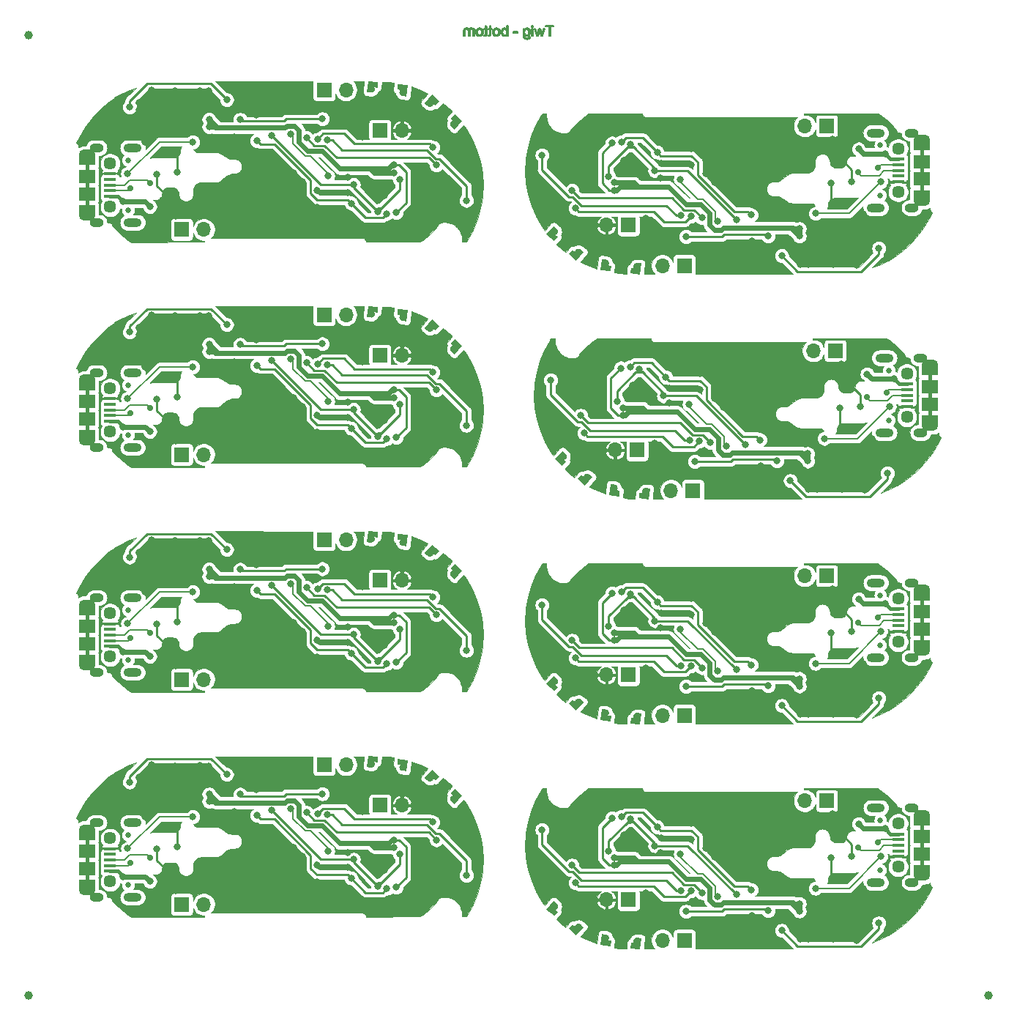
<source format=gbl>
%MOIN*%
%OFA0B0*%
%FSLAX46Y46*%
%IPPOS*%
%LPD*%
%ADD10C,0.0039370078740157488*%
%ADD11O,0.066929133858267723X0.066929133858267723*%
%ADD12R,0.066929133858267723X0.066929133858267723*%
%ADD13R,0.074803149606299218X0.059055118110236227*%
%ADD14C,0.057086614173228349*%
%ADD15R,0.053149606299212608X0.015748031496062995*%
%ADD16O,0.074803149606299218X0.047244094488188976*%
%ADD17R,0.074803149606299218X0.047244094488188976*%
%ADD18O,0.062992125984251982X0.03937007874015748*%
%ADD19C,0.025590551181102365*%
%ADD20O,0.082677165354330714X0.03937007874015748*%
%ADD21C,0.031496062992125991*%
%ADD22C,0.027559055118110236*%
%ADD23C,0.0078740157480314977*%
%ADD24C,0.00984251968503937*%
%ADD25C,0.023622047244094488*%
%ADD26C,0.006000000000000001*%
%ADD27C,0.015748031496062995*%
%ADD28C,0.0039370078740157488*%
%ADD39C,0.0039370078740157488*%
%ADD40O,0.066929133858267723X0.066929133858267723*%
%ADD41R,0.066929133858267723X0.066929133858267723*%
%ADD42R,0.074803149606299218X0.059055118110236227*%
%ADD43C,0.057086614173228349*%
%ADD44R,0.053149606299212608X0.015748031496062995*%
%ADD45O,0.074803149606299218X0.047244094488188976*%
%ADD46R,0.074803149606299218X0.047244094488188976*%
%ADD47O,0.062992125984251982X0.03937007874015748*%
%ADD48C,0.025590551181102365*%
%ADD49O,0.082677165354330714X0.03937007874015748*%
%ADD50C,0.031496062992125991*%
%ADD51C,0.027559055118110236*%
%ADD52C,0.0078740157480314977*%
%ADD53C,0.00984251968503937*%
%ADD54C,0.023622047244094488*%
%ADD55C,0.006000000000000001*%
%ADD56C,0.015748031496062995*%
%ADD57C,0.0039370078740157488*%
%ADD58C,0.0039370078740157488*%
%ADD59O,0.066929133858267723X0.066929133858267723*%
%ADD60R,0.066929133858267723X0.066929133858267723*%
%ADD61R,0.074803149606299218X0.059055118110236227*%
%ADD62C,0.057086614173228349*%
%ADD63R,0.053149606299212608X0.015748031496062995*%
%ADD64O,0.074803149606299218X0.047244094488188976*%
%ADD65R,0.074803149606299218X0.047244094488188976*%
%ADD66O,0.062992125984251982X0.03937007874015748*%
%ADD67C,0.025590551181102365*%
%ADD68O,0.082677165354330714X0.03937007874015748*%
%ADD69C,0.031496062992125991*%
%ADD70C,0.027559055118110236*%
%ADD71C,0.0078740157480314977*%
%ADD72C,0.00984251968503937*%
%ADD73C,0.023622047244094488*%
%ADD74C,0.006000000000000001*%
%ADD75C,0.015748031496062995*%
%ADD76C,0.0039370078740157488*%
%ADD77C,0.0039370078740157488*%
%ADD78O,0.066929133858267723X0.066929133858267723*%
%ADD79R,0.066929133858267723X0.066929133858267723*%
%ADD80R,0.074803149606299218X0.059055118110236227*%
%ADD81C,0.057086614173228349*%
%ADD82R,0.053149606299212608X0.015748031496062995*%
%ADD83O,0.074803149606299218X0.047244094488188976*%
%ADD84R,0.074803149606299218X0.047244094488188976*%
%ADD85O,0.062992125984251982X0.03937007874015748*%
%ADD86C,0.025590551181102365*%
%ADD87O,0.082677165354330714X0.03937007874015748*%
%ADD88C,0.031496062992125991*%
%ADD89C,0.027559055118110236*%
%ADD90C,0.0078740157480314977*%
%ADD91C,0.00984251968503937*%
%ADD92C,0.023622047244094488*%
%ADD93C,0.006000000000000001*%
%ADD94C,0.015748031496062995*%
%ADD95C,0.0039370078740157488*%
%ADD96C,0.0039370078740157488*%
%ADD97O,0.066929133858267723X0.066929133858267723*%
%ADD98R,0.066929133858267723X0.066929133858267723*%
%ADD99R,0.074803149606299218X0.059055118110236227*%
%ADD100C,0.057086614173228349*%
%ADD101R,0.053149606299212608X0.015748031496062995*%
%ADD102O,0.074803149606299218X0.047244094488188976*%
%ADD103R,0.074803149606299218X0.047244094488188976*%
%ADD104O,0.062992125984251982X0.03937007874015748*%
%ADD105C,0.025590551181102365*%
%ADD106O,0.082677165354330714X0.03937007874015748*%
%ADD107C,0.031496062992125991*%
%ADD108C,0.027559055118110236*%
%ADD109C,0.0078740157480314977*%
%ADD110C,0.00984251968503937*%
%ADD111C,0.023622047244094488*%
%ADD112C,0.006000000000000001*%
%ADD113C,0.015748031496062995*%
%ADD114C,0.0039370078740157488*%
%ADD115C,0.0039370078740157488*%
%ADD116O,0.066929133858267723X0.066929133858267723*%
%ADD117R,0.066929133858267723X0.066929133858267723*%
%ADD118R,0.074803149606299218X0.059055118110236227*%
%ADD119C,0.057086614173228349*%
%ADD120R,0.053149606299212608X0.015748031496062995*%
%ADD121O,0.074803149606299218X0.047244094488188976*%
%ADD122R,0.074803149606299218X0.047244094488188976*%
%ADD123O,0.062992125984251982X0.03937007874015748*%
%ADD124C,0.025590551181102365*%
%ADD125O,0.082677165354330714X0.03937007874015748*%
%ADD126C,0.031496062992125991*%
%ADD127C,0.027559055118110236*%
%ADD128C,0.0078740157480314977*%
%ADD129C,0.00984251968503937*%
%ADD130C,0.023622047244094488*%
%ADD131C,0.006000000000000001*%
%ADD132C,0.015748031496062995*%
%ADD133C,0.0039370078740157488*%
%ADD134C,0.0039370078740157488*%
%ADD135O,0.066929133858267723X0.066929133858267723*%
%ADD136R,0.066929133858267723X0.066929133858267723*%
%ADD137R,0.074803149606299218X0.059055118110236227*%
%ADD138C,0.057086614173228349*%
%ADD139R,0.053149606299212608X0.015748031496062995*%
%ADD140O,0.074803149606299218X0.047244094488188976*%
%ADD141R,0.074803149606299218X0.047244094488188976*%
%ADD142O,0.062992125984251982X0.03937007874015748*%
%ADD143C,0.025590551181102365*%
%ADD144O,0.082677165354330714X0.03937007874015748*%
%ADD145C,0.031496062992125991*%
%ADD146C,0.027559055118110236*%
%ADD147C,0.0078740157480314977*%
%ADD148C,0.00984251968503937*%
%ADD149C,0.023622047244094488*%
%ADD150C,0.006000000000000001*%
%ADD151C,0.015748031496062995*%
%ADD152C,0.0039370078740157488*%
%ADD153C,0.0039370078740157488*%
%ADD154O,0.066929133858267723X0.066929133858267723*%
%ADD155R,0.066929133858267723X0.066929133858267723*%
%ADD156R,0.074803149606299218X0.059055118110236227*%
%ADD157C,0.057086614173228349*%
%ADD158R,0.053149606299212608X0.015748031496062995*%
%ADD159O,0.074803149606299218X0.047244094488188976*%
%ADD160R,0.074803149606299218X0.047244094488188976*%
%ADD161O,0.062992125984251982X0.03937007874015748*%
%ADD162C,0.025590551181102365*%
%ADD163O,0.082677165354330714X0.03937007874015748*%
%ADD164C,0.031496062992125991*%
%ADD165C,0.027559055118110236*%
%ADD166C,0.0078740157480314977*%
%ADD167C,0.00984251968503937*%
%ADD168C,0.023622047244094488*%
%ADD169C,0.006000000000000001*%
%ADD170C,0.015748031496062995*%
%ADD171C,0.0039370078740157488*%
%ADD172C,0.03937007874015748*%
%ADD173C,0.0078740157480314977*%
G01*
D10*
G36*
X0002057513Y0000987837D02*
G01*
X0002045627Y0000998168D01*
X0002045823Y0000998393D01*
X0002045255Y0000998718D01*
X0002043995Y0000999613D01*
X0002042828Y0001000627D01*
X0002041767Y0001001750D01*
X0002040821Y0001002972D01*
X0002039999Y0001004281D01*
X0002039309Y0001005664D01*
X0002038759Y0001007108D01*
X0002038352Y0001008599D01*
X0002038094Y0001010123D01*
X0002037986Y0001011664D01*
X0002038030Y0001013209D01*
X0002038225Y0001014742D01*
X0002038569Y0001016249D01*
X0002039060Y0001017714D01*
X0002039691Y0001019125D01*
X0002040458Y0001020467D01*
X0002041353Y0001021727D01*
X0002042367Y0001022893D01*
X0002043490Y0001023954D01*
X0002044712Y0001024901D01*
X0002046021Y0001025722D01*
X0002047404Y0001026412D01*
X0002048848Y0001026963D01*
X0002050339Y0001027369D01*
X0002050927Y0001027469D01*
X0002040132Y0001036854D01*
X0002056920Y0001056167D01*
X0002091090Y0001026464D01*
X0002057513Y0000987837D01*
G37*
G36*
X0001971792Y0001096261D02*
G01*
X0001960996Y0001105645D01*
X0001960979Y0001105048D01*
X0001960784Y0001103515D01*
X0001960440Y0001102009D01*
X0001959949Y0001100543D01*
X0001959318Y0001099133D01*
X0001958551Y0001097791D01*
X0001957656Y0001096531D01*
X0001956642Y0001095365D01*
X0001955519Y0001094303D01*
X0001954297Y0001093357D01*
X0001952988Y0001092535D01*
X0001951605Y0001091846D01*
X0001950161Y0001091295D01*
X0001948670Y0001090888D01*
X0001947146Y0001090630D01*
X0001945605Y0001090522D01*
X0001944060Y0001090566D01*
X0001942527Y0001090761D01*
X0001941020Y0001091105D01*
X0001939555Y0001091596D01*
X0001938144Y0001092227D01*
X0001936802Y0001092994D01*
X0001935542Y0001093889D01*
X0001934376Y0001094903D01*
X0001933314Y0001096026D01*
X0001932914Y0001096544D01*
X0001932718Y0001096319D01*
X0001920833Y0001106651D01*
X0001954411Y0001145277D01*
X0001988581Y0001115574D01*
X0001971792Y0001096261D01*
G37*
D11*
X0001817623Y0000982914D03*
D12*
X0001717623Y0000982914D03*
D13*
X0000383366Y0000773622D03*
D14*
X0000489665Y0000635826D03*
D15*
X0000489665Y0000708661D03*
X0000489665Y0000683070D03*
X0000489665Y0000785433D03*
X0000489665Y0000759842D03*
X0000489665Y0000734251D03*
D14*
X0000489665Y0000832677D03*
D13*
X0000383366Y0000694881D03*
D16*
X0000383366Y0000596456D03*
X0000383366Y0000872047D03*
D17*
X0000383366Y0000848425D03*
X0000383366Y0000620078D03*
D11*
X0000915323Y0000531814D03*
D12*
X0000815323Y0000531814D03*
D11*
X0001563582Y0001167322D03*
D12*
X0001463582Y0001167322D03*
D10*
G36*
X0001839070Y0001138172D02*
G01*
X0001823409Y0001139818D01*
X0001823440Y0001140115D01*
X0001822788Y0001140055D01*
X0001821242Y0001140065D01*
X0001819706Y0001140227D01*
X0001818192Y0001140538D01*
X0001816716Y0001140996D01*
X0001815292Y0001141597D01*
X0001813934Y0001142334D01*
X0001812655Y0001143201D01*
X0001811466Y0001144190D01*
X0001810381Y0001145290D01*
X0001809408Y0001146491D01*
X0001808558Y0001147781D01*
X0001807838Y0001149149D01*
X0001807256Y0001150580D01*
X0001806817Y0001152062D01*
X0001806526Y0001153580D01*
X0001806384Y0001155119D01*
X0001806395Y0001156664D01*
X0001806556Y0001158201D01*
X0001806867Y0001159715D01*
X0001807326Y0001161191D01*
X0001807926Y0001162615D01*
X0001808664Y0001163973D01*
X0001809531Y0001165252D01*
X0001810519Y0001166441D01*
X0001810944Y0001166860D01*
X0001796718Y0001168355D01*
X0001799393Y0001193805D01*
X0001844420Y0001189073D01*
X0001839070Y0001138172D01*
G37*
G36*
X0001706663Y0001177820D02*
G01*
X0001692436Y0001179315D01*
X0001692765Y0001178817D01*
X0001693484Y0001177449D01*
X0001694066Y0001176018D01*
X0001694505Y0001174536D01*
X0001694797Y0001173018D01*
X0001694938Y0001171479D01*
X0001694928Y0001169934D01*
X0001694767Y0001168397D01*
X0001694455Y0001166883D01*
X0001693997Y0001165407D01*
X0001693396Y0001163983D01*
X0001692659Y0001162625D01*
X0001691792Y0001161346D01*
X0001690804Y0001160158D01*
X0001689704Y0001159072D01*
X0001688503Y0001158099D01*
X0001687212Y0001157249D01*
X0001685844Y0001156530D01*
X0001684413Y0001155948D01*
X0001682931Y0001155509D01*
X0001681413Y0001155217D01*
X0001679874Y0001155076D01*
X0001678329Y0001155086D01*
X0001676792Y0001155247D01*
X0001675278Y0001155559D01*
X0001674653Y0001155753D01*
X0001674622Y0001155456D01*
X0001658960Y0001157102D01*
X0001664310Y0001208003D01*
X0001709338Y0001203271D01*
X0001706663Y0001177820D01*
G37*
D18*
X0000427285Y0000563935D03*
D19*
X0000570985Y0000620234D03*
D18*
X0000427285Y0000904092D03*
D19*
X0000570985Y0000847793D03*
D20*
X0000591851Y0000904092D03*
X0000591851Y0000563935D03*
D21*
X0001121102Y0000579251D03*
X0001366102Y0000669251D03*
X0001211102Y0000669251D03*
X0001326102Y0000709251D03*
X0000521123Y0001122014D03*
X0001106102Y0000674251D03*
X0001326102Y0000789251D03*
X0001246102Y0000709251D03*
X0001141102Y0000789251D03*
X0001691771Y0000689252D03*
X0001246102Y0000559251D03*
X0001116102Y0000844251D03*
X0001206102Y0000564251D03*
X0001101102Y0000754251D03*
X0001141102Y0000709251D03*
X0001431102Y0000709251D03*
X0001431102Y0000634251D03*
X0001411102Y0000554251D03*
X0001246102Y0000629251D03*
X0001161102Y0000559251D03*
X0001326102Y0000629251D03*
X0001211102Y0000854251D03*
X0001286102Y0000669251D03*
X0001211102Y0000749251D03*
X0001366102Y0000749251D03*
X0001286102Y0000564251D03*
X0001366102Y0000564251D03*
X0001451417Y0000584566D03*
X0001246102Y0000789251D03*
X0001286102Y0000749251D03*
X0001141102Y0000634251D03*
X0001326102Y0000559251D03*
X0001647423Y0001082314D03*
X0001155511Y0001054133D03*
X0002123023Y0000530214D03*
X0001637519Y0000550039D03*
X0001925196Y0000591535D03*
X0002135823Y0000902614D03*
X0001860723Y0001085714D03*
X0001878937Y0001130905D03*
X0001628123Y0001178214D03*
X0001191929Y0001161417D03*
X0001110236Y0001158464D03*
X0000987123Y0000913614D03*
X0000788423Y0000592714D03*
X0001004923Y0000639414D03*
X0000984023Y0000514414D03*
X0000745623Y0000524314D03*
X0000620879Y0001075308D03*
X0000621095Y0001109129D03*
X0000395423Y0000987014D03*
X0000499123Y0000910714D03*
X0002099723Y0000964014D03*
X0000899023Y0001162714D03*
X0000786102Y0001099251D03*
X0000648323Y0000930614D03*
X0000456223Y0001056614D03*
X0000358823Y0000931914D03*
X0000679823Y0001166514D03*
X0000786123Y0001162214D03*
X0000784723Y0000999214D03*
X0000936640Y0001162230D03*
X0001571323Y0000769114D03*
X0001570023Y0000701514D03*
X0001569685Y0000515669D03*
X0000702323Y0000784314D03*
X0000730123Y0000884314D03*
X0000794222Y0000792913D03*
X0001737421Y0000687775D03*
X0001956771Y0000732283D03*
X0001637795Y0000952755D03*
X0001055118Y0000952755D03*
X0000668543Y0000563976D03*
X0000939960Y0001033464D03*
X0000939960Y0001000000D03*
X0001792319Y0000610232D03*
X0001782224Y0000790501D03*
X0001782223Y0000825374D03*
X0001708423Y0000802214D03*
X0001455708Y0001035433D03*
X0001081692Y0001032480D03*
X0001480823Y0000775014D03*
X0001312523Y0000966514D03*
D22*
X0000582677Y0000721314D03*
X0000672272Y0000743417D03*
D21*
X0000577852Y0001088768D03*
X0001020123Y0001122614D03*
X0002111123Y0000664614D03*
X0001477790Y0000939943D03*
X0001959646Y0000905886D03*
X0001433357Y0000942677D03*
X0001974366Y0000825744D03*
X0001383390Y0000950049D03*
X0001225399Y0000959645D03*
X0001707677Y0000614173D03*
X0001807999Y0000760740D03*
X0001597121Y0000736889D03*
X0001586771Y0000651496D03*
X0001158464Y0000937007D03*
X0001749163Y0000604841D03*
X0000670161Y0000637085D03*
X0000548523Y0000658314D03*
X0000569073Y0000785945D03*
X0000865823Y0000930314D03*
D23*
X0000539723Y0000803014D02*
X0000539723Y0000870114D01*
X0000489665Y0000785433D02*
X0000522142Y0000785433D01*
X0000522142Y0000785433D02*
X0000539723Y0000803014D01*
X0000539723Y0000870114D02*
X0000499123Y0000910714D01*
D24*
X0000794222Y0000792913D02*
X0000794222Y0000880837D01*
X0000702323Y0000784314D02*
X0000702323Y0000730747D01*
X0000702323Y0000730747D02*
X0000740157Y0000692913D01*
D25*
X0000939960Y0001000000D02*
X0000939960Y0001000000D01*
X0000939960Y0001033464D02*
X0000939960Y0001000000D01*
X0001092795Y0000995079D02*
X0001092795Y0000995078D01*
X0000978346Y0000995078D02*
X0000939960Y0001033464D01*
X0001092795Y0000995078D02*
X0000978346Y0000995078D01*
X0001674015Y0000809251D02*
X0001756771Y0000809251D01*
X0001747637Y0000809251D02*
X0001756771Y0000809251D01*
D24*
X0001836542Y0000654455D02*
X0001836542Y0000793327D01*
D25*
X0001674015Y0000809251D02*
X0001692766Y0000790501D01*
X0001692766Y0000790501D02*
X0001782224Y0000790501D01*
D24*
X0001836542Y0000793327D02*
X0001804495Y0000825374D01*
X0001792319Y0000610232D02*
X0001836542Y0000654455D01*
X0001804495Y0000825374D02*
X0001782224Y0000825374D01*
D25*
X0001782224Y0000825374D02*
X0001782223Y0000825374D01*
X0001772894Y0000825374D02*
X0001782223Y0000825374D01*
X0001756771Y0000809251D02*
X0001772894Y0000825374D01*
X0001535682Y0000809251D02*
X0001674015Y0000809251D01*
X0001092795Y0000995078D02*
X0001285247Y0000995078D01*
X0001285247Y0000995078D02*
X0001294915Y0001004747D01*
X0001455406Y0000889527D02*
X0001535682Y0000809251D01*
X0001387569Y0000889527D02*
X0001455406Y0000889527D01*
X0001347956Y0000929140D02*
X0001387569Y0000889527D01*
X0001347956Y0000983522D02*
X0001347956Y0000929140D01*
X0001326731Y0001004747D02*
X0001347956Y0000983522D01*
X0001294915Y0001004747D02*
X0001326731Y0001004747D01*
X0000962231Y0001000000D02*
X0000939960Y0001000000D01*
X0000967152Y0000995078D02*
X0000962231Y0001000000D01*
X0001080708Y0000995078D02*
X0000967152Y0000995078D01*
D24*
X0001088582Y0001025590D02*
X0001281059Y0001025590D01*
X0001290902Y0001035433D02*
X0001455708Y0001035433D01*
X0001281059Y0001025590D02*
X0001290902Y0001035433D01*
X0001081692Y0001032480D02*
X0001088582Y0001025590D01*
D23*
X0001401732Y0000865904D02*
X0001377784Y0000865904D01*
X0001377784Y0000865904D02*
X0001322001Y0000921688D01*
X0001480823Y0000786814D02*
X0001401732Y0000865904D01*
X0001480823Y0000775014D02*
X0001480823Y0000786814D01*
X0001322001Y0000957036D02*
X0001322001Y0000936636D01*
X0001312523Y0000966514D02*
X0001322001Y0000957036D01*
X0001322001Y0000936636D02*
X0001322001Y0000940636D01*
X0001322001Y0000921688D02*
X0001322001Y0000936636D01*
X0000489665Y0000708661D02*
X0000570024Y0000708661D01*
X0000570024Y0000708661D02*
X0000582677Y0000721314D01*
D26*
X0000658492Y0000757196D02*
X0000672272Y0000743417D01*
X0000576971Y0000757196D02*
X0000658492Y0000757196D01*
X0000554027Y0000734251D02*
X0000576971Y0000757196D01*
X0000489665Y0000734251D02*
X0000554027Y0000734251D01*
D24*
X0000657204Y0001195094D02*
X0000947642Y0001195094D01*
X0000947642Y0001195094D02*
X0001020123Y0001122614D01*
X0000577852Y0001115743D02*
X0000657204Y0001195094D01*
X0000577852Y0001088768D02*
X0000577852Y0001115743D01*
X0001500061Y0000939943D02*
X0001477790Y0000939943D01*
X0001970878Y0000854287D02*
X0001930575Y0000894590D01*
X0002111123Y0000731231D02*
X0001988067Y0000854287D01*
X0001545414Y0000894590D02*
X0001500061Y0000939943D01*
X0001930575Y0000894590D02*
X0001545414Y0000894590D01*
X0001988067Y0000854287D02*
X0001970878Y0000854287D01*
X0002111123Y0000664614D02*
X0002111123Y0000731231D01*
X0001959646Y0000905886D02*
X0001943898Y0000921634D01*
X0001603135Y0000921634D02*
X0001556207Y0000968562D01*
X0001556207Y0000968562D02*
X0001459241Y0000968562D01*
X0001459241Y0000968562D02*
X0001433357Y0000942677D01*
X0001943898Y0000921634D02*
X0001603135Y0000921634D01*
X0001465599Y0000914134D02*
X0001419305Y0000914134D01*
X0001419305Y0000914134D02*
X0001383390Y0000950049D01*
X0001520131Y0000859601D02*
X0001465599Y0000914134D01*
X0001974366Y0000825744D02*
X0001940508Y0000859601D01*
X0001940508Y0000859601D02*
X0001520131Y0000859601D01*
X0001807999Y0000714495D02*
X0001807999Y0000760740D01*
X0001597121Y0000724729D02*
X0001597121Y0000736889D01*
X0001448155Y0000736889D02*
X0001597121Y0000736889D01*
X0001225399Y0000959645D02*
X0001448155Y0000736889D01*
X0001695280Y0000626570D02*
X0001597121Y0000724729D01*
X0001707677Y0000614173D02*
X0001695280Y0000626570D01*
X0001707677Y0000614173D02*
X0001723470Y0000629966D01*
X0001723470Y0000629966D02*
X0001807999Y0000714495D01*
X0001696061Y0000627351D02*
X0001695280Y0000626570D01*
X0001708385Y0000627351D02*
X0001696061Y0000627351D01*
X0001711000Y0000629966D02*
X0001708385Y0000627351D01*
X0001723470Y0000629966D02*
X0001711000Y0000629966D01*
X0001577227Y0000651496D02*
X0001586771Y0000651496D01*
X0001586771Y0000651496D02*
X0001652637Y0000585629D01*
X0001652637Y0000585629D02*
X0001729951Y0000585629D01*
X0001729951Y0000585629D02*
X0001749163Y0000604841D01*
X0001571023Y0000667244D02*
X0001586771Y0000651496D01*
X0001402559Y0000695551D02*
X0001430866Y0000667244D01*
X0001236922Y0000921259D02*
X0001402559Y0000755623D01*
X0001430866Y0000667244D02*
X0001571023Y0000667244D01*
X0001174212Y0000921259D02*
X0001236922Y0000921259D01*
X0001402559Y0000755623D02*
X0001402559Y0000695551D01*
X0001158464Y0000937007D02*
X0001174212Y0000921259D01*
D27*
X0000383366Y0000848425D02*
X0000383366Y0000596456D01*
D25*
X0000670161Y0000637085D02*
X0000648932Y0000658314D01*
X0000648932Y0000658314D02*
X0000548523Y0000658314D01*
D27*
X0000489665Y0000683070D02*
X0000523766Y0000683070D01*
X0000523766Y0000683070D02*
X0000548523Y0000658314D01*
D23*
X0000713442Y0000930314D02*
X0000865823Y0000930314D01*
X0000569073Y0000785945D02*
X0000713442Y0000930314D01*
D28*
X0000574658Y0000479991D02*
X0000536837Y0000510111D01*
X0000502793Y0000545037D01*
X0000499822Y0000548620D01*
X0000498594Y0000552121D01*
X0000496545Y0000555596D01*
X0000493860Y0000558606D01*
X0000490641Y0000561038D01*
X0000487011Y0000562798D01*
X0000483109Y0000563819D01*
X0000482824Y0000563863D01*
X0000476596Y0000564768D01*
X0000475956Y0000571267D01*
X0000473817Y0000578317D01*
X0000470344Y0000584815D01*
X0000465670Y0000590510D01*
X0000459975Y0000595184D01*
X0000453478Y0000598657D01*
X0000446427Y0000600795D01*
X0000440933Y0000601337D01*
X0000438569Y0000601337D01*
X0000438569Y0000643700D01*
X0000438227Y0000647173D01*
X0000437214Y0000650513D01*
X0000435569Y0000653591D01*
X0000434801Y0000654527D01*
X0000435569Y0000655463D01*
X0000437214Y0000658541D01*
X0000438227Y0000661881D01*
X0000438569Y0000665354D01*
X0000438569Y0000724409D01*
X0000438227Y0000727882D01*
X0000437214Y0000731222D01*
X0000435595Y0000734251D01*
X0000437214Y0000737281D01*
X0000438227Y0000740621D01*
X0000438569Y0000744094D01*
X0000438569Y0000803149D01*
X0000438227Y0000806622D01*
X0000437214Y0000809962D01*
X0000435569Y0000813040D01*
X0000434801Y0000813976D01*
X0000435569Y0000814912D01*
X0000437214Y0000817990D01*
X0000438227Y0000821330D01*
X0000438569Y0000824803D01*
X0000438569Y0000866691D01*
X0000440933Y0000866691D01*
X0000446427Y0000867232D01*
X0000453478Y0000869371D01*
X0000459975Y0000872844D01*
X0000465670Y0000877518D01*
X0000470344Y0000883213D01*
X0000473817Y0000889710D01*
X0000475956Y0000896760D01*
X0000476678Y0000904092D01*
X0000475956Y0000911424D01*
X0000473817Y0000918475D01*
X0000470344Y0000924972D01*
X0000465670Y0000930667D01*
X0000459975Y0000935341D01*
X0000453478Y0000938814D01*
X0000446427Y0000940953D01*
X0000440933Y0000941494D01*
X0000413636Y0000941494D01*
X0000408142Y0000940953D01*
X0000401091Y0000938814D01*
X0000394594Y0000935341D01*
X0000388899Y0000930667D01*
X0000384225Y0000924972D01*
X0000380752Y0000918475D01*
X0000379208Y0000913385D01*
X0000367555Y0000913385D01*
X0000361482Y0000912787D01*
X0000353690Y0000910423D01*
X0000346509Y0000906585D01*
X0000344803Y0000905185D01*
X0000344803Y0000908138D01*
X0000344893Y0000909056D01*
X0000344803Y0000909974D01*
X0000344803Y0000909975D01*
X0000344532Y0000912722D01*
X0000344532Y0000912722D01*
X0000344532Y0000912722D01*
X0000343462Y0000916247D01*
X0000342282Y0000918455D01*
X0000341725Y0000919496D01*
X0000341725Y0000919496D01*
X0000340799Y0000920624D01*
X0000339388Y0000922343D01*
X0000339388Y0000922343D01*
X0000339388Y0000922343D01*
X0000338160Y0000923351D01*
X0000336541Y0000924680D01*
X0000336540Y0000924680D01*
X0000335978Y0000924981D01*
X0000347702Y0000951129D01*
X0000374943Y0000997100D01*
X0000407212Y0001039690D01*
X0000444096Y0001078355D01*
X0000485119Y0001112594D01*
X0000529755Y0001141971D01*
X0000577430Y0001166105D01*
X0000607266Y0001177171D01*
X0000562632Y0001132537D01*
X0000561768Y0001131828D01*
X0000560420Y0001130186D01*
X0000558939Y0001128381D01*
X0000556837Y0001124448D01*
X0000556507Y0001123362D01*
X0000555542Y0001120181D01*
X0000555215Y0001116855D01*
X0000555215Y0001116855D01*
X0000555105Y0001115743D01*
X0000555215Y0001114631D01*
X0000555215Y0001113456D01*
X0000551859Y0001110101D01*
X0000548197Y0001104620D01*
X0000545674Y0001098529D01*
X0000544388Y0001092064D01*
X0000544388Y0001085472D01*
X0000545674Y0001079007D01*
X0000548197Y0001072917D01*
X0000551859Y0001067436D01*
X0000556520Y0001062774D01*
X0000562001Y0001059112D01*
X0000568091Y0001056590D01*
X0000574557Y0001055304D01*
X0000581148Y0001055304D01*
X0000587614Y0001056590D01*
X0000593704Y0001059112D01*
X0000599185Y0001062774D01*
X0000603846Y0001067436D01*
X0000607508Y0001072917D01*
X0000610031Y0001079007D01*
X0000611317Y0001085472D01*
X0000611317Y0001092064D01*
X0000610031Y0001098529D01*
X0000607508Y0001104620D01*
X0000603998Y0001109874D01*
X0000666581Y0001172457D01*
X0000938265Y0001172457D01*
X0000986659Y0001124064D01*
X0000986659Y0001119318D01*
X0000987945Y0001112852D01*
X0000990467Y0001106762D01*
X0000994129Y0001101281D01*
X0000998791Y0001096620D01*
X0001004272Y0001092958D01*
X0001010362Y0001090435D01*
X0001016827Y0001089149D01*
X0001023419Y0001089149D01*
X0001029884Y0001090435D01*
X0001035975Y0001092958D01*
X0001041456Y0001096620D01*
X0001046117Y0001101281D01*
X0001049779Y0001106762D01*
X0001052302Y0001112852D01*
X0001053588Y0001119318D01*
X0001053588Y0001125910D01*
X0001052302Y0001132375D01*
X0001049779Y0001138465D01*
X0001046117Y0001143946D01*
X0001041456Y0001148607D01*
X0001035975Y0001152270D01*
X0001029884Y0001154792D01*
X0001023419Y0001156078D01*
X0001018673Y0001156078D01*
X0000969232Y0001205519D01*
X0001413018Y0001205450D01*
X0001412657Y0001204260D01*
X0001412315Y0001200787D01*
X0001412315Y0001133858D01*
X0001412657Y0001130385D01*
X0001413670Y0001127045D01*
X0001415316Y0001123967D01*
X0001417530Y0001121270D01*
X0001420227Y0001119056D01*
X0001423305Y0001117411D01*
X0001426645Y0001116398D01*
X0001430118Y0001116056D01*
X0001497047Y0001116056D01*
X0001500520Y0001116398D01*
X0001503859Y0001117411D01*
X0001506937Y0001119056D01*
X0001509635Y0001121270D01*
X0001511849Y0001123967D01*
X0001513494Y0001127045D01*
X0001514507Y0001130385D01*
X0001514849Y0001133858D01*
X0001514849Y0001151232D01*
X0001518226Y0001143079D01*
X0001523827Y0001134696D01*
X0001530956Y0001127567D01*
X0001539339Y0001121966D01*
X0001548653Y0001118108D01*
X0001558541Y0001116141D01*
X0001568623Y0001116141D01*
X0001578511Y0001118108D01*
X0001587826Y0001121966D01*
X0001596208Y0001127567D01*
X0001603337Y0001134696D01*
X0001608938Y0001143079D01*
X0001612796Y0001152393D01*
X0001614763Y0001162281D01*
X0001614763Y0001172363D01*
X0001612796Y0001182251D01*
X0001608938Y0001191566D01*
X0001603337Y0001199948D01*
X0001597865Y0001205421D01*
X0001646137Y0001205413D01*
X0001641255Y0001158963D01*
X0001641233Y0001155474D01*
X0001641891Y0001152046D01*
X0001643205Y0001148813D01*
X0001645125Y0001145899D01*
X0001647577Y0001143415D01*
X0001650466Y0001141458D01*
X0001653681Y0001140101D01*
X0001657099Y0001139398D01*
X0001672761Y0001137752D01*
X0001673856Y0001137744D01*
X0001674170Y0001137680D01*
X0001677241Y0001137357D01*
X0001680731Y0001137334D01*
X0001683805Y0001137617D01*
X0001687232Y0001138275D01*
X0001690192Y0001139152D01*
X0001693425Y0001140466D01*
X0001696157Y0001141904D01*
X0001699071Y0001143823D01*
X0001701470Y0001145766D01*
X0001703954Y0001148218D01*
X0001705928Y0001150591D01*
X0001707886Y0001153480D01*
X0001709359Y0001156193D01*
X0001710716Y0001159409D01*
X0001711095Y0001160631D01*
X0001711719Y0001160751D01*
X0001714952Y0001162065D01*
X0001717866Y0001163985D01*
X0001720350Y0001166437D01*
X0001722308Y0001169326D01*
X0001723664Y0001172541D01*
X0001724367Y0001175959D01*
X0001727042Y0001201410D01*
X0001727063Y0001204654D01*
X0001757995Y0001203655D01*
X0001782784Y0001200016D01*
X0001782391Y0001199085D01*
X0001781688Y0001195666D01*
X0001779013Y0001170216D01*
X0001778990Y0001166726D01*
X0001779649Y0001163299D01*
X0001780963Y0001160066D01*
X0001782883Y0001157152D01*
X0001785334Y0001154668D01*
X0001788223Y0001152710D01*
X0001788808Y0001152463D01*
X0001788925Y0001151188D01*
X0001789584Y0001147762D01*
X0001790461Y0001144802D01*
X0001791775Y0001141568D01*
X0001793212Y0001138836D01*
X0001795132Y0001135922D01*
X0001797075Y0001133523D01*
X0001799526Y0001131039D01*
X0001801900Y0001129065D01*
X0001804789Y0001127107D01*
X0001807502Y0001125634D01*
X0001810717Y0001124278D01*
X0001813666Y0001123362D01*
X0001817084Y0001122659D01*
X0001820154Y0001122336D01*
X0001820476Y0001122334D01*
X0001821548Y0001122114D01*
X0001837210Y0001120467D01*
X0001840699Y0001120445D01*
X0001844127Y0001121103D01*
X0001847359Y0001122417D01*
X0001850274Y0001124337D01*
X0001852758Y0001126789D01*
X0001854715Y0001129678D01*
X0001856072Y0001132893D01*
X0001856775Y0001136311D01*
X0001861623Y0001182436D01*
X0001862514Y0001182200D01*
X0001912282Y0001162746D01*
X0001935393Y0001150535D01*
X0001907397Y0001118330D01*
X0001905377Y0001115484D01*
X0001903951Y0001112299D01*
X0001903173Y0001108897D01*
X0001903074Y0001105409D01*
X0001903658Y0001101968D01*
X0001904901Y0001098707D01*
X0001906757Y0001095752D01*
X0001909154Y0001093215D01*
X0001921039Y0001082883D01*
X0001921932Y0001082250D01*
X0001922152Y0001082016D01*
X0001924482Y0001079991D01*
X0001927328Y0001077970D01*
X0001930008Y0001076438D01*
X0001933193Y0001075012D01*
X0001936120Y0001074033D01*
X0001939523Y0001073255D01*
X0001942585Y0001072865D01*
X0001946073Y0001072766D01*
X0001949153Y0001072982D01*
X0001952594Y0001073565D01*
X0001955572Y0001074377D01*
X0001958833Y0001075621D01*
X0001961596Y0001076998D01*
X0001964551Y0001078854D01*
X0001965564Y0001079638D01*
X0001966143Y0001079378D01*
X0001969545Y0001078601D01*
X0001973034Y0001078502D01*
X0001976474Y0001079085D01*
X0001979735Y0001080329D01*
X0001982691Y0001082184D01*
X0001985227Y0001084581D01*
X0002002016Y0001103895D01*
X0002004037Y0001106740D01*
X0002004215Y0001107139D01*
X0002044064Y0001072682D01*
X0002046205Y0001070358D01*
X0002046022Y0001070243D01*
X0002043485Y0001067846D01*
X0002026696Y0001048533D01*
X0002024676Y0001045687D01*
X0002023249Y0001042502D01*
X0002022472Y0001039100D01*
X0002022373Y0001035612D01*
X0002022956Y0001032171D01*
X0002024200Y0001028910D01*
X0002024537Y0001028372D01*
X0002023902Y0001027261D01*
X0002022476Y0001024076D01*
X0002021496Y0001021149D01*
X0002020719Y0001017746D01*
X0002020329Y0001014684D01*
X0002020230Y0001011195D01*
X0002020445Y0001008116D01*
X0002021029Y0001004675D01*
X0002021841Y0001001697D01*
X0002023084Y0000998436D01*
X0002024402Y0000995794D01*
X0001861193Y0000995794D01*
X0001857843Y0001004046D01*
X0001852947Y0001011486D01*
X0001846694Y0001017829D01*
X0001839324Y0001022829D01*
X0001831120Y0001026296D01*
X0001830503Y0001026483D01*
X0001823529Y0001024942D01*
X0001823529Y0000988819D01*
X0001811718Y0000988819D01*
X0001811718Y0001024942D01*
X0001804743Y0001026483D01*
X0001804126Y0001026296D01*
X0001795922Y0001022829D01*
X0001788552Y0001017829D01*
X0001782299Y0001011486D01*
X0001777404Y0001004046D01*
X0001774054Y0000995794D01*
X0001775567Y0000988819D01*
X0001811718Y0000988819D01*
X0001823529Y0000988819D01*
X0001859679Y0000988819D01*
X0001861193Y0000995794D01*
X0002024402Y0000995794D01*
X0002024462Y0000995673D01*
X0002026318Y0000992718D01*
X0002028208Y0000990277D01*
X0002030604Y0000987740D01*
X0002032934Y0000985715D01*
X0002033196Y0000985529D01*
X0002033948Y0000984733D01*
X0002045833Y0000974401D01*
X0002048679Y0000972381D01*
X0002051864Y0000970954D01*
X0002055266Y0000970177D01*
X0002058754Y0000970078D01*
X0002062195Y0000970661D01*
X0002065456Y0000971905D01*
X0002068411Y0000973761D01*
X0002070948Y0000976157D01*
X0002098727Y0001008113D01*
X0002111789Y0000990233D01*
X0002138223Y0000943794D01*
X0002159230Y0000894662D01*
X0002174541Y0000843467D01*
X0002183958Y0000790868D01*
X0002187360Y0000737542D01*
X0002184703Y0000684173D01*
X0002180940Y0000661318D01*
X0002144588Y0000661318D01*
X0002144588Y0000667910D01*
X0002143302Y0000674375D01*
X0002140779Y0000680465D01*
X0002137117Y0000685946D01*
X0002133761Y0000689302D01*
X0002133761Y0000730118D01*
X0002133870Y0000731231D01*
X0002133433Y0000735668D01*
X0002132139Y0000739936D01*
X0002130037Y0000743868D01*
X0002128621Y0000745594D01*
X0002127208Y0000747315D01*
X0002126344Y0000748024D01*
X0002004860Y0000869508D01*
X0002004151Y0000870372D01*
X0002003288Y0000871081D01*
X0002000704Y0000873201D01*
X0001996772Y0000875303D01*
X0001992504Y0000876597D01*
X0001989179Y0000876925D01*
X0001989179Y0000876925D01*
X0001988067Y0000877034D01*
X0001986955Y0000876925D01*
X0001980255Y0000876925D01*
X0001978766Y0000878414D01*
X0001980979Y0000879892D01*
X0001985640Y0000884553D01*
X0001989302Y0000890034D01*
X0001991825Y0000896125D01*
X0001993111Y0000902590D01*
X0001993111Y0000909182D01*
X0001991825Y0000915647D01*
X0001989302Y0000921737D01*
X0001985640Y0000927218D01*
X0001980979Y0000931880D01*
X0001975498Y0000935542D01*
X0001969407Y0000938064D01*
X0001962942Y0000939350D01*
X0001957995Y0000939350D01*
X0001956536Y0000940548D01*
X0001953067Y0000942402D01*
X0001952603Y0000942650D01*
X0001948336Y0000943944D01*
X0001945010Y0000944272D01*
X0001945010Y0000944272D01*
X0001943898Y0000944381D01*
X0001942786Y0000944272D01*
X0001841201Y0000944272D01*
X0001846694Y0000947999D01*
X0001852947Y0000954341D01*
X0001857843Y0000961781D01*
X0001861193Y0000970034D01*
X0001859679Y0000977008D01*
X0001823529Y0000977008D01*
X0001823529Y0000976221D01*
X0001811718Y0000976221D01*
X0001811718Y0000977008D01*
X0001775567Y0000977008D01*
X0001774054Y0000970034D01*
X0001777404Y0000961781D01*
X0001782299Y0000954341D01*
X0001788552Y0000947999D01*
X0001794045Y0000944272D01*
X0001768031Y0000944272D01*
X0001768548Y0000945976D01*
X0001768890Y0000949449D01*
X0001768890Y0001016378D01*
X0001768548Y0001019851D01*
X0001767535Y0001023191D01*
X0001765890Y0001026269D01*
X0001763676Y0001028966D01*
X0001760978Y0001031180D01*
X0001757900Y0001032825D01*
X0001754561Y0001033838D01*
X0001751088Y0001034180D01*
X0001684159Y0001034180D01*
X0001680686Y0001033838D01*
X0001677346Y0001032825D01*
X0001674268Y0001031180D01*
X0001671570Y0001028966D01*
X0001669357Y0001026269D01*
X0001667711Y0001023191D01*
X0001666698Y0001019851D01*
X0001666356Y0001016378D01*
X0001666356Y0000949449D01*
X0001666698Y0000945976D01*
X0001667215Y0000944272D01*
X0001612511Y0000944272D01*
X0001573001Y0000983782D01*
X0001572292Y0000984646D01*
X0001569819Y0000986675D01*
X0001568845Y0000987475D01*
X0001568136Y0000987854D01*
X0001564912Y0000989577D01*
X0001560645Y0000990872D01*
X0001557319Y0000991199D01*
X0001557319Y0000991199D01*
X0001556207Y0000991309D01*
X0001555095Y0000991199D01*
X0001460353Y0000991199D01*
X0001459241Y0000991309D01*
X0001458129Y0000991199D01*
X0001458129Y0000991199D01*
X0001454803Y0000990872D01*
X0001450536Y0000989577D01*
X0001446603Y0000987475D01*
X0001443156Y0000984646D01*
X0001442447Y0000983782D01*
X0001434807Y0000976142D01*
X0001430061Y0000976142D01*
X0001423595Y0000974856D01*
X0001417505Y0000972333D01*
X0001412024Y0000968671D01*
X0001411527Y0000968173D01*
X0001409383Y0000971381D01*
X0001404722Y0000976042D01*
X0001399241Y0000979704D01*
X0001393151Y0000982227D01*
X0001386686Y0000983513D01*
X0001380094Y0000983513D01*
X0001377576Y0000983012D01*
X0001377627Y0000983522D01*
X0001377484Y0000984971D01*
X0001377484Y0000984972D01*
X0001377057Y0000989310D01*
X0001375368Y0000994876D01*
X0001372626Y0001000006D01*
X0001368936Y0001004502D01*
X0001367810Y0001005426D01*
X0001360441Y0001012795D01*
X0001431020Y0001012795D01*
X0001434376Y0001009439D01*
X0001439857Y0001005777D01*
X0001445947Y0001003254D01*
X0001452412Y0001001968D01*
X0001459004Y0001001968D01*
X0001465469Y0001003254D01*
X0001471560Y0001005777D01*
X0001477041Y0001009439D01*
X0001481702Y0001014100D01*
X0001485364Y0001019581D01*
X0001487887Y0001025671D01*
X0001489173Y0001032137D01*
X0001489173Y0001038729D01*
X0001487887Y0001045194D01*
X0001485364Y0001051284D01*
X0001481702Y0001056765D01*
X0001477041Y0001061426D01*
X0001471560Y0001065088D01*
X0001465469Y0001067611D01*
X0001459004Y0001068897D01*
X0001452412Y0001068897D01*
X0001445947Y0001067611D01*
X0001439857Y0001065088D01*
X0001434376Y0001061426D01*
X0001431020Y0001058070D01*
X0001292014Y0001058070D01*
X0001290902Y0001058180D01*
X0001289790Y0001058070D01*
X0001289790Y0001058070D01*
X0001286464Y0001057743D01*
X0001282197Y0001056448D01*
X0001278264Y0001054346D01*
X0001274817Y0001051517D01*
X0001274108Y0001050653D01*
X0001271682Y0001048228D01*
X0001111391Y0001048228D01*
X0001111348Y0001048331D01*
X0001107686Y0001053812D01*
X0001103025Y0001058473D01*
X0001097544Y0001062136D01*
X0001091454Y0001064658D01*
X0001084988Y0001065944D01*
X0001078396Y0001065944D01*
X0001071931Y0001064658D01*
X0001065841Y0001062136D01*
X0001060360Y0001058473D01*
X0001055699Y0001053812D01*
X0001052037Y0001048331D01*
X0001049514Y0001042241D01*
X0001048228Y0001035776D01*
X0001048228Y0001029184D01*
X0001049138Y0001024606D01*
X0000990577Y0001024606D01*
X0000972184Y0001042999D01*
X0000972139Y0001043225D01*
X0000969616Y0001049315D01*
X0000965954Y0001054797D01*
X0000961293Y0001059458D01*
X0000955812Y0001063120D01*
X0000949721Y0001065643D01*
X0000943256Y0001066929D01*
X0000936664Y0001066929D01*
X0000930199Y0001065643D01*
X0000924109Y0001063120D01*
X0000918628Y0001059458D01*
X0000913967Y0001054797D01*
X0000910304Y0001049315D01*
X0000907782Y0001043225D01*
X0000906496Y0001036760D01*
X0000906496Y0001030168D01*
X0000907782Y0001023703D01*
X0000910304Y0001017613D01*
X0000910433Y0001017421D01*
X0000910433Y0001016043D01*
X0000910304Y0001015851D01*
X0000907781Y0001009761D01*
X0000906495Y0001003295D01*
X0000906495Y0000996704D01*
X0000907781Y0000990238D01*
X0000910304Y0000984148D01*
X0000913966Y0000978667D01*
X0000918628Y0000974006D01*
X0000924109Y0000970344D01*
X0000930199Y0000967821D01*
X0000936664Y0000966535D01*
X0000943256Y0000966535D01*
X0000949721Y0000967821D01*
X0000952982Y0000969172D01*
X0000955798Y0000967666D01*
X0000961364Y0000965978D01*
X0000965702Y0000965551D01*
X0000965702Y0000965551D01*
X0000967152Y0000965408D01*
X0000968602Y0000965551D01*
X0000976895Y0000965551D01*
X0000976896Y0000965551D01*
X0000976896Y0000965551D01*
X0000978346Y0000965408D01*
X0000979796Y0000965551D01*
X0001091345Y0000965551D01*
X0001092795Y0000965408D01*
X0001094245Y0000965551D01*
X0001140947Y0000965551D01*
X0001137132Y0000963001D01*
X0001132470Y0000958340D01*
X0001128808Y0000952859D01*
X0001126285Y0000946769D01*
X0001124999Y0000940303D01*
X0001124999Y0000933711D01*
X0001126285Y0000927246D01*
X0001128808Y0000921156D01*
X0001132470Y0000915675D01*
X0001137132Y0000911014D01*
X0001142613Y0000907351D01*
X0001148703Y0000904829D01*
X0001155168Y0000903543D01*
X0001160116Y0000903543D01*
X0001161574Y0000902346D01*
X0001165507Y0000900244D01*
X0001169774Y0000898949D01*
X0001173100Y0000898622D01*
X0001173100Y0000898622D01*
X0001174212Y0000898512D01*
X0001175324Y0000898622D01*
X0001227545Y0000898622D01*
X0001311206Y0000814960D01*
X0001088582Y0000814960D01*
X0001088582Y0000822834D01*
X0001088570Y0000823055D01*
X0001087879Y0000829187D01*
X0001087781Y0000829617D01*
X0001085742Y0000835442D01*
X0001085551Y0000835839D01*
X0001082268Y0000841064D01*
X0001081993Y0000841409D01*
X0001077629Y0000845773D01*
X0001077285Y0000846047D01*
X0001072059Y0000849331D01*
X0001071662Y0000849522D01*
X0001065837Y0000851560D01*
X0001065407Y0000851658D01*
X0001059275Y0000852349D01*
X0001059055Y0000852362D01*
X0001043512Y0000852362D01*
X0001036134Y0000853087D01*
X0001029131Y0000855208D01*
X0001022589Y0000858697D01*
X0000995262Y0000876915D01*
X0000995096Y0000877014D01*
X0000988298Y0000880640D01*
X0000987942Y0000880787D01*
X0000980569Y0000883020D01*
X0000980191Y0000883095D01*
X0000972524Y0000883848D01*
X0000972331Y0000883858D01*
X0000885955Y0000883858D01*
X0000881245Y0000884478D01*
X0000876976Y0000886246D01*
X0000873311Y0000889059D01*
X0000870498Y0000892724D01*
X0000868789Y0000896849D01*
X0000869119Y0000896849D01*
X0000875584Y0000898135D01*
X0000881675Y0000900658D01*
X0000887156Y0000904320D01*
X0000891817Y0000908981D01*
X0000895479Y0000914462D01*
X0000898002Y0000920552D01*
X0000899288Y0000927018D01*
X0000899288Y0000933610D01*
X0000898002Y0000940075D01*
X0000895479Y0000946165D01*
X0000891817Y0000951646D01*
X0000887156Y0000956307D01*
X0000881675Y0000959970D01*
X0000875584Y0000962492D01*
X0000869119Y0000963778D01*
X0000862527Y0000963778D01*
X0000856062Y0000962492D01*
X0000849972Y0000959970D01*
X0000844491Y0000956307D01*
X0000840151Y0000951967D01*
X0000714505Y0000951967D01*
X0000713442Y0000952072D01*
X0000712379Y0000951967D01*
X0000712378Y0000951967D01*
X0000709197Y0000951654D01*
X0000705116Y0000950416D01*
X0000701354Y0000948405D01*
X0000698057Y0000945699D01*
X0000697379Y0000944873D01*
X0000650485Y0000897980D01*
X0000651087Y0000904092D01*
X0000650365Y0000911424D01*
X0000648227Y0000918475D01*
X0000644754Y0000924972D01*
X0000640080Y0000930667D01*
X0000634385Y0000935341D01*
X0000627887Y0000938814D01*
X0000620837Y0000940953D01*
X0000615342Y0000941494D01*
X0000568361Y0000941494D01*
X0000562866Y0000940953D01*
X0000555816Y0000938814D01*
X0000549318Y0000935341D01*
X0000543623Y0000930667D01*
X0000538949Y0000924972D01*
X0000535476Y0000918475D01*
X0000533337Y0000911424D01*
X0000532615Y0000904092D01*
X0000533337Y0000896760D01*
X0000535476Y0000889710D01*
X0000538949Y0000883213D01*
X0000543623Y0000877518D01*
X0000549318Y0000872844D01*
X0000551673Y0000871585D01*
X0000551535Y0000871493D01*
X0000547285Y0000867243D01*
X0000543946Y0000862246D01*
X0000541646Y0000856693D01*
X0000540473Y0000850798D01*
X0000540473Y0000844788D01*
X0000541646Y0000838893D01*
X0000543946Y0000833340D01*
X0000547285Y0000828343D01*
X0000547508Y0000828120D01*
X0000535925Y0000828120D01*
X0000535925Y0000837233D01*
X0000534147Y0000846170D01*
X0000530660Y0000854589D01*
X0000525597Y0000862166D01*
X0000519154Y0000868609D01*
X0000511577Y0000873672D01*
X0000503158Y0000877159D01*
X0000494221Y0000878937D01*
X0000485109Y0000878937D01*
X0000476171Y0000877159D01*
X0000467753Y0000873672D01*
X0000460176Y0000868609D01*
X0000453732Y0000862166D01*
X0000448670Y0000854589D01*
X0000445183Y0000846170D01*
X0000443405Y0000837233D01*
X0000443405Y0000828120D01*
X0000445183Y0000819183D01*
X0000448670Y0000810764D01*
X0000453732Y0000803188D01*
X0000454864Y0000802057D01*
X0000454721Y0000801943D01*
X0000453197Y0000800144D01*
X0000452053Y0000798083D01*
X0000451333Y0000795838D01*
X0000451122Y0000794330D01*
X0000454114Y0000791338D01*
X0000468582Y0000791338D01*
X0000476171Y0000788195D01*
X0000485109Y0000786417D01*
X0000494221Y0000786417D01*
X0000503158Y0000788195D01*
X0000510747Y0000791338D01*
X0000525216Y0000791338D01*
X0000528208Y0000794330D01*
X0000527997Y0000795838D01*
X0000527277Y0000798083D01*
X0000526133Y0000800144D01*
X0000524609Y0000801943D01*
X0000524466Y0000802057D01*
X0000525597Y0000803188D01*
X0000530660Y0000810764D01*
X0000534147Y0000819183D01*
X0000535925Y0000828120D01*
X0000547508Y0000828120D01*
X0000551535Y0000824093D01*
X0000556533Y0000820754D01*
X0000561725Y0000818603D01*
X0000559312Y0000818123D01*
X0000553222Y0000815601D01*
X0000547741Y0000811938D01*
X0000543080Y0000807277D01*
X0000539417Y0000801796D01*
X0000536895Y0000795706D01*
X0000535609Y0000789241D01*
X0000535609Y0000782649D01*
X0000536895Y0000776184D01*
X0000537956Y0000773622D01*
X0000532962Y0000773622D01*
X0000532687Y0000774529D01*
X0000531042Y0000777606D01*
X0000528828Y0000780304D01*
X0000526130Y0000782518D01*
X0000523052Y0000784163D01*
X0000519713Y0000785176D01*
X0000516240Y0000785518D01*
X0000463090Y0000785518D01*
X0000459617Y0000785176D01*
X0000456277Y0000784163D01*
X0000453200Y0000782518D01*
X0000450502Y0000780304D01*
X0000448288Y0000777606D01*
X0000446643Y0000774529D01*
X0000445630Y0000771189D01*
X0000445288Y0000767716D01*
X0000445288Y0000751968D01*
X0000445630Y0000748495D01*
X0000446069Y0000747047D01*
X0000445630Y0000745599D01*
X0000445288Y0000742125D01*
X0000445288Y0000726377D01*
X0000445630Y0000722904D01*
X0000446069Y0000721456D01*
X0000445630Y0000720008D01*
X0000445288Y0000716535D01*
X0000445288Y0000700787D01*
X0000445630Y0000697314D01*
X0000446069Y0000695866D01*
X0000445630Y0000694417D01*
X0000445288Y0000690944D01*
X0000445288Y0000675196D01*
X0000445630Y0000671723D01*
X0000446643Y0000668384D01*
X0000448288Y0000665306D01*
X0000450502Y0000662608D01*
X0000451420Y0000661855D01*
X0000448670Y0000657739D01*
X0000445183Y0000649320D01*
X0000443405Y0000640382D01*
X0000443405Y0000631270D01*
X0000445183Y0000622333D01*
X0000448670Y0000613914D01*
X0000453732Y0000606337D01*
X0000460176Y0000599894D01*
X0000467753Y0000594831D01*
X0000476171Y0000591344D01*
X0000485109Y0000589566D01*
X0000494221Y0000589566D01*
X0000503158Y0000591344D01*
X0000511577Y0000594831D01*
X0000519154Y0000599894D01*
X0000525597Y0000606337D01*
X0000530660Y0000613914D01*
X0000534147Y0000622333D01*
X0000535197Y0000627612D01*
X0000538762Y0000626135D01*
X0000540962Y0000625697D01*
X0000540473Y0000623239D01*
X0000540473Y0000617229D01*
X0000541646Y0000611334D01*
X0000543946Y0000605781D01*
X0000547285Y0000600784D01*
X0000551535Y0000596534D01*
X0000551673Y0000596442D01*
X0000549318Y0000595184D01*
X0000543623Y0000590510D01*
X0000538949Y0000584815D01*
X0000535476Y0000578317D01*
X0000533337Y0000571267D01*
X0000532615Y0000563935D01*
X0000533337Y0000556603D01*
X0000535476Y0000549553D01*
X0000538949Y0000543055D01*
X0000543623Y0000537360D01*
X0000549318Y0000532686D01*
X0000555816Y0000529213D01*
X0000562866Y0000527075D01*
X0000568361Y0000526533D01*
X0000615342Y0000526533D01*
X0000620837Y0000527075D01*
X0000627887Y0000529213D01*
X0000634385Y0000532686D01*
X0000640080Y0000537360D01*
X0000644754Y0000543055D01*
X0000648227Y0000549553D01*
X0000650365Y0000556603D01*
X0000651087Y0000563935D01*
X0000650365Y0000571267D01*
X0000648227Y0000578317D01*
X0000644754Y0000584815D01*
X0000640080Y0000590510D01*
X0000634385Y0000595184D01*
X0000627887Y0000598657D01*
X0000620837Y0000600795D01*
X0000615342Y0000601337D01*
X0000595055Y0000601337D01*
X0000598025Y0000605781D01*
X0000600325Y0000611334D01*
X0000601497Y0000617229D01*
X0000601497Y0000623239D01*
X0000600394Y0000628786D01*
X0000636702Y0000628786D01*
X0000637937Y0000627550D01*
X0000637982Y0000627324D01*
X0000640505Y0000621234D01*
X0000644167Y0000615753D01*
X0000648829Y0000611091D01*
X0000654310Y0000607429D01*
X0000660400Y0000604907D01*
X0000666865Y0000603621D01*
X0000673457Y0000603621D01*
X0000679922Y0000604907D01*
X0000686012Y0000607429D01*
X0000691493Y0000611091D01*
X0000696155Y0000615753D01*
X0000699817Y0000621234D01*
X0000702340Y0000627324D01*
X0000703626Y0000633789D01*
X0000703626Y0000640381D01*
X0000702340Y0000646846D01*
X0000699817Y0000652937D01*
X0000696155Y0000658418D01*
X0000691493Y0000663079D01*
X0000686012Y0000666741D01*
X0000684609Y0000667322D01*
X0000696850Y0000667322D01*
X0000697070Y0000667335D01*
X0000703203Y0000668026D01*
X0000703632Y0000668124D01*
X0000709457Y0000670162D01*
X0000709855Y0000670353D01*
X0000715080Y0000673637D01*
X0000715425Y0000673911D01*
X0000719788Y0000678275D01*
X0000720063Y0000678620D01*
X0000723347Y0000683845D01*
X0000723538Y0000684242D01*
X0000725576Y0000690067D01*
X0000725674Y0000690497D01*
X0000727031Y0000702542D01*
X0000728923Y0000707948D01*
X0000731970Y0000712798D01*
X0000736020Y0000716848D01*
X0000740870Y0000719895D01*
X0000746276Y0000721787D01*
X0000752079Y0000722440D01*
X0000771542Y0000722440D01*
X0000778221Y0000721688D01*
X0000784459Y0000719505D01*
X0000790055Y0000715989D01*
X0000794729Y0000711315D01*
X0000798245Y0000705719D01*
X0000800428Y0000699481D01*
X0000801983Y0000685684D01*
X0000802081Y0000685254D01*
X0000804410Y0000678597D01*
X0000804601Y0000678200D01*
X0000808354Y0000672228D01*
X0000808629Y0000671883D01*
X0000813616Y0000666896D01*
X0000813960Y0000666622D01*
X0000819932Y0000662869D01*
X0000820329Y0000662678D01*
X0000826986Y0000660348D01*
X0000827416Y0000660250D01*
X0000834425Y0000659461D01*
X0000834866Y0000659461D01*
X0000841874Y0000660250D01*
X0000842304Y0000660348D01*
X0000848961Y0000662678D01*
X0000849358Y0000662869D01*
X0000855330Y0000666622D01*
X0000855675Y0000666896D01*
X0000860662Y0000671883D01*
X0000860937Y0000672228D01*
X0000864689Y0000678200D01*
X0000864880Y0000678597D01*
X0000867210Y0000685254D01*
X0000867308Y0000685684D01*
X0000868097Y0000692692D01*
X0000868110Y0000692913D01*
X0000868110Y0000708564D01*
X0000868838Y0000715956D01*
X0000870965Y0000722970D01*
X0000874421Y0000729435D01*
X0000879071Y0000735101D01*
X0000884737Y0000739751D01*
X0000891202Y0000743207D01*
X0000898216Y0000745335D01*
X0000905608Y0000746062D01*
X0000969997Y0000746062D01*
X0000970225Y0000746076D01*
X0000979261Y0000747127D01*
X0000979704Y0000747231D01*
X0000988257Y0000750328D01*
X0000988664Y0000750531D01*
X0000996279Y0000755508D01*
X0000996462Y0000755644D01*
X0001021718Y0000776691D01*
X0001029045Y0000781480D01*
X0001037168Y0000784421D01*
X0001045864Y0000785433D01*
X0001059055Y0000785433D01*
X0001059275Y0000785445D01*
X0001065407Y0000786136D01*
X0001065837Y0000786234D01*
X0001071662Y0000788272D01*
X0001072059Y0000788464D01*
X0001077285Y0000791747D01*
X0001077629Y0000792022D01*
X0001081993Y0000796385D01*
X0001082268Y0000796730D01*
X0001085551Y0000801955D01*
X0001085742Y0000802353D01*
X0001087781Y0000808177D01*
X0001087879Y0000808607D01*
X0001088570Y0000814740D01*
X0001088582Y0000814960D01*
X0001311206Y0000814960D01*
X0001379921Y0000746246D01*
X0001379921Y0000696663D01*
X0001379811Y0000695551D01*
X0001379966Y0000693974D01*
X0001380248Y0000691113D01*
X0001381543Y0000686846D01*
X0001383645Y0000682913D01*
X0001386474Y0000679466D01*
X0001387338Y0000678757D01*
X0001414072Y0000652023D01*
X0001414781Y0000651159D01*
X0001418228Y0000648330D01*
X0001422161Y0000646228D01*
X0001426428Y0000644933D01*
X0001429754Y0000644606D01*
X0001429754Y0000644606D01*
X0001430866Y0000644496D01*
X0001431978Y0000644606D01*
X0001554021Y0000644606D01*
X0001554593Y0000641734D01*
X0001557115Y0000635644D01*
X0001560778Y0000630163D01*
X0001565439Y0000625502D01*
X0001570920Y0000621840D01*
X0001577010Y0000619317D01*
X0001583475Y0000618031D01*
X0001588221Y0000618031D01*
X0001635843Y0000570409D01*
X0001636553Y0000569545D01*
X0001640000Y0000566716D01*
X0001643932Y0000564614D01*
X0001648200Y0000563319D01*
X0001651525Y0000562992D01*
X0001651525Y0000562992D01*
X0001652637Y0000562882D01*
X0001653749Y0000562992D01*
X0001728839Y0000562992D01*
X0001729951Y0000562882D01*
X0001731063Y0000562992D01*
X0001731063Y0000562992D01*
X0001734389Y0000563319D01*
X0001738255Y0000564492D01*
X0001738656Y0000564614D01*
X0001742589Y0000566716D01*
X0001744394Y0000568197D01*
X0001746036Y0000569545D01*
X0001746745Y0000570408D01*
X0001747713Y0000571377D01*
X0001752459Y0000571377D01*
X0001758924Y0000572663D01*
X0001765014Y0000575185D01*
X0001770495Y0000578848D01*
X0001773923Y0000582276D01*
X0001776467Y0000580576D01*
X0001782557Y0000578053D01*
X0001789023Y0000576767D01*
X0001795615Y0000576767D01*
X0001802080Y0000578053D01*
X0001808170Y0000580576D01*
X0001813651Y0000584238D01*
X0001818312Y0000588900D01*
X0001821974Y0000594381D01*
X0001824497Y0000600471D01*
X0001825783Y0000606936D01*
X0001825783Y0000611682D01*
X0001851763Y0000637662D01*
X0001852627Y0000638371D01*
X0001854278Y0000640382D01*
X0001855456Y0000641818D01*
X0001857038Y0000644779D01*
X0001857558Y0000645750D01*
X0001858852Y0000650018D01*
X0001859123Y0000652766D01*
X0001859289Y0000654455D01*
X0001859180Y0000655567D01*
X0001859180Y0000792215D01*
X0001859289Y0000793327D01*
X0001858998Y0000796289D01*
X0001858852Y0000797765D01*
X0001858771Y0000798033D01*
X0001857558Y0000802032D01*
X0001855456Y0000805965D01*
X0001853766Y0000808024D01*
X0001852627Y0000809412D01*
X0001851763Y0000810121D01*
X0001824920Y0000836964D01*
X0001931131Y0000836964D01*
X0001940901Y0000827194D01*
X0001940901Y0000822448D01*
X0001942187Y0000815982D01*
X0001944710Y0000809892D01*
X0001948372Y0000804411D01*
X0001953033Y0000799750D01*
X0001958514Y0000796088D01*
X0001964605Y0000793565D01*
X0001971070Y0000792279D01*
X0001977662Y0000792279D01*
X0001984127Y0000793565D01*
X0001990217Y0000796088D01*
X0001995698Y0000799750D01*
X0002000359Y0000804411D01*
X0002002590Y0000807749D01*
X0002088485Y0000721854D01*
X0002088485Y0000689302D01*
X0002085130Y0000685946D01*
X0002081467Y0000680465D01*
X0002078945Y0000674375D01*
X0002077659Y0000667910D01*
X0002077659Y0000661318D01*
X0002078945Y0000654852D01*
X0002081467Y0000648762D01*
X0002085130Y0000643281D01*
X0002089791Y0000638620D01*
X0002095272Y0000634958D01*
X0002101362Y0000632435D01*
X0002107827Y0000631149D01*
X0002114419Y0000631149D01*
X0002120884Y0000632435D01*
X0002126975Y0000634958D01*
X0002132456Y0000638620D01*
X0002137117Y0000643281D01*
X0002140779Y0000648762D01*
X0002143302Y0000654852D01*
X0002144588Y0000661318D01*
X0002180940Y0000661318D01*
X0002176021Y0000631447D01*
X0002161427Y0000580044D01*
X0002141108Y0000530623D01*
X0002115324Y0000483820D01*
X0002109863Y0000476121D01*
X0002091155Y0000476104D01*
X0002091894Y0000486092D01*
X0002091849Y0000487965D01*
X0002091831Y0000489838D01*
X0002091798Y0000490125D01*
X0002090412Y0000501459D01*
X0002090005Y0000503287D01*
X0002089623Y0000505121D01*
X0002089534Y0000505396D01*
X0002085974Y0000516244D01*
X0002085220Y0000517958D01*
X0002084488Y0000519684D01*
X0002084348Y0000519936D01*
X0002078749Y0000529887D01*
X0002077675Y0000531422D01*
X0002076623Y0000532972D01*
X0002076437Y0000533192D01*
X0002076437Y0000533192D01*
X0002076437Y0000533192D01*
X0002069011Y0000541865D01*
X0002067660Y0000543163D01*
X0002066327Y0000544479D01*
X0002066101Y0000544659D01*
X0002057132Y0000551725D01*
X0002055555Y0000552734D01*
X0002053991Y0000553767D01*
X0002053735Y0000553900D01*
X0002043565Y0000559089D01*
X0002041820Y0000559774D01*
X0002040087Y0000560482D01*
X0002039810Y0000560563D01*
X0002028825Y0000563678D01*
X0002026982Y0000564011D01*
X0002025142Y0000564369D01*
X0002024855Y0000564394D01*
X0002013475Y0000565316D01*
X0002011602Y0000565285D01*
X0002009728Y0000565279D01*
X0002009441Y0000565248D01*
X0001998098Y0000563942D01*
X0001994155Y0000563092D01*
X0001990452Y0000561492D01*
X0001987130Y0000559203D01*
X0001984316Y0000556312D01*
X0001982117Y0000552930D01*
X0001980754Y0000549526D01*
X0001953317Y0000519330D01*
X0001916574Y0000487904D01*
X0001898373Y0000475931D01*
X0001654749Y0000475712D01*
X0001654532Y0000477917D01*
X0001653463Y0000481443D01*
X0001652007Y0000484167D01*
X0001651726Y0000484691D01*
X0001649389Y0000487539D01*
X0001646542Y0000489876D01*
X0001643293Y0000491612D01*
X0001639768Y0000492682D01*
X0001636102Y0000493043D01*
X0001635183Y0000492952D01*
X0000948843Y0000492952D01*
X0000955078Y0000499188D01*
X0000960679Y0000507570D01*
X0000964537Y0000516885D01*
X0000966504Y0000526773D01*
X0000966504Y0000536855D01*
X0000964537Y0000546743D01*
X0000960679Y0000556057D01*
X0000955078Y0000564440D01*
X0000947949Y0000571569D01*
X0000939566Y0000577170D01*
X0000930252Y0000581028D01*
X0000920364Y0000582995D01*
X0000910282Y0000582995D01*
X0000900394Y0000581028D01*
X0000891080Y0000577170D01*
X0000882697Y0000571569D01*
X0000875568Y0000564440D01*
X0000869967Y0000556057D01*
X0000866590Y0000547904D01*
X0000866590Y0000565278D01*
X0000866248Y0000568751D01*
X0000865235Y0000572091D01*
X0000863590Y0000575169D01*
X0000861376Y0000577866D01*
X0000858678Y0000580080D01*
X0000855600Y0000581725D01*
X0000852261Y0000582738D01*
X0000848788Y0000583080D01*
X0000781859Y0000583080D01*
X0000778386Y0000582738D01*
X0000775046Y0000581725D01*
X0000771968Y0000580080D01*
X0000769270Y0000577866D01*
X0000767057Y0000575169D01*
X0000765411Y0000572091D01*
X0000764398Y0000568751D01*
X0000764056Y0000565278D01*
X0000764056Y0000498349D01*
X0000764398Y0000494876D01*
X0000765411Y0000491536D01*
X0000767057Y0000488459D01*
X0000769270Y0000485761D01*
X0000771968Y0000483547D01*
X0000775046Y0000481902D01*
X0000778386Y0000480889D01*
X0000781859Y0000480547D01*
X0000848788Y0000480547D01*
X0000852261Y0000480889D01*
X0000855600Y0000481902D01*
X0000858678Y0000483547D01*
X0000861376Y0000485761D01*
X0000863590Y0000488459D01*
X0000865235Y0000491536D01*
X0000866248Y0000494876D01*
X0000866590Y0000498349D01*
X0000866590Y0000515723D01*
X0000869967Y0000507570D01*
X0000875568Y0000499188D01*
X0000882697Y0000492059D01*
X0000891080Y0000486458D01*
X0000900394Y0000482599D01*
X0000910282Y0000480633D01*
X0000918495Y0000480633D01*
X0000917672Y0000477917D01*
X0000917401Y0000475170D01*
X0000917401Y0000475170D01*
X0000917389Y0000475049D01*
X0000583268Y0000474749D01*
X0000574658Y0000479991D01*
G36*
X0000574658Y0000479991D02*
G01*
X0000536837Y0000510111D01*
X0000502793Y0000545037D01*
X0000499822Y0000548620D01*
X0000498594Y0000552121D01*
X0000496545Y0000555596D01*
X0000493860Y0000558606D01*
X0000490641Y0000561038D01*
X0000487011Y0000562798D01*
X0000483109Y0000563819D01*
X0000482824Y0000563863D01*
X0000476596Y0000564768D01*
X0000475956Y0000571267D01*
X0000473817Y0000578317D01*
X0000470344Y0000584815D01*
X0000465670Y0000590510D01*
X0000459975Y0000595184D01*
X0000453478Y0000598657D01*
X0000446427Y0000600795D01*
X0000440933Y0000601337D01*
X0000438569Y0000601337D01*
X0000438569Y0000643700D01*
X0000438227Y0000647173D01*
X0000437214Y0000650513D01*
X0000435569Y0000653591D01*
X0000434801Y0000654527D01*
X0000435569Y0000655463D01*
X0000437214Y0000658541D01*
X0000438227Y0000661881D01*
X0000438569Y0000665354D01*
X0000438569Y0000724409D01*
X0000438227Y0000727882D01*
X0000437214Y0000731222D01*
X0000435595Y0000734251D01*
X0000437214Y0000737281D01*
X0000438227Y0000740621D01*
X0000438569Y0000744094D01*
X0000438569Y0000803149D01*
X0000438227Y0000806622D01*
X0000437214Y0000809962D01*
X0000435569Y0000813040D01*
X0000434801Y0000813976D01*
X0000435569Y0000814912D01*
X0000437214Y0000817990D01*
X0000438227Y0000821330D01*
X0000438569Y0000824803D01*
X0000438569Y0000866691D01*
X0000440933Y0000866691D01*
X0000446427Y0000867232D01*
X0000453478Y0000869371D01*
X0000459975Y0000872844D01*
X0000465670Y0000877518D01*
X0000470344Y0000883213D01*
X0000473817Y0000889710D01*
X0000475956Y0000896760D01*
X0000476678Y0000904092D01*
X0000475956Y0000911424D01*
X0000473817Y0000918475D01*
X0000470344Y0000924972D01*
X0000465670Y0000930667D01*
X0000459975Y0000935341D01*
X0000453478Y0000938814D01*
X0000446427Y0000940953D01*
X0000440933Y0000941494D01*
X0000413636Y0000941494D01*
X0000408142Y0000940953D01*
X0000401091Y0000938814D01*
X0000394594Y0000935341D01*
X0000388899Y0000930667D01*
X0000384225Y0000924972D01*
X0000380752Y0000918475D01*
X0000379208Y0000913385D01*
X0000367555Y0000913385D01*
X0000361482Y0000912787D01*
X0000353690Y0000910423D01*
X0000346509Y0000906585D01*
X0000344803Y0000905185D01*
X0000344803Y0000908138D01*
X0000344893Y0000909056D01*
X0000344803Y0000909974D01*
X0000344803Y0000909975D01*
X0000344532Y0000912722D01*
X0000344532Y0000912722D01*
X0000344532Y0000912722D01*
X0000343462Y0000916247D01*
X0000342282Y0000918455D01*
X0000341725Y0000919496D01*
X0000341725Y0000919496D01*
X0000340799Y0000920624D01*
X0000339388Y0000922343D01*
X0000339388Y0000922343D01*
X0000339388Y0000922343D01*
X0000338160Y0000923351D01*
X0000336541Y0000924680D01*
X0000336540Y0000924680D01*
X0000335978Y0000924981D01*
X0000347702Y0000951129D01*
X0000374943Y0000997100D01*
X0000407212Y0001039690D01*
X0000444096Y0001078355D01*
X0000485119Y0001112594D01*
X0000529755Y0001141971D01*
X0000577430Y0001166105D01*
X0000607266Y0001177171D01*
X0000562632Y0001132537D01*
X0000561768Y0001131828D01*
X0000560420Y0001130186D01*
X0000558939Y0001128381D01*
X0000556837Y0001124448D01*
X0000556507Y0001123362D01*
X0000555542Y0001120181D01*
X0000555215Y0001116855D01*
X0000555215Y0001116855D01*
X0000555105Y0001115743D01*
X0000555215Y0001114631D01*
X0000555215Y0001113456D01*
X0000551859Y0001110101D01*
X0000548197Y0001104620D01*
X0000545674Y0001098529D01*
X0000544388Y0001092064D01*
X0000544388Y0001085472D01*
X0000545674Y0001079007D01*
X0000548197Y0001072917D01*
X0000551859Y0001067436D01*
X0000556520Y0001062774D01*
X0000562001Y0001059112D01*
X0000568091Y0001056590D01*
X0000574557Y0001055304D01*
X0000581148Y0001055304D01*
X0000587614Y0001056590D01*
X0000593704Y0001059112D01*
X0000599185Y0001062774D01*
X0000603846Y0001067436D01*
X0000607508Y0001072917D01*
X0000610031Y0001079007D01*
X0000611317Y0001085472D01*
X0000611317Y0001092064D01*
X0000610031Y0001098529D01*
X0000607508Y0001104620D01*
X0000603998Y0001109874D01*
X0000666581Y0001172457D01*
X0000938265Y0001172457D01*
X0000986659Y0001124064D01*
X0000986659Y0001119318D01*
X0000987945Y0001112852D01*
X0000990467Y0001106762D01*
X0000994129Y0001101281D01*
X0000998791Y0001096620D01*
X0001004272Y0001092958D01*
X0001010362Y0001090435D01*
X0001016827Y0001089149D01*
X0001023419Y0001089149D01*
X0001029884Y0001090435D01*
X0001035975Y0001092958D01*
X0001041456Y0001096620D01*
X0001046117Y0001101281D01*
X0001049779Y0001106762D01*
X0001052302Y0001112852D01*
X0001053588Y0001119318D01*
X0001053588Y0001125910D01*
X0001052302Y0001132375D01*
X0001049779Y0001138465D01*
X0001046117Y0001143946D01*
X0001041456Y0001148607D01*
X0001035975Y0001152270D01*
X0001029884Y0001154792D01*
X0001023419Y0001156078D01*
X0001018673Y0001156078D01*
X0000969232Y0001205519D01*
X0001413018Y0001205450D01*
X0001412657Y0001204260D01*
X0001412315Y0001200787D01*
X0001412315Y0001133858D01*
X0001412657Y0001130385D01*
X0001413670Y0001127045D01*
X0001415316Y0001123967D01*
X0001417530Y0001121270D01*
X0001420227Y0001119056D01*
X0001423305Y0001117411D01*
X0001426645Y0001116398D01*
X0001430118Y0001116056D01*
X0001497047Y0001116056D01*
X0001500520Y0001116398D01*
X0001503859Y0001117411D01*
X0001506937Y0001119056D01*
X0001509635Y0001121270D01*
X0001511849Y0001123967D01*
X0001513494Y0001127045D01*
X0001514507Y0001130385D01*
X0001514849Y0001133858D01*
X0001514849Y0001151232D01*
X0001518226Y0001143079D01*
X0001523827Y0001134696D01*
X0001530956Y0001127567D01*
X0001539339Y0001121966D01*
X0001548653Y0001118108D01*
X0001558541Y0001116141D01*
X0001568623Y0001116141D01*
X0001578511Y0001118108D01*
X0001587826Y0001121966D01*
X0001596208Y0001127567D01*
X0001603337Y0001134696D01*
X0001608938Y0001143079D01*
X0001612796Y0001152393D01*
X0001614763Y0001162281D01*
X0001614763Y0001172363D01*
X0001612796Y0001182251D01*
X0001608938Y0001191566D01*
X0001603337Y0001199948D01*
X0001597865Y0001205421D01*
X0001646137Y0001205413D01*
X0001641255Y0001158963D01*
X0001641233Y0001155474D01*
X0001641891Y0001152046D01*
X0001643205Y0001148813D01*
X0001645125Y0001145899D01*
X0001647577Y0001143415D01*
X0001650466Y0001141458D01*
X0001653681Y0001140101D01*
X0001657099Y0001139398D01*
X0001672761Y0001137752D01*
X0001673856Y0001137744D01*
X0001674170Y0001137680D01*
X0001677241Y0001137357D01*
X0001680731Y0001137334D01*
X0001683805Y0001137617D01*
X0001687232Y0001138275D01*
X0001690192Y0001139152D01*
X0001693425Y0001140466D01*
X0001696157Y0001141904D01*
X0001699071Y0001143823D01*
X0001701470Y0001145766D01*
X0001703954Y0001148218D01*
X0001705928Y0001150591D01*
X0001707886Y0001153480D01*
X0001709359Y0001156193D01*
X0001710716Y0001159409D01*
X0001711095Y0001160631D01*
X0001711719Y0001160751D01*
X0001714952Y0001162065D01*
X0001717866Y0001163985D01*
X0001720350Y0001166437D01*
X0001722308Y0001169326D01*
X0001723664Y0001172541D01*
X0001724367Y0001175959D01*
X0001727042Y0001201410D01*
X0001727063Y0001204654D01*
X0001757995Y0001203655D01*
X0001782784Y0001200016D01*
X0001782391Y0001199085D01*
X0001781688Y0001195666D01*
X0001779013Y0001170216D01*
X0001778990Y0001166726D01*
X0001779649Y0001163299D01*
X0001780963Y0001160066D01*
X0001782883Y0001157152D01*
X0001785334Y0001154668D01*
X0001788223Y0001152710D01*
X0001788808Y0001152463D01*
X0001788925Y0001151188D01*
X0001789584Y0001147762D01*
X0001790461Y0001144802D01*
X0001791775Y0001141568D01*
X0001793212Y0001138836D01*
X0001795132Y0001135922D01*
X0001797075Y0001133523D01*
X0001799526Y0001131039D01*
X0001801900Y0001129065D01*
X0001804789Y0001127107D01*
X0001807502Y0001125634D01*
X0001810717Y0001124278D01*
X0001813666Y0001123362D01*
X0001817084Y0001122659D01*
X0001820154Y0001122336D01*
X0001820476Y0001122334D01*
X0001821548Y0001122114D01*
X0001837210Y0001120467D01*
X0001840699Y0001120445D01*
X0001844127Y0001121103D01*
X0001847359Y0001122417D01*
X0001850274Y0001124337D01*
X0001852758Y0001126789D01*
X0001854715Y0001129678D01*
X0001856072Y0001132893D01*
X0001856775Y0001136311D01*
X0001861623Y0001182436D01*
X0001862514Y0001182200D01*
X0001912282Y0001162746D01*
X0001935393Y0001150535D01*
X0001907397Y0001118330D01*
X0001905377Y0001115484D01*
X0001903951Y0001112299D01*
X0001903173Y0001108897D01*
X0001903074Y0001105409D01*
X0001903658Y0001101968D01*
X0001904901Y0001098707D01*
X0001906757Y0001095752D01*
X0001909154Y0001093215D01*
X0001921039Y0001082883D01*
X0001921932Y0001082250D01*
X0001922152Y0001082016D01*
X0001924482Y0001079991D01*
X0001927328Y0001077970D01*
X0001930008Y0001076438D01*
X0001933193Y0001075012D01*
X0001936120Y0001074033D01*
X0001939523Y0001073255D01*
X0001942585Y0001072865D01*
X0001946073Y0001072766D01*
X0001949153Y0001072982D01*
X0001952594Y0001073565D01*
X0001955572Y0001074377D01*
X0001958833Y0001075621D01*
X0001961596Y0001076998D01*
X0001964551Y0001078854D01*
X0001965564Y0001079638D01*
X0001966143Y0001079378D01*
X0001969545Y0001078601D01*
X0001973034Y0001078502D01*
X0001976474Y0001079085D01*
X0001979735Y0001080329D01*
X0001982691Y0001082184D01*
X0001985227Y0001084581D01*
X0002002016Y0001103895D01*
X0002004037Y0001106740D01*
X0002004215Y0001107139D01*
X0002044064Y0001072682D01*
X0002046205Y0001070358D01*
X0002046022Y0001070243D01*
X0002043485Y0001067846D01*
X0002026696Y0001048533D01*
X0002024676Y0001045687D01*
X0002023249Y0001042502D01*
X0002022472Y0001039100D01*
X0002022373Y0001035612D01*
X0002022956Y0001032171D01*
X0002024200Y0001028910D01*
X0002024537Y0001028372D01*
X0002023902Y0001027261D01*
X0002022476Y0001024076D01*
X0002021496Y0001021149D01*
X0002020719Y0001017746D01*
X0002020329Y0001014684D01*
X0002020230Y0001011195D01*
X0002020445Y0001008116D01*
X0002021029Y0001004675D01*
X0002021841Y0001001697D01*
X0002023084Y0000998436D01*
X0002024402Y0000995794D01*
X0001861193Y0000995794D01*
X0001857843Y0001004046D01*
X0001852947Y0001011486D01*
X0001846694Y0001017829D01*
X0001839324Y0001022829D01*
X0001831120Y0001026296D01*
X0001830503Y0001026483D01*
X0001823529Y0001024942D01*
X0001823529Y0000988819D01*
X0001811718Y0000988819D01*
X0001811718Y0001024942D01*
X0001804743Y0001026483D01*
X0001804126Y0001026296D01*
X0001795922Y0001022829D01*
X0001788552Y0001017829D01*
X0001782299Y0001011486D01*
X0001777404Y0001004046D01*
X0001774054Y0000995794D01*
X0001775567Y0000988819D01*
X0001811718Y0000988819D01*
X0001823529Y0000988819D01*
X0001859679Y0000988819D01*
X0001861193Y0000995794D01*
X0002024402Y0000995794D01*
X0002024462Y0000995673D01*
X0002026318Y0000992718D01*
X0002028208Y0000990277D01*
X0002030604Y0000987740D01*
X0002032934Y0000985715D01*
X0002033196Y0000985529D01*
X0002033948Y0000984733D01*
X0002045833Y0000974401D01*
X0002048679Y0000972381D01*
X0002051864Y0000970954D01*
X0002055266Y0000970177D01*
X0002058754Y0000970078D01*
X0002062195Y0000970661D01*
X0002065456Y0000971905D01*
X0002068411Y0000973761D01*
X0002070948Y0000976157D01*
X0002098727Y0001008113D01*
X0002111789Y0000990233D01*
X0002138223Y0000943794D01*
X0002159230Y0000894662D01*
X0002174541Y0000843467D01*
X0002183958Y0000790868D01*
X0002187360Y0000737542D01*
X0002184703Y0000684173D01*
X0002180940Y0000661318D01*
X0002144588Y0000661318D01*
X0002144588Y0000667910D01*
X0002143302Y0000674375D01*
X0002140779Y0000680465D01*
X0002137117Y0000685946D01*
X0002133761Y0000689302D01*
X0002133761Y0000730118D01*
X0002133870Y0000731231D01*
X0002133433Y0000735668D01*
X0002132139Y0000739936D01*
X0002130037Y0000743868D01*
X0002128621Y0000745594D01*
X0002127208Y0000747315D01*
X0002126344Y0000748024D01*
X0002004860Y0000869508D01*
X0002004151Y0000870372D01*
X0002003288Y0000871081D01*
X0002000704Y0000873201D01*
X0001996772Y0000875303D01*
X0001992504Y0000876597D01*
X0001989179Y0000876925D01*
X0001989179Y0000876925D01*
X0001988067Y0000877034D01*
X0001986955Y0000876925D01*
X0001980255Y0000876925D01*
X0001978766Y0000878414D01*
X0001980979Y0000879892D01*
X0001985640Y0000884553D01*
X0001989302Y0000890034D01*
X0001991825Y0000896125D01*
X0001993111Y0000902590D01*
X0001993111Y0000909182D01*
X0001991825Y0000915647D01*
X0001989302Y0000921737D01*
X0001985640Y0000927218D01*
X0001980979Y0000931880D01*
X0001975498Y0000935542D01*
X0001969407Y0000938064D01*
X0001962942Y0000939350D01*
X0001957995Y0000939350D01*
X0001956536Y0000940548D01*
X0001953067Y0000942402D01*
X0001952603Y0000942650D01*
X0001948336Y0000943944D01*
X0001945010Y0000944272D01*
X0001945010Y0000944272D01*
X0001943898Y0000944381D01*
X0001942786Y0000944272D01*
X0001841201Y0000944272D01*
X0001846694Y0000947999D01*
X0001852947Y0000954341D01*
X0001857843Y0000961781D01*
X0001861193Y0000970034D01*
X0001859679Y0000977008D01*
X0001823529Y0000977008D01*
X0001823529Y0000976221D01*
X0001811718Y0000976221D01*
X0001811718Y0000977008D01*
X0001775567Y0000977008D01*
X0001774054Y0000970034D01*
X0001777404Y0000961781D01*
X0001782299Y0000954341D01*
X0001788552Y0000947999D01*
X0001794045Y0000944272D01*
X0001768031Y0000944272D01*
X0001768548Y0000945976D01*
X0001768890Y0000949449D01*
X0001768890Y0001016378D01*
X0001768548Y0001019851D01*
X0001767535Y0001023191D01*
X0001765890Y0001026269D01*
X0001763676Y0001028966D01*
X0001760978Y0001031180D01*
X0001757900Y0001032825D01*
X0001754561Y0001033838D01*
X0001751088Y0001034180D01*
X0001684159Y0001034180D01*
X0001680686Y0001033838D01*
X0001677346Y0001032825D01*
X0001674268Y0001031180D01*
X0001671570Y0001028966D01*
X0001669357Y0001026269D01*
X0001667711Y0001023191D01*
X0001666698Y0001019851D01*
X0001666356Y0001016378D01*
X0001666356Y0000949449D01*
X0001666698Y0000945976D01*
X0001667215Y0000944272D01*
X0001612511Y0000944272D01*
X0001573001Y0000983782D01*
X0001572292Y0000984646D01*
X0001569819Y0000986675D01*
X0001568845Y0000987475D01*
X0001568136Y0000987854D01*
X0001564912Y0000989577D01*
X0001560645Y0000990872D01*
X0001557319Y0000991199D01*
X0001557319Y0000991199D01*
X0001556207Y0000991309D01*
X0001555095Y0000991199D01*
X0001460353Y0000991199D01*
X0001459241Y0000991309D01*
X0001458129Y0000991199D01*
X0001458129Y0000991199D01*
X0001454803Y0000990872D01*
X0001450536Y0000989577D01*
X0001446603Y0000987475D01*
X0001443156Y0000984646D01*
X0001442447Y0000983782D01*
X0001434807Y0000976142D01*
X0001430061Y0000976142D01*
X0001423595Y0000974856D01*
X0001417505Y0000972333D01*
X0001412024Y0000968671D01*
X0001411527Y0000968173D01*
X0001409383Y0000971381D01*
X0001404722Y0000976042D01*
X0001399241Y0000979704D01*
X0001393151Y0000982227D01*
X0001386686Y0000983513D01*
X0001380094Y0000983513D01*
X0001377576Y0000983012D01*
X0001377627Y0000983522D01*
X0001377484Y0000984971D01*
X0001377484Y0000984972D01*
X0001377057Y0000989310D01*
X0001375368Y0000994876D01*
X0001372626Y0001000006D01*
X0001368936Y0001004502D01*
X0001367810Y0001005426D01*
X0001360441Y0001012795D01*
X0001431020Y0001012795D01*
X0001434376Y0001009439D01*
X0001439857Y0001005777D01*
X0001445947Y0001003254D01*
X0001452412Y0001001968D01*
X0001459004Y0001001968D01*
X0001465469Y0001003254D01*
X0001471560Y0001005777D01*
X0001477041Y0001009439D01*
X0001481702Y0001014100D01*
X0001485364Y0001019581D01*
X0001487887Y0001025671D01*
X0001489173Y0001032137D01*
X0001489173Y0001038729D01*
X0001487887Y0001045194D01*
X0001485364Y0001051284D01*
X0001481702Y0001056765D01*
X0001477041Y0001061426D01*
X0001471560Y0001065088D01*
X0001465469Y0001067611D01*
X0001459004Y0001068897D01*
X0001452412Y0001068897D01*
X0001445947Y0001067611D01*
X0001439857Y0001065088D01*
X0001434376Y0001061426D01*
X0001431020Y0001058070D01*
X0001292014Y0001058070D01*
X0001290902Y0001058180D01*
X0001289790Y0001058070D01*
X0001289790Y0001058070D01*
X0001286464Y0001057743D01*
X0001282197Y0001056448D01*
X0001278264Y0001054346D01*
X0001274817Y0001051517D01*
X0001274108Y0001050653D01*
X0001271682Y0001048228D01*
X0001111391Y0001048228D01*
X0001111348Y0001048331D01*
X0001107686Y0001053812D01*
X0001103025Y0001058473D01*
X0001097544Y0001062136D01*
X0001091454Y0001064658D01*
X0001084988Y0001065944D01*
X0001078396Y0001065944D01*
X0001071931Y0001064658D01*
X0001065841Y0001062136D01*
X0001060360Y0001058473D01*
X0001055699Y0001053812D01*
X0001052037Y0001048331D01*
X0001049514Y0001042241D01*
X0001048228Y0001035776D01*
X0001048228Y0001029184D01*
X0001049138Y0001024606D01*
X0000990577Y0001024606D01*
X0000972184Y0001042999D01*
X0000972139Y0001043225D01*
X0000969616Y0001049315D01*
X0000965954Y0001054797D01*
X0000961293Y0001059458D01*
X0000955812Y0001063120D01*
X0000949721Y0001065643D01*
X0000943256Y0001066929D01*
X0000936664Y0001066929D01*
X0000930199Y0001065643D01*
X0000924109Y0001063120D01*
X0000918628Y0001059458D01*
X0000913967Y0001054797D01*
X0000910304Y0001049315D01*
X0000907782Y0001043225D01*
X0000906496Y0001036760D01*
X0000906496Y0001030168D01*
X0000907782Y0001023703D01*
X0000910304Y0001017613D01*
X0000910433Y0001017421D01*
X0000910433Y0001016043D01*
X0000910304Y0001015851D01*
X0000907781Y0001009761D01*
X0000906495Y0001003295D01*
X0000906495Y0000996704D01*
X0000907781Y0000990238D01*
X0000910304Y0000984148D01*
X0000913966Y0000978667D01*
X0000918628Y0000974006D01*
X0000924109Y0000970344D01*
X0000930199Y0000967821D01*
X0000936664Y0000966535D01*
X0000943256Y0000966535D01*
X0000949721Y0000967821D01*
X0000952982Y0000969172D01*
X0000955798Y0000967666D01*
X0000961364Y0000965978D01*
X0000965702Y0000965551D01*
X0000965702Y0000965551D01*
X0000967152Y0000965408D01*
X0000968602Y0000965551D01*
X0000976895Y0000965551D01*
X0000976896Y0000965551D01*
X0000976896Y0000965551D01*
X0000978346Y0000965408D01*
X0000979796Y0000965551D01*
X0001091345Y0000965551D01*
X0001092795Y0000965408D01*
X0001094245Y0000965551D01*
X0001140947Y0000965551D01*
X0001137132Y0000963001D01*
X0001132470Y0000958340D01*
X0001128808Y0000952859D01*
X0001126285Y0000946769D01*
X0001124999Y0000940303D01*
X0001124999Y0000933711D01*
X0001126285Y0000927246D01*
X0001128808Y0000921156D01*
X0001132470Y0000915675D01*
X0001137132Y0000911014D01*
X0001142613Y0000907351D01*
X0001148703Y0000904829D01*
X0001155168Y0000903543D01*
X0001160116Y0000903543D01*
X0001161574Y0000902346D01*
X0001165507Y0000900244D01*
X0001169774Y0000898949D01*
X0001173100Y0000898622D01*
X0001173100Y0000898622D01*
X0001174212Y0000898512D01*
X0001175324Y0000898622D01*
X0001227545Y0000898622D01*
X0001311206Y0000814960D01*
X0001088582Y0000814960D01*
X0001088582Y0000822834D01*
X0001088570Y0000823055D01*
X0001087879Y0000829187D01*
X0001087781Y0000829617D01*
X0001085742Y0000835442D01*
X0001085551Y0000835839D01*
X0001082268Y0000841064D01*
X0001081993Y0000841409D01*
X0001077629Y0000845773D01*
X0001077285Y0000846047D01*
X0001072059Y0000849331D01*
X0001071662Y0000849522D01*
X0001065837Y0000851560D01*
X0001065407Y0000851658D01*
X0001059275Y0000852349D01*
X0001059055Y0000852362D01*
X0001043512Y0000852362D01*
X0001036134Y0000853087D01*
X0001029131Y0000855208D01*
X0001022589Y0000858697D01*
X0000995262Y0000876915D01*
X0000995096Y0000877014D01*
X0000988298Y0000880640D01*
X0000987942Y0000880787D01*
X0000980569Y0000883020D01*
X0000980191Y0000883095D01*
X0000972524Y0000883848D01*
X0000972331Y0000883858D01*
X0000885955Y0000883858D01*
X0000881245Y0000884478D01*
X0000876976Y0000886246D01*
X0000873311Y0000889059D01*
X0000870498Y0000892724D01*
X0000868789Y0000896849D01*
X0000869119Y0000896849D01*
X0000875584Y0000898135D01*
X0000881675Y0000900658D01*
X0000887156Y0000904320D01*
X0000891817Y0000908981D01*
X0000895479Y0000914462D01*
X0000898002Y0000920552D01*
X0000899288Y0000927018D01*
X0000899288Y0000933610D01*
X0000898002Y0000940075D01*
X0000895479Y0000946165D01*
X0000891817Y0000951646D01*
X0000887156Y0000956307D01*
X0000881675Y0000959970D01*
X0000875584Y0000962492D01*
X0000869119Y0000963778D01*
X0000862527Y0000963778D01*
X0000856062Y0000962492D01*
X0000849972Y0000959970D01*
X0000844491Y0000956307D01*
X0000840151Y0000951967D01*
X0000714505Y0000951967D01*
X0000713442Y0000952072D01*
X0000712379Y0000951967D01*
X0000712378Y0000951967D01*
X0000709197Y0000951654D01*
X0000705116Y0000950416D01*
X0000701354Y0000948405D01*
X0000698057Y0000945699D01*
X0000697379Y0000944873D01*
X0000650485Y0000897980D01*
X0000651087Y0000904092D01*
X0000650365Y0000911424D01*
X0000648227Y0000918475D01*
X0000644754Y0000924972D01*
X0000640080Y0000930667D01*
X0000634385Y0000935341D01*
X0000627887Y0000938814D01*
X0000620837Y0000940953D01*
X0000615342Y0000941494D01*
X0000568361Y0000941494D01*
X0000562866Y0000940953D01*
X0000555816Y0000938814D01*
X0000549318Y0000935341D01*
X0000543623Y0000930667D01*
X0000538949Y0000924972D01*
X0000535476Y0000918475D01*
X0000533337Y0000911424D01*
X0000532615Y0000904092D01*
X0000533337Y0000896760D01*
X0000535476Y0000889710D01*
X0000538949Y0000883213D01*
X0000543623Y0000877518D01*
X0000549318Y0000872844D01*
X0000551673Y0000871585D01*
X0000551535Y0000871493D01*
X0000547285Y0000867243D01*
X0000543946Y0000862246D01*
X0000541646Y0000856693D01*
X0000540473Y0000850798D01*
X0000540473Y0000844788D01*
X0000541646Y0000838893D01*
X0000543946Y0000833340D01*
X0000547285Y0000828343D01*
X0000547508Y0000828120D01*
X0000535925Y0000828120D01*
X0000535925Y0000837233D01*
X0000534147Y0000846170D01*
X0000530660Y0000854589D01*
X0000525597Y0000862166D01*
X0000519154Y0000868609D01*
X0000511577Y0000873672D01*
X0000503158Y0000877159D01*
X0000494221Y0000878937D01*
X0000485109Y0000878937D01*
X0000476171Y0000877159D01*
X0000467753Y0000873672D01*
X0000460176Y0000868609D01*
X0000453732Y0000862166D01*
X0000448670Y0000854589D01*
X0000445183Y0000846170D01*
X0000443405Y0000837233D01*
X0000443405Y0000828120D01*
X0000445183Y0000819183D01*
X0000448670Y0000810764D01*
X0000453732Y0000803188D01*
X0000454864Y0000802057D01*
X0000454721Y0000801943D01*
X0000453197Y0000800144D01*
X0000452053Y0000798083D01*
X0000451333Y0000795838D01*
X0000451122Y0000794330D01*
X0000454114Y0000791338D01*
X0000468582Y0000791338D01*
X0000476171Y0000788195D01*
X0000485109Y0000786417D01*
X0000494221Y0000786417D01*
X0000503158Y0000788195D01*
X0000510747Y0000791338D01*
X0000525216Y0000791338D01*
X0000528208Y0000794330D01*
X0000527997Y0000795838D01*
X0000527277Y0000798083D01*
X0000526133Y0000800144D01*
X0000524609Y0000801943D01*
X0000524466Y0000802057D01*
X0000525597Y0000803188D01*
X0000530660Y0000810764D01*
X0000534147Y0000819183D01*
X0000535925Y0000828120D01*
X0000547508Y0000828120D01*
X0000551535Y0000824093D01*
X0000556533Y0000820754D01*
X0000561725Y0000818603D01*
X0000559312Y0000818123D01*
X0000553222Y0000815601D01*
X0000547741Y0000811938D01*
X0000543080Y0000807277D01*
X0000539417Y0000801796D01*
X0000536895Y0000795706D01*
X0000535609Y0000789241D01*
X0000535609Y0000782649D01*
X0000536895Y0000776184D01*
X0000537956Y0000773622D01*
X0000532962Y0000773622D01*
X0000532687Y0000774529D01*
X0000531042Y0000777606D01*
X0000528828Y0000780304D01*
X0000526130Y0000782518D01*
X0000523052Y0000784163D01*
X0000519713Y0000785176D01*
X0000516240Y0000785518D01*
X0000463090Y0000785518D01*
X0000459617Y0000785176D01*
X0000456277Y0000784163D01*
X0000453200Y0000782518D01*
X0000450502Y0000780304D01*
X0000448288Y0000777606D01*
X0000446643Y0000774529D01*
X0000445630Y0000771189D01*
X0000445288Y0000767716D01*
X0000445288Y0000751968D01*
X0000445630Y0000748495D01*
X0000446069Y0000747047D01*
X0000445630Y0000745599D01*
X0000445288Y0000742125D01*
X0000445288Y0000726377D01*
X0000445630Y0000722904D01*
X0000446069Y0000721456D01*
X0000445630Y0000720008D01*
X0000445288Y0000716535D01*
X0000445288Y0000700787D01*
X0000445630Y0000697314D01*
X0000446069Y0000695866D01*
X0000445630Y0000694417D01*
X0000445288Y0000690944D01*
X0000445288Y0000675196D01*
X0000445630Y0000671723D01*
X0000446643Y0000668384D01*
X0000448288Y0000665306D01*
X0000450502Y0000662608D01*
X0000451420Y0000661855D01*
X0000448670Y0000657739D01*
X0000445183Y0000649320D01*
X0000443405Y0000640382D01*
X0000443405Y0000631270D01*
X0000445183Y0000622333D01*
X0000448670Y0000613914D01*
X0000453732Y0000606337D01*
X0000460176Y0000599894D01*
X0000467753Y0000594831D01*
X0000476171Y0000591344D01*
X0000485109Y0000589566D01*
X0000494221Y0000589566D01*
X0000503158Y0000591344D01*
X0000511577Y0000594831D01*
X0000519154Y0000599894D01*
X0000525597Y0000606337D01*
X0000530660Y0000613914D01*
X0000534147Y0000622333D01*
X0000535197Y0000627612D01*
X0000538762Y0000626135D01*
X0000540962Y0000625697D01*
X0000540473Y0000623239D01*
X0000540473Y0000617229D01*
X0000541646Y0000611334D01*
X0000543946Y0000605781D01*
X0000547285Y0000600784D01*
X0000551535Y0000596534D01*
X0000551673Y0000596442D01*
X0000549318Y0000595184D01*
X0000543623Y0000590510D01*
X0000538949Y0000584815D01*
X0000535476Y0000578317D01*
X0000533337Y0000571267D01*
X0000532615Y0000563935D01*
X0000533337Y0000556603D01*
X0000535476Y0000549553D01*
X0000538949Y0000543055D01*
X0000543623Y0000537360D01*
X0000549318Y0000532686D01*
X0000555816Y0000529213D01*
X0000562866Y0000527075D01*
X0000568361Y0000526533D01*
X0000615342Y0000526533D01*
X0000620837Y0000527075D01*
X0000627887Y0000529213D01*
X0000634385Y0000532686D01*
X0000640080Y0000537360D01*
X0000644754Y0000543055D01*
X0000648227Y0000549553D01*
X0000650365Y0000556603D01*
X0000651087Y0000563935D01*
X0000650365Y0000571267D01*
X0000648227Y0000578317D01*
X0000644754Y0000584815D01*
X0000640080Y0000590510D01*
X0000634385Y0000595184D01*
X0000627887Y0000598657D01*
X0000620837Y0000600795D01*
X0000615342Y0000601337D01*
X0000595055Y0000601337D01*
X0000598025Y0000605781D01*
X0000600325Y0000611334D01*
X0000601497Y0000617229D01*
X0000601497Y0000623239D01*
X0000600394Y0000628786D01*
X0000636702Y0000628786D01*
X0000637937Y0000627550D01*
X0000637982Y0000627324D01*
X0000640505Y0000621234D01*
X0000644167Y0000615753D01*
X0000648829Y0000611091D01*
X0000654310Y0000607429D01*
X0000660400Y0000604907D01*
X0000666865Y0000603621D01*
X0000673457Y0000603621D01*
X0000679922Y0000604907D01*
X0000686012Y0000607429D01*
X0000691493Y0000611091D01*
X0000696155Y0000615753D01*
X0000699817Y0000621234D01*
X0000702340Y0000627324D01*
X0000703626Y0000633789D01*
X0000703626Y0000640381D01*
X0000702340Y0000646846D01*
X0000699817Y0000652937D01*
X0000696155Y0000658418D01*
X0000691493Y0000663079D01*
X0000686012Y0000666741D01*
X0000684609Y0000667322D01*
X0000696850Y0000667322D01*
X0000697070Y0000667335D01*
X0000703203Y0000668026D01*
X0000703632Y0000668124D01*
X0000709457Y0000670162D01*
X0000709855Y0000670353D01*
X0000715080Y0000673637D01*
X0000715425Y0000673911D01*
X0000719788Y0000678275D01*
X0000720063Y0000678620D01*
X0000723347Y0000683845D01*
X0000723538Y0000684242D01*
X0000725576Y0000690067D01*
X0000725674Y0000690497D01*
X0000727031Y0000702542D01*
X0000728923Y0000707948D01*
X0000731970Y0000712798D01*
X0000736020Y0000716848D01*
X0000740870Y0000719895D01*
X0000746276Y0000721787D01*
X0000752079Y0000722440D01*
X0000771542Y0000722440D01*
X0000778221Y0000721688D01*
X0000784459Y0000719505D01*
X0000790055Y0000715989D01*
X0000794729Y0000711315D01*
X0000798245Y0000705719D01*
X0000800428Y0000699481D01*
X0000801983Y0000685684D01*
X0000802081Y0000685254D01*
X0000804410Y0000678597D01*
X0000804601Y0000678200D01*
X0000808354Y0000672228D01*
X0000808629Y0000671883D01*
X0000813616Y0000666896D01*
X0000813960Y0000666622D01*
X0000819932Y0000662869D01*
X0000820329Y0000662678D01*
X0000826986Y0000660348D01*
X0000827416Y0000660250D01*
X0000834425Y0000659461D01*
X0000834866Y0000659461D01*
X0000841874Y0000660250D01*
X0000842304Y0000660348D01*
X0000848961Y0000662678D01*
X0000849358Y0000662869D01*
X0000855330Y0000666622D01*
X0000855675Y0000666896D01*
X0000860662Y0000671883D01*
X0000860937Y0000672228D01*
X0000864689Y0000678200D01*
X0000864880Y0000678597D01*
X0000867210Y0000685254D01*
X0000867308Y0000685684D01*
X0000868097Y0000692692D01*
X0000868110Y0000692913D01*
X0000868110Y0000708564D01*
X0000868838Y0000715956D01*
X0000870965Y0000722970D01*
X0000874421Y0000729435D01*
X0000879071Y0000735101D01*
X0000884737Y0000739751D01*
X0000891202Y0000743207D01*
X0000898216Y0000745335D01*
X0000905608Y0000746062D01*
X0000969997Y0000746062D01*
X0000970225Y0000746076D01*
X0000979261Y0000747127D01*
X0000979704Y0000747231D01*
X0000988257Y0000750328D01*
X0000988664Y0000750531D01*
X0000996279Y0000755508D01*
X0000996462Y0000755644D01*
X0001021718Y0000776691D01*
X0001029045Y0000781480D01*
X0001037168Y0000784421D01*
X0001045864Y0000785433D01*
X0001059055Y0000785433D01*
X0001059275Y0000785445D01*
X0001065407Y0000786136D01*
X0001065837Y0000786234D01*
X0001071662Y0000788272D01*
X0001072059Y0000788464D01*
X0001077285Y0000791747D01*
X0001077629Y0000792022D01*
X0001081993Y0000796385D01*
X0001082268Y0000796730D01*
X0001085551Y0000801955D01*
X0001085742Y0000802353D01*
X0001087781Y0000808177D01*
X0001087879Y0000808607D01*
X0001088570Y0000814740D01*
X0001088582Y0000814960D01*
X0001311206Y0000814960D01*
X0001379921Y0000746246D01*
X0001379921Y0000696663D01*
X0001379811Y0000695551D01*
X0001379966Y0000693974D01*
X0001380248Y0000691113D01*
X0001381543Y0000686846D01*
X0001383645Y0000682913D01*
X0001386474Y0000679466D01*
X0001387338Y0000678757D01*
X0001414072Y0000652023D01*
X0001414781Y0000651159D01*
X0001418228Y0000648330D01*
X0001422161Y0000646228D01*
X0001426428Y0000644933D01*
X0001429754Y0000644606D01*
X0001429754Y0000644606D01*
X0001430866Y0000644496D01*
X0001431978Y0000644606D01*
X0001554021Y0000644606D01*
X0001554593Y0000641734D01*
X0001557115Y0000635644D01*
X0001560778Y0000630163D01*
X0001565439Y0000625502D01*
X0001570920Y0000621840D01*
X0001577010Y0000619317D01*
X0001583475Y0000618031D01*
X0001588221Y0000618031D01*
X0001635843Y0000570409D01*
X0001636553Y0000569545D01*
X0001640000Y0000566716D01*
X0001643932Y0000564614D01*
X0001648200Y0000563319D01*
X0001651525Y0000562992D01*
X0001651525Y0000562992D01*
X0001652637Y0000562882D01*
X0001653749Y0000562992D01*
X0001728839Y0000562992D01*
X0001729951Y0000562882D01*
X0001731063Y0000562992D01*
X0001731063Y0000562992D01*
X0001734389Y0000563319D01*
X0001738255Y0000564492D01*
X0001738656Y0000564614D01*
X0001742589Y0000566716D01*
X0001744394Y0000568197D01*
X0001746036Y0000569545D01*
X0001746745Y0000570408D01*
X0001747713Y0000571377D01*
X0001752459Y0000571377D01*
X0001758924Y0000572663D01*
X0001765014Y0000575185D01*
X0001770495Y0000578848D01*
X0001773923Y0000582276D01*
X0001776467Y0000580576D01*
X0001782557Y0000578053D01*
X0001789023Y0000576767D01*
X0001795615Y0000576767D01*
X0001802080Y0000578053D01*
X0001808170Y0000580576D01*
X0001813651Y0000584238D01*
X0001818312Y0000588900D01*
X0001821974Y0000594381D01*
X0001824497Y0000600471D01*
X0001825783Y0000606936D01*
X0001825783Y0000611682D01*
X0001851763Y0000637662D01*
X0001852627Y0000638371D01*
X0001854278Y0000640382D01*
X0001855456Y0000641818D01*
X0001857038Y0000644779D01*
X0001857558Y0000645750D01*
X0001858852Y0000650018D01*
X0001859123Y0000652766D01*
X0001859289Y0000654455D01*
X0001859180Y0000655567D01*
X0001859180Y0000792215D01*
X0001859289Y0000793327D01*
X0001858998Y0000796289D01*
X0001858852Y0000797765D01*
X0001858771Y0000798033D01*
X0001857558Y0000802032D01*
X0001855456Y0000805965D01*
X0001853766Y0000808024D01*
X0001852627Y0000809412D01*
X0001851763Y0000810121D01*
X0001824920Y0000836964D01*
X0001931131Y0000836964D01*
X0001940901Y0000827194D01*
X0001940901Y0000822448D01*
X0001942187Y0000815982D01*
X0001944710Y0000809892D01*
X0001948372Y0000804411D01*
X0001953033Y0000799750D01*
X0001958514Y0000796088D01*
X0001964605Y0000793565D01*
X0001971070Y0000792279D01*
X0001977662Y0000792279D01*
X0001984127Y0000793565D01*
X0001990217Y0000796088D01*
X0001995698Y0000799750D01*
X0002000359Y0000804411D01*
X0002002590Y0000807749D01*
X0002088485Y0000721854D01*
X0002088485Y0000689302D01*
X0002085130Y0000685946D01*
X0002081467Y0000680465D01*
X0002078945Y0000674375D01*
X0002077659Y0000667910D01*
X0002077659Y0000661318D01*
X0002078945Y0000654852D01*
X0002081467Y0000648762D01*
X0002085130Y0000643281D01*
X0002089791Y0000638620D01*
X0002095272Y0000634958D01*
X0002101362Y0000632435D01*
X0002107827Y0000631149D01*
X0002114419Y0000631149D01*
X0002120884Y0000632435D01*
X0002126975Y0000634958D01*
X0002132456Y0000638620D01*
X0002137117Y0000643281D01*
X0002140779Y0000648762D01*
X0002143302Y0000654852D01*
X0002144588Y0000661318D01*
X0002180940Y0000661318D01*
X0002176021Y0000631447D01*
X0002161427Y0000580044D01*
X0002141108Y0000530623D01*
X0002115324Y0000483820D01*
X0002109863Y0000476121D01*
X0002091155Y0000476104D01*
X0002091894Y0000486092D01*
X0002091849Y0000487965D01*
X0002091831Y0000489838D01*
X0002091798Y0000490125D01*
X0002090412Y0000501459D01*
X0002090005Y0000503287D01*
X0002089623Y0000505121D01*
X0002089534Y0000505396D01*
X0002085974Y0000516244D01*
X0002085220Y0000517958D01*
X0002084488Y0000519684D01*
X0002084348Y0000519936D01*
X0002078749Y0000529887D01*
X0002077675Y0000531422D01*
X0002076623Y0000532972D01*
X0002076437Y0000533192D01*
X0002076437Y0000533192D01*
X0002076437Y0000533192D01*
X0002069011Y0000541865D01*
X0002067660Y0000543163D01*
X0002066327Y0000544479D01*
X0002066101Y0000544659D01*
X0002057132Y0000551725D01*
X0002055555Y0000552734D01*
X0002053991Y0000553767D01*
X0002053735Y0000553900D01*
X0002043565Y0000559089D01*
X0002041820Y0000559774D01*
X0002040087Y0000560482D01*
X0002039810Y0000560563D01*
X0002028825Y0000563678D01*
X0002026982Y0000564011D01*
X0002025142Y0000564369D01*
X0002024855Y0000564394D01*
X0002013475Y0000565316D01*
X0002011602Y0000565285D01*
X0002009728Y0000565279D01*
X0002009441Y0000565248D01*
X0001998098Y0000563942D01*
X0001994155Y0000563092D01*
X0001990452Y0000561492D01*
X0001987130Y0000559203D01*
X0001984316Y0000556312D01*
X0001982117Y0000552930D01*
X0001980754Y0000549526D01*
X0001953317Y0000519330D01*
X0001916574Y0000487904D01*
X0001898373Y0000475931D01*
X0001654749Y0000475712D01*
X0001654532Y0000477917D01*
X0001653463Y0000481443D01*
X0001652007Y0000484167D01*
X0001651726Y0000484691D01*
X0001649389Y0000487539D01*
X0001646542Y0000489876D01*
X0001643293Y0000491612D01*
X0001639768Y0000492682D01*
X0001636102Y0000493043D01*
X0001635183Y0000492952D01*
X0000948843Y0000492952D01*
X0000955078Y0000499188D01*
X0000960679Y0000507570D01*
X0000964537Y0000516885D01*
X0000966504Y0000526773D01*
X0000966504Y0000536855D01*
X0000964537Y0000546743D01*
X0000960679Y0000556057D01*
X0000955078Y0000564440D01*
X0000947949Y0000571569D01*
X0000939566Y0000577170D01*
X0000930252Y0000581028D01*
X0000920364Y0000582995D01*
X0000910282Y0000582995D01*
X0000900394Y0000581028D01*
X0000891080Y0000577170D01*
X0000882697Y0000571569D01*
X0000875568Y0000564440D01*
X0000869967Y0000556057D01*
X0000866590Y0000547904D01*
X0000866590Y0000565278D01*
X0000866248Y0000568751D01*
X0000865235Y0000572091D01*
X0000863590Y0000575169D01*
X0000861376Y0000577866D01*
X0000858678Y0000580080D01*
X0000855600Y0000581725D01*
X0000852261Y0000582738D01*
X0000848788Y0000583080D01*
X0000781859Y0000583080D01*
X0000778386Y0000582738D01*
X0000775046Y0000581725D01*
X0000771968Y0000580080D01*
X0000769270Y0000577866D01*
X0000767057Y0000575169D01*
X0000765411Y0000572091D01*
X0000764398Y0000568751D01*
X0000764056Y0000565278D01*
X0000764056Y0000498349D01*
X0000764398Y0000494876D01*
X0000765411Y0000491536D01*
X0000767057Y0000488459D01*
X0000769270Y0000485761D01*
X0000771968Y0000483547D01*
X0000775046Y0000481902D01*
X0000778386Y0000480889D01*
X0000781859Y0000480547D01*
X0000848788Y0000480547D01*
X0000852261Y0000480889D01*
X0000855600Y0000481902D01*
X0000858678Y0000483547D01*
X0000861376Y0000485761D01*
X0000863590Y0000488459D01*
X0000865235Y0000491536D01*
X0000866248Y0000494876D01*
X0000866590Y0000498349D01*
X0000866590Y0000515723D01*
X0000869967Y0000507570D01*
X0000875568Y0000499188D01*
X0000882697Y0000492059D01*
X0000891080Y0000486458D01*
X0000900394Y0000482599D01*
X0000910282Y0000480633D01*
X0000918495Y0000480633D01*
X0000917672Y0000477917D01*
X0000917401Y0000475170D01*
X0000917401Y0000475170D01*
X0000917389Y0000475049D01*
X0000583268Y0000474749D01*
X0000574658Y0000479991D01*
G37*
X0001628549Y0000725315D02*
X0001629300Y0000727128D01*
X0001630586Y0000733593D01*
X0001630586Y0000740185D01*
X0001629300Y0000746650D01*
X0001626777Y0000752740D01*
X0001623115Y0000758221D01*
X0001618454Y0000762882D01*
X0001612972Y0000766545D01*
X0001606882Y0000769067D01*
X0001600417Y0000770353D01*
X0001593825Y0000770353D01*
X0001587360Y0000769067D01*
X0001581270Y0000766545D01*
X0001575789Y0000762882D01*
X0001572433Y0000759527D01*
X0001510630Y0000759527D01*
X0001513002Y0000765252D01*
X0001514288Y0000771718D01*
X0001514288Y0000778310D01*
X0001513002Y0000784775D01*
X0001510479Y0000790865D01*
X0001506817Y0000796346D01*
X0001502156Y0000801007D01*
X0001496675Y0000804670D01*
X0001491409Y0000806851D01*
X0001438260Y0000859999D01*
X0001443176Y0000859999D01*
X0001513777Y0000789398D01*
X0001514701Y0000788271D01*
X0001519198Y0000784581D01*
X0001524327Y0000781840D01*
X0001529893Y0000780151D01*
X0001534231Y0000779724D01*
X0001534232Y0000779724D01*
X0001535682Y0000779581D01*
X0001537131Y0000779724D01*
X0001661785Y0000779724D01*
X0001670861Y0000770647D01*
X0001671786Y0000769521D01*
X0001676282Y0000765831D01*
X0001681411Y0000763089D01*
X0001686977Y0000761401D01*
X0001691316Y0000760973D01*
X0001691316Y0000760973D01*
X0001692766Y0000760831D01*
X0001694216Y0000760973D01*
X0001766180Y0000760973D01*
X0001766372Y0000760845D01*
X0001772463Y0000758322D01*
X0001774534Y0000757910D01*
X0001774534Y0000757444D01*
X0001775820Y0000750979D01*
X0001778343Y0000744889D01*
X0001782005Y0000739408D01*
X0001785361Y0000736052D01*
X0001785361Y0000723871D01*
X0001714094Y0000652604D01*
X0001712112Y0000652604D01*
X0001711000Y0000652714D01*
X0001709888Y0000652604D01*
X0001709888Y0000652604D01*
X0001706562Y0000652277D01*
X0001702746Y0000651119D01*
X0001628549Y0000725315D01*
G36*
X0001628549Y0000725315D02*
G01*
X0001629300Y0000727128D01*
X0001630586Y0000733593D01*
X0001630586Y0000740185D01*
X0001629300Y0000746650D01*
X0001626777Y0000752740D01*
X0001623115Y0000758221D01*
X0001618454Y0000762882D01*
X0001612972Y0000766545D01*
X0001606882Y0000769067D01*
X0001600417Y0000770353D01*
X0001593825Y0000770353D01*
X0001587360Y0000769067D01*
X0001581270Y0000766545D01*
X0001575789Y0000762882D01*
X0001572433Y0000759527D01*
X0001510630Y0000759527D01*
X0001513002Y0000765252D01*
X0001514288Y0000771718D01*
X0001514288Y0000778310D01*
X0001513002Y0000784775D01*
X0001510479Y0000790865D01*
X0001506817Y0000796346D01*
X0001502156Y0000801007D01*
X0001496675Y0000804670D01*
X0001491409Y0000806851D01*
X0001438260Y0000859999D01*
X0001443176Y0000859999D01*
X0001513777Y0000789398D01*
X0001514701Y0000788271D01*
X0001519198Y0000784581D01*
X0001524327Y0000781840D01*
X0001529893Y0000780151D01*
X0001534231Y0000779724D01*
X0001534232Y0000779724D01*
X0001535682Y0000779581D01*
X0001537131Y0000779724D01*
X0001661785Y0000779724D01*
X0001670861Y0000770647D01*
X0001671786Y0000769521D01*
X0001676282Y0000765831D01*
X0001681411Y0000763089D01*
X0001686977Y0000761401D01*
X0001691316Y0000760973D01*
X0001691316Y0000760973D01*
X0001692766Y0000760831D01*
X0001694216Y0000760973D01*
X0001766180Y0000760973D01*
X0001766372Y0000760845D01*
X0001772463Y0000758322D01*
X0001774534Y0000757910D01*
X0001774534Y0000757444D01*
X0001775820Y0000750979D01*
X0001778343Y0000744889D01*
X0001782005Y0000739408D01*
X0001785361Y0000736052D01*
X0001785361Y0000723871D01*
X0001714094Y0000652604D01*
X0001712112Y0000652604D01*
X0001711000Y0000652714D01*
X0001709888Y0000652604D01*
X0001709888Y0000652604D01*
X0001706562Y0000652277D01*
X0001702746Y0000651119D01*
X0001628549Y0000725315D01*
G37*
X0001620236Y0000650046D02*
X0001620236Y0000654792D01*
X0001618950Y0000661257D01*
X0001616427Y0000667347D01*
X0001612765Y0000672828D01*
X0001608104Y0000677489D01*
X0001602623Y0000681151D01*
X0001596532Y0000683674D01*
X0001590067Y0000684960D01*
X0001585120Y0000684960D01*
X0001583661Y0000686157D01*
X0001579728Y0000688259D01*
X0001575461Y0000689554D01*
X0001572135Y0000689881D01*
X0001572135Y0000689881D01*
X0001571023Y0000689991D01*
X0001569911Y0000689881D01*
X0001440242Y0000689881D01*
X0001425196Y0000704928D01*
X0001425196Y0000727833D01*
X0001431361Y0000721668D01*
X0001432071Y0000720804D01*
X0001435518Y0000717975D01*
X0001439450Y0000715873D01*
X0001443718Y0000714579D01*
X0001447043Y0000714251D01*
X0001447043Y0000714251D01*
X0001448155Y0000714142D01*
X0001449267Y0000714251D01*
X0001572433Y0000714251D01*
X0001575789Y0000710895D01*
X0001581270Y0000707233D01*
X0001583544Y0000706291D01*
X0001674212Y0000615623D01*
X0001674212Y0000610877D01*
X0001674731Y0000608267D01*
X0001662014Y0000608267D01*
X0001620236Y0000650046D01*
G36*
X0001620236Y0000650046D02*
G01*
X0001620236Y0000654792D01*
X0001618950Y0000661257D01*
X0001616427Y0000667347D01*
X0001612765Y0000672828D01*
X0001608104Y0000677489D01*
X0001602623Y0000681151D01*
X0001596532Y0000683674D01*
X0001590067Y0000684960D01*
X0001585120Y0000684960D01*
X0001583661Y0000686157D01*
X0001579728Y0000688259D01*
X0001575461Y0000689554D01*
X0001572135Y0000689881D01*
X0001572135Y0000689881D01*
X0001571023Y0000689991D01*
X0001569911Y0000689881D01*
X0001440242Y0000689881D01*
X0001425196Y0000704928D01*
X0001425196Y0000727833D01*
X0001431361Y0000721668D01*
X0001432071Y0000720804D01*
X0001435518Y0000717975D01*
X0001439450Y0000715873D01*
X0001443718Y0000714579D01*
X0001447043Y0000714251D01*
X0001447043Y0000714251D01*
X0001448155Y0000714142D01*
X0001449267Y0000714251D01*
X0001572433Y0000714251D01*
X0001575789Y0000710895D01*
X0001581270Y0000707233D01*
X0001583544Y0000706291D01*
X0001674212Y0000615623D01*
X0001674212Y0000610877D01*
X0001674731Y0000608267D01*
X0001662014Y0000608267D01*
X0001620236Y0000650046D01*
G37*
X0000722411Y0000908660D02*
X0000813314Y0000908660D01*
X0000812086Y0000906705D01*
X0000811894Y0000906308D01*
X0000809856Y0000900483D01*
X0000809758Y0000900053D01*
X0000809067Y0000893921D01*
X0000809055Y0000893700D01*
X0000809055Y0000889874D01*
X0000808302Y0000883195D01*
X0000806119Y0000876957D01*
X0000802603Y0000871361D01*
X0000797930Y0000866687D01*
X0000792333Y0000863171D01*
X0000786095Y0000860988D01*
X0000779416Y0000860236D01*
X0000685598Y0000860236D01*
X0000685405Y0000860226D01*
X0000677725Y0000859470D01*
X0000677346Y0000859394D01*
X0000671316Y0000857565D01*
X0000722411Y0000908660D01*
G36*
X0000722411Y0000908660D02*
G01*
X0000813314Y0000908660D01*
X0000812086Y0000906705D01*
X0000811894Y0000906308D01*
X0000809856Y0000900483D01*
X0000809758Y0000900053D01*
X0000809067Y0000893921D01*
X0000809055Y0000893700D01*
X0000809055Y0000889874D01*
X0000808302Y0000883195D01*
X0000806119Y0000876957D01*
X0000802603Y0000871361D01*
X0000797930Y0000866687D01*
X0000792333Y0000863171D01*
X0000786095Y0000860988D01*
X0000779416Y0000860236D01*
X0000685598Y0000860236D01*
X0000685405Y0000860226D01*
X0000677725Y0000859470D01*
X0000677346Y0000859394D01*
X0000671316Y0000857565D01*
X0000722411Y0000908660D01*
G37*
G04 next file*
G04 Gerber Fmt 4.6, Leading zero omitted, Abs format (unit mm)*
G04 Created by KiCad (PCBNEW (5.1.10)-1) date 2021-07-16 00:37:00*
G01*
G04 APERTURE LIST*
G04 APERTURE END LIST*
D39*
G36*
X0002509416Y0000547595D02*
G01*
X0002521301Y0000537264D01*
X0002521105Y0000537039D01*
X0002521673Y0000536714D01*
X0002522934Y0000535819D01*
X0002524100Y0000534805D01*
X0002525161Y0000533682D01*
X0002526107Y0000532460D01*
X0002526929Y0000531151D01*
X0002527619Y0000529768D01*
X0002528170Y0000528324D01*
X0002528576Y0000526833D01*
X0002528834Y0000525309D01*
X0002528942Y0000523768D01*
X0002528898Y0000522223D01*
X0002528703Y0000520690D01*
X0002528359Y0000519183D01*
X0002527869Y0000517718D01*
X0002527237Y0000516307D01*
X0002526470Y0000514965D01*
X0002525575Y0000513705D01*
X0002524562Y0000512539D01*
X0002523438Y0000511478D01*
X0002522216Y0000510531D01*
X0002520907Y0000509710D01*
X0002519524Y0000509020D01*
X0002518080Y0000508469D01*
X0002516589Y0000508063D01*
X0002516001Y0000507963D01*
X0002526797Y0000498578D01*
X0002510008Y0000479265D01*
X0002475838Y0000508969D01*
X0002509416Y0000547595D01*
G37*
G36*
X0002595136Y0000439172D02*
G01*
X0002605932Y0000429787D01*
X0002605949Y0000430384D01*
X0002606144Y0000431917D01*
X0002606488Y0000433423D01*
X0002606979Y0000434889D01*
X0002607611Y0000436299D01*
X0002608377Y0000437641D01*
X0002609272Y0000438901D01*
X0002610286Y0000440068D01*
X0002611409Y0000441129D01*
X0002612631Y0000442075D01*
X0002613940Y0000442897D01*
X0002615323Y0000443586D01*
X0002616767Y0000444137D01*
X0002618258Y0000444544D01*
X0002619782Y0000444802D01*
X0002621324Y0000444910D01*
X0002622868Y0000444866D01*
X0002624401Y0000444671D01*
X0002625908Y0000444327D01*
X0002627374Y0000443836D01*
X0002628784Y0000443205D01*
X0002630126Y0000442438D01*
X0002631386Y0000441543D01*
X0002632552Y0000440529D01*
X0002633614Y0000439406D01*
X0002634014Y0000438888D01*
X0002634210Y0000439113D01*
X0002646095Y0000428782D01*
X0002612517Y0000390155D01*
X0002578347Y0000419858D01*
X0002595136Y0000439172D01*
G37*
D40*
X0002749305Y0000552518D03*
D41*
X0002849305Y0000552518D03*
D42*
X0004183562Y0000761810D03*
D43*
X0004077263Y0000899606D03*
D44*
X0004077263Y0000826771D03*
X0004077263Y0000852362D03*
X0004077263Y0000749999D03*
X0004077263Y0000775590D03*
X0004077263Y0000801181D03*
D43*
X0004077263Y0000702755D03*
D42*
X0004183562Y0000840551D03*
D45*
X0004183562Y0000938976D03*
X0004183562Y0000663385D03*
D46*
X0004183562Y0000687007D03*
X0004183562Y0000915354D03*
D40*
X0003651605Y0001003618D03*
D41*
X0003751605Y0001003618D03*
D40*
X0003003346Y0000368110D03*
D41*
X0003103346Y0000368110D03*
D39*
G36*
X0002727858Y0000397260D02*
G01*
X0002743520Y0000395614D01*
X0002743488Y0000395317D01*
X0002744140Y0000395377D01*
X0002745686Y0000395367D01*
X0002747223Y0000395206D01*
X0002748736Y0000394894D01*
X0002750212Y0000394436D01*
X0002751636Y0000393835D01*
X0002752994Y0000393098D01*
X0002754274Y0000392231D01*
X0002755462Y0000391242D01*
X0002756547Y0000390143D01*
X0002757520Y0000388942D01*
X0002758370Y0000387651D01*
X0002759090Y0000386283D01*
X0002759672Y0000384852D01*
X0002760111Y0000383370D01*
X0002760402Y0000381852D01*
X0002760544Y0000380313D01*
X0002760534Y0000378768D01*
X0002760372Y0000377231D01*
X0002760061Y0000375717D01*
X0002759602Y0000374241D01*
X0002759002Y0000372817D01*
X0002758264Y0000371459D01*
X0002757397Y0000370180D01*
X0002756409Y0000368992D01*
X0002755984Y0000368572D01*
X0002770210Y0000367077D01*
X0002767535Y0000341627D01*
X0002722508Y0000346359D01*
X0002727858Y0000397260D01*
G37*
G36*
X0002860266Y0000357612D02*
G01*
X0002874492Y0000356117D01*
X0002874163Y0000356615D01*
X0002873444Y0000357983D01*
X0002872862Y0000359414D01*
X0002872423Y0000360896D01*
X0002872131Y0000362414D01*
X0002871990Y0000363953D01*
X0002872000Y0000365498D01*
X0002872161Y0000367035D01*
X0002872473Y0000368549D01*
X0002872931Y0000370025D01*
X0002873532Y0000371449D01*
X0002874269Y0000372807D01*
X0002875136Y0000374086D01*
X0002876125Y0000375275D01*
X0002877224Y0000376360D01*
X0002878425Y0000377333D01*
X0002879716Y0000378183D01*
X0002881084Y0000378902D01*
X0002882515Y0000379485D01*
X0002883997Y0000379923D01*
X0002885515Y0000380215D01*
X0002887054Y0000380356D01*
X0002888599Y0000380346D01*
X0002890136Y0000380185D01*
X0002891650Y0000379873D01*
X0002892275Y0000379679D01*
X0002892306Y0000379976D01*
X0002907968Y0000378330D01*
X0002902618Y0000327429D01*
X0002857591Y0000332161D01*
X0002860266Y0000357612D01*
G37*
D47*
X0004139644Y0000971497D03*
D48*
X0003995943Y0000915198D03*
D47*
X0004139644Y0000631340D03*
D48*
X0003995943Y0000687639D03*
D49*
X0003975077Y0000631340D03*
X0003975077Y0000971497D03*
D50*
X0003445826Y0000956181D03*
X0003200826Y0000866181D03*
X0003355826Y0000866181D03*
X0003240826Y0000826181D03*
X0004045805Y0000413418D03*
X0003460826Y0000861181D03*
X0003240826Y0000746181D03*
X0003320826Y0000826181D03*
X0003425826Y0000746181D03*
X0002875157Y0000846180D03*
X0003320826Y0000976181D03*
X0003450826Y0000691181D03*
X0003360826Y0000971181D03*
X0003465826Y0000781181D03*
X0003425826Y0000826181D03*
X0003135826Y0000826181D03*
X0003135826Y0000901181D03*
X0003155826Y0000981181D03*
X0003320826Y0000906181D03*
X0003405826Y0000976181D03*
X0003240826Y0000906181D03*
X0003355826Y0000681181D03*
X0003280826Y0000866181D03*
X0003355826Y0000786181D03*
X0003200826Y0000786181D03*
X0003280826Y0000971181D03*
X0003200826Y0000971181D03*
X0003115511Y0000950866D03*
X0003320826Y0000746181D03*
X0003280826Y0000786181D03*
X0003425826Y0000901181D03*
X0003240826Y0000976181D03*
X0002919505Y0000453118D03*
X0003411417Y0000481299D03*
X0002443905Y0001005218D03*
X0002929409Y0000985393D03*
X0002641732Y0000943897D03*
X0002431105Y0000632818D03*
X0002706205Y0000449718D03*
X0002687992Y0000404527D03*
X0002938805Y0000357218D03*
X0003375000Y0000374015D03*
X0003456692Y0000376968D03*
X0003579805Y0000621818D03*
X0003778505Y0000942718D03*
X0003562005Y0000896018D03*
X0003582905Y0001021018D03*
X0003821305Y0001011118D03*
X0003946049Y0000460124D03*
X0003945833Y0000426303D03*
X0004171505Y0000548418D03*
X0004067805Y0000624718D03*
X0002467205Y0000571418D03*
X0003667905Y0000372718D03*
X0003780826Y0000436181D03*
X0003918605Y0000604818D03*
X0004110705Y0000478818D03*
X0004208105Y0000603518D03*
X0003887105Y0000368918D03*
X0003780805Y0000373218D03*
X0003782205Y0000536218D03*
X0003630288Y0000373202D03*
X0002995605Y0000766318D03*
X0002996905Y0000833918D03*
X0002997244Y0001019763D03*
X0003864605Y0000751118D03*
X0003836805Y0000651118D03*
X0003772706Y0000742519D03*
X0002829507Y0000847657D03*
X0002610157Y0000803149D03*
X0002929133Y0000582677D03*
X0003511810Y0000582677D03*
X0003898385Y0000971456D03*
X0003626968Y0000501968D03*
X0003626968Y0000535433D03*
X0002774610Y0000925200D03*
X0002784704Y0000744931D03*
X0002784705Y0000710058D03*
X0002858505Y0000733218D03*
X0003111220Y0000500000D03*
X0003485236Y0000502952D03*
X0003086105Y0000760418D03*
X0003254405Y0000568918D03*
D51*
X0003984251Y0000814118D03*
X0003894656Y0000792015D03*
D50*
X0003989076Y0000446664D03*
X0003546805Y0000412818D03*
X0002455805Y0000870818D03*
X0003089138Y0000595489D03*
X0002607282Y0000629546D03*
X0003133572Y0000592755D03*
X0002592562Y0000709688D03*
X0003183538Y0000585384D03*
X0003341529Y0000575787D03*
X0002859251Y0000921259D03*
X0002758929Y0000774692D03*
X0002969807Y0000798543D03*
X0002980157Y0000883937D03*
X0003408464Y0000598425D03*
X0002817765Y0000930591D03*
X0003896767Y0000898347D03*
X0004018405Y0000877118D03*
X0003997855Y0000749487D03*
X0003701105Y0000605118D03*
D52*
X0004027205Y0000732418D02*
X0004027205Y0000665318D01*
X0004077263Y0000749999D02*
X0004044786Y0000749999D01*
X0004044786Y0000749999D02*
X0004027205Y0000732418D01*
X0004027205Y0000665318D02*
X0004067805Y0000624718D01*
D53*
X0003772706Y0000742519D02*
X0003772706Y0000654596D01*
X0003864605Y0000751118D02*
X0003864605Y0000804685D01*
X0003864605Y0000804685D02*
X0003826771Y0000842519D01*
D54*
X0003626968Y0000535432D02*
X0003626968Y0000535433D01*
X0003626968Y0000501968D02*
X0003626968Y0000535432D01*
X0003474133Y0000540353D02*
X0003474133Y0000540354D01*
X0003588582Y0000540354D02*
X0003626968Y0000501968D01*
X0003474133Y0000540354D02*
X0003588582Y0000540354D01*
X0002892913Y0000726181D02*
X0002810157Y0000726181D01*
X0002819291Y0000726181D02*
X0002810157Y0000726181D01*
D53*
X0002730386Y0000880977D02*
X0002730386Y0000742105D01*
D54*
X0002892913Y0000726181D02*
X0002874162Y0000744931D01*
X0002874162Y0000744931D02*
X0002784704Y0000744931D01*
D53*
X0002730386Y0000742105D02*
X0002762433Y0000710058D01*
X0002774610Y0000925200D02*
X0002730386Y0000880977D01*
X0002762433Y0000710058D02*
X0002784704Y0000710058D01*
D54*
X0002784704Y0000710058D02*
X0002784705Y0000710058D01*
X0002794035Y0000710058D02*
X0002784705Y0000710058D01*
X0002810157Y0000726181D02*
X0002794035Y0000710058D01*
X0003031247Y0000726181D02*
X0002892913Y0000726181D01*
X0003474133Y0000540354D02*
X0003281682Y0000540354D01*
X0003281682Y0000540354D02*
X0003272013Y0000530685D01*
X0003111522Y0000645905D02*
X0003031247Y0000726181D01*
X0003179359Y0000645905D02*
X0003111522Y0000645905D01*
X0003218972Y0000606293D02*
X0003179359Y0000645905D01*
X0003218972Y0000551910D02*
X0003218972Y0000606293D01*
X0003240197Y0000530685D02*
X0003218972Y0000551910D01*
X0003272013Y0000530685D02*
X0003240197Y0000530685D01*
X0003604697Y0000535433D02*
X0003626968Y0000535433D01*
X0003599776Y0000540354D02*
X0003604697Y0000535433D01*
X0003486220Y0000540354D02*
X0003599776Y0000540354D01*
D53*
X0003478346Y0000509842D02*
X0003285869Y0000509842D01*
X0003276026Y0000500000D02*
X0003111220Y0000500000D01*
X0003285869Y0000509842D02*
X0003276026Y0000500000D01*
X0003485236Y0000502952D02*
X0003478346Y0000509842D01*
D52*
X0003165196Y0000669528D02*
X0003189144Y0000669528D01*
X0003189144Y0000669528D02*
X0003244927Y0000613744D01*
X0003086105Y0000748618D02*
X0003165196Y0000669528D01*
X0003086105Y0000760418D02*
X0003086105Y0000748618D01*
X0003244927Y0000578396D02*
X0003244927Y0000598796D01*
X0003254405Y0000568918D02*
X0003244927Y0000578396D01*
X0003244927Y0000598796D02*
X0003244927Y0000594796D01*
X0003244927Y0000613744D02*
X0003244927Y0000598796D01*
X0004077263Y0000826771D02*
X0003996904Y0000826771D01*
X0003996904Y0000826771D02*
X0003984251Y0000814118D01*
D55*
X0003908436Y0000778236D02*
X0003894656Y0000792015D01*
X0003989957Y0000778236D02*
X0003908436Y0000778236D01*
X0004012902Y0000801181D02*
X0003989957Y0000778236D01*
X0004077263Y0000801181D02*
X0004012902Y0000801181D01*
D53*
X0003909724Y0000340338D02*
X0003619286Y0000340338D01*
X0003619286Y0000340338D02*
X0003546805Y0000412818D01*
X0003989076Y0000419689D02*
X0003909724Y0000340338D01*
X0003989076Y0000446664D02*
X0003989076Y0000419689D01*
X0003066867Y0000595489D02*
X0003089138Y0000595489D01*
X0002596050Y0000681145D02*
X0002636353Y0000640842D01*
X0002455805Y0000804201D02*
X0002578861Y0000681145D01*
X0003021514Y0000640842D02*
X0003066867Y0000595489D01*
X0002636353Y0000640842D02*
X0003021514Y0000640842D01*
X0002578861Y0000681145D02*
X0002596050Y0000681145D01*
X0002455805Y0000870818D02*
X0002455805Y0000804201D01*
X0002607282Y0000629546D02*
X0002623030Y0000613798D01*
X0002963794Y0000613798D02*
X0003010721Y0000566870D01*
X0003010721Y0000566870D02*
X0003107687Y0000566870D01*
X0003107687Y0000566870D02*
X0003133572Y0000592755D01*
X0002623030Y0000613798D02*
X0002963794Y0000613798D01*
X0003101329Y0000621299D02*
X0003147623Y0000621299D01*
X0003147623Y0000621299D02*
X0003183538Y0000585384D01*
X0003046797Y0000675831D02*
X0003101329Y0000621299D01*
X0002592562Y0000709688D02*
X0002626420Y0000675831D01*
X0002626420Y0000675831D02*
X0003046797Y0000675831D01*
X0002758929Y0000820938D02*
X0002758929Y0000774692D01*
X0002969807Y0000810704D02*
X0002969807Y0000798543D01*
X0003118773Y0000798543D02*
X0002969807Y0000798543D01*
X0003341529Y0000575787D02*
X0003118773Y0000798543D01*
X0002871649Y0000908862D02*
X0002969807Y0000810704D01*
X0002859251Y0000921259D02*
X0002871649Y0000908862D01*
X0002859251Y0000921259D02*
X0002843458Y0000905466D01*
X0002843458Y0000905466D02*
X0002758929Y0000820938D01*
X0002870867Y0000908081D02*
X0002871649Y0000908862D01*
X0002858543Y0000908081D02*
X0002870867Y0000908081D01*
X0002855928Y0000905466D02*
X0002858543Y0000908081D01*
X0002843458Y0000905466D02*
X0002855928Y0000905466D01*
X0002989701Y0000883937D02*
X0002980157Y0000883937D01*
X0002980157Y0000883937D02*
X0002914291Y0000949803D01*
X0002914291Y0000949803D02*
X0002836977Y0000949803D01*
X0002836977Y0000949803D02*
X0002817765Y0000930591D01*
X0002995905Y0000868189D02*
X0002980157Y0000883937D01*
X0003164370Y0000839881D02*
X0003136063Y0000868189D01*
X0003330006Y0000614173D02*
X0003164370Y0000779809D01*
X0003136063Y0000868189D02*
X0002995905Y0000868189D01*
X0003392716Y0000614173D02*
X0003330006Y0000614173D01*
X0003164370Y0000779809D02*
X0003164370Y0000839881D01*
X0003408464Y0000598425D02*
X0003392716Y0000614173D01*
D56*
X0004183562Y0000687007D02*
X0004183562Y0000938976D01*
D54*
X0003896767Y0000898347D02*
X0003917996Y0000877118D01*
X0003917996Y0000877118D02*
X0004018405Y0000877118D01*
D56*
X0004077263Y0000852362D02*
X0004043162Y0000852362D01*
X0004043162Y0000852362D02*
X0004018405Y0000877118D01*
D52*
X0003853486Y0000605118D02*
X0003701105Y0000605118D01*
X0003997855Y0000749487D02*
X0003853486Y0000605118D01*
D57*
X0003992270Y0001055441D02*
X0004030091Y0001025321D01*
X0004064135Y0000990395D01*
X0004067106Y0000986812D01*
X0004068334Y0000983311D01*
X0004070383Y0000979836D01*
X0004073068Y0000976826D01*
X0004076287Y0000974394D01*
X0004079917Y0000972634D01*
X0004083819Y0000971613D01*
X0004084105Y0000971569D01*
X0004090332Y0000970664D01*
X0004090972Y0000964165D01*
X0004093111Y0000957115D01*
X0004096584Y0000950617D01*
X0004101258Y0000944922D01*
X0004106953Y0000940248D01*
X0004113450Y0000936775D01*
X0004120501Y0000934637D01*
X0004125995Y0000934096D01*
X0004128359Y0000934096D01*
X0004128359Y0000891732D01*
X0004128701Y0000888259D01*
X0004129714Y0000884919D01*
X0004131359Y0000881841D01*
X0004132127Y0000880905D01*
X0004131359Y0000879969D01*
X0004129714Y0000876891D01*
X0004128701Y0000873551D01*
X0004128359Y0000870078D01*
X0004128359Y0000811023D01*
X0004128701Y0000807550D01*
X0004129714Y0000804210D01*
X0004131333Y0000801181D01*
X0004129714Y0000798151D01*
X0004128701Y0000794811D01*
X0004128359Y0000791338D01*
X0004128359Y0000732283D01*
X0004128701Y0000728810D01*
X0004129714Y0000725470D01*
X0004131359Y0000722393D01*
X0004132127Y0000721456D01*
X0004131359Y0000720520D01*
X0004129714Y0000717442D01*
X0004128701Y0000714102D01*
X0004128359Y0000710629D01*
X0004128359Y0000668741D01*
X0004125995Y0000668741D01*
X0004120501Y0000668200D01*
X0004113450Y0000666061D01*
X0004106953Y0000662588D01*
X0004101258Y0000657914D01*
X0004096584Y0000652219D01*
X0004093111Y0000645722D01*
X0004090972Y0000638672D01*
X0004090250Y0000631340D01*
X0004090972Y0000624008D01*
X0004093111Y0000616957D01*
X0004096584Y0000610460D01*
X0004101258Y0000604765D01*
X0004106953Y0000600091D01*
X0004113450Y0000596618D01*
X0004120501Y0000594479D01*
X0004125995Y0000593938D01*
X0004153292Y0000593938D01*
X0004158787Y0000594479D01*
X0004165837Y0000596618D01*
X0004172334Y0000600091D01*
X0004178029Y0000604765D01*
X0004182703Y0000610460D01*
X0004186176Y0000616957D01*
X0004187720Y0000622047D01*
X0004199373Y0000622047D01*
X0004205446Y0000622645D01*
X0004213238Y0000625009D01*
X0004220420Y0000628847D01*
X0004222125Y0000630247D01*
X0004222125Y0000627294D01*
X0004222035Y0000626376D01*
X0004222126Y0000625458D01*
X0004222126Y0000625458D01*
X0004222396Y0000622710D01*
X0004222396Y0000622710D01*
X0004222396Y0000622710D01*
X0004223466Y0000619185D01*
X0004224646Y0000616977D01*
X0004225203Y0000615936D01*
X0004225203Y0000615936D01*
X0004226129Y0000614808D01*
X0004227540Y0000613089D01*
X0004227540Y0000613089D01*
X0004227540Y0000613089D01*
X0004228768Y0000612081D01*
X0004230387Y0000610752D01*
X0004230388Y0000610752D01*
X0004230951Y0000610451D01*
X0004219226Y0000584303D01*
X0004191985Y0000538333D01*
X0004159716Y0000495742D01*
X0004122832Y0000457078D01*
X0004081809Y0000422838D01*
X0004037173Y0000393461D01*
X0003989498Y0000369327D01*
X0003959662Y0000358261D01*
X0004004297Y0000402895D01*
X0004005160Y0000403604D01*
X0004006508Y0000405246D01*
X0004007989Y0000407051D01*
X0004010091Y0000410984D01*
X0004010421Y0000412070D01*
X0004011386Y0000415251D01*
X0004011713Y0000418577D01*
X0004011713Y0000418577D01*
X0004011823Y0000419689D01*
X0004011713Y0000420801D01*
X0004011713Y0000421976D01*
X0004015069Y0000425332D01*
X0004018732Y0000430813D01*
X0004021254Y0000436903D01*
X0004022540Y0000443368D01*
X0004022540Y0000449960D01*
X0004021254Y0000456425D01*
X0004018732Y0000462515D01*
X0004015069Y0000467996D01*
X0004010408Y0000472658D01*
X0004004927Y0000476320D01*
X0003998837Y0000478842D01*
X0003992372Y0000480129D01*
X0003985780Y0000480129D01*
X0003979314Y0000478842D01*
X0003973224Y0000476320D01*
X0003967743Y0000472658D01*
X0003963082Y0000467996D01*
X0003959420Y0000462515D01*
X0003956897Y0000456425D01*
X0003955611Y0000449960D01*
X0003955611Y0000443368D01*
X0003956897Y0000436903D01*
X0003959420Y0000430813D01*
X0003962930Y0000425558D01*
X0003900347Y0000362975D01*
X0003628663Y0000362975D01*
X0003580270Y0000411368D01*
X0003580270Y0000416114D01*
X0003578984Y0000422580D01*
X0003576461Y0000428670D01*
X0003572799Y0000434151D01*
X0003568137Y0000438812D01*
X0003562656Y0000442474D01*
X0003556566Y0000444997D01*
X0003550101Y0000446283D01*
X0003543509Y0000446283D01*
X0003537044Y0000444997D01*
X0003530954Y0000442474D01*
X0003525473Y0000438812D01*
X0003520811Y0000434151D01*
X0003517149Y0000428670D01*
X0003514626Y0000422580D01*
X0003513340Y0000416114D01*
X0003513340Y0000409522D01*
X0003514626Y0000403057D01*
X0003517149Y0000396967D01*
X0003520811Y0000391486D01*
X0003525473Y0000386825D01*
X0003530954Y0000383162D01*
X0003537044Y0000380640D01*
X0003543509Y0000379354D01*
X0003548255Y0000379354D01*
X0003597696Y0000329913D01*
X0003153910Y0000329982D01*
X0003154271Y0000331172D01*
X0003154613Y0000334645D01*
X0003154613Y0000401574D01*
X0003154271Y0000405047D01*
X0003153258Y0000408387D01*
X0003151613Y0000411465D01*
X0003149399Y0000414162D01*
X0003146701Y0000416376D01*
X0003143623Y0000418021D01*
X0003140284Y0000419035D01*
X0003136811Y0000419377D01*
X0003069881Y0000419377D01*
X0003066408Y0000419035D01*
X0003063069Y0000418021D01*
X0003059991Y0000416376D01*
X0003057293Y0000414162D01*
X0003055079Y0000411465D01*
X0003053434Y0000408387D01*
X0003052421Y0000405047D01*
X0003052079Y0000401574D01*
X0003052079Y0000384200D01*
X0003048702Y0000392353D01*
X0003043101Y0000400736D01*
X0003035972Y0000407865D01*
X0003027589Y0000413466D01*
X0003018275Y0000417324D01*
X0003008387Y0000419291D01*
X0002998305Y0000419291D01*
X0002988417Y0000417324D01*
X0002979103Y0000413466D01*
X0002970720Y0000407865D01*
X0002963591Y0000400736D01*
X0002957990Y0000392353D01*
X0002954132Y0000383039D01*
X0002952165Y0000373151D01*
X0002952165Y0000363069D01*
X0002954132Y0000353181D01*
X0002957990Y0000343866D01*
X0002963591Y0000335484D01*
X0002969064Y0000330011D01*
X0002920791Y0000330019D01*
X0002925673Y0000376469D01*
X0002925696Y0000379959D01*
X0002925037Y0000383386D01*
X0002923723Y0000386619D01*
X0002921803Y0000389533D01*
X0002919351Y0000392017D01*
X0002916462Y0000393975D01*
X0002913247Y0000395331D01*
X0002909829Y0000396034D01*
X0002894167Y0000397680D01*
X0002893072Y0000397688D01*
X0002892758Y0000397752D01*
X0002889688Y0000398075D01*
X0002886197Y0000398098D01*
X0002883123Y0000397815D01*
X0002879696Y0000397157D01*
X0002876736Y0000396280D01*
X0002873503Y0000394966D01*
X0002870771Y0000393528D01*
X0002867857Y0000391609D01*
X0002865458Y0000389666D01*
X0002862974Y0000387214D01*
X0002861000Y0000384841D01*
X0002859042Y0000381952D01*
X0002857569Y0000379239D01*
X0002856213Y0000376023D01*
X0002855833Y0000374801D01*
X0002855209Y0000374681D01*
X0002851977Y0000373367D01*
X0002849062Y0000371447D01*
X0002846578Y0000368995D01*
X0002844621Y0000366106D01*
X0002843264Y0000362891D01*
X0002842561Y0000359473D01*
X0002839886Y0000334022D01*
X0002839865Y0000330778D01*
X0002808933Y0000331777D01*
X0002784144Y0000335416D01*
X0002784537Y0000336348D01*
X0002785240Y0000339766D01*
X0002787915Y0000365216D01*
X0002787938Y0000368706D01*
X0002787280Y0000372133D01*
X0002785965Y0000375366D01*
X0002784045Y0000378280D01*
X0002781594Y0000380764D01*
X0002778705Y0000382722D01*
X0002778120Y0000382969D01*
X0002778003Y0000384244D01*
X0002777344Y0000387671D01*
X0002776468Y0000390631D01*
X0002775153Y0000393864D01*
X0002773716Y0000396596D01*
X0002771796Y0000399510D01*
X0002769853Y0000401909D01*
X0002767402Y0000404393D01*
X0002765028Y0000406367D01*
X0002762139Y0000408325D01*
X0002759426Y0000409798D01*
X0002756211Y0000411154D01*
X0002753262Y0000412070D01*
X0002749844Y0000412773D01*
X0002746774Y0000413096D01*
X0002746453Y0000413098D01*
X0002745380Y0000413319D01*
X0002729719Y0000414965D01*
X0002726229Y0000414987D01*
X0002722802Y0000414329D01*
X0002719569Y0000413015D01*
X0002716654Y0000411095D01*
X0002714171Y0000408643D01*
X0002712213Y0000405754D01*
X0002710856Y0000402539D01*
X0002710153Y0000399121D01*
X0002705305Y0000352996D01*
X0002704414Y0000353232D01*
X0002654646Y0000372686D01*
X0002631535Y0000384897D01*
X0002659531Y0000417102D01*
X0002661551Y0000419948D01*
X0002662978Y0000423133D01*
X0002663755Y0000426535D01*
X0002663854Y0000430023D01*
X0002663271Y0000433464D01*
X0002662027Y0000436725D01*
X0002660171Y0000439680D01*
X0002657775Y0000442217D01*
X0002645889Y0000452549D01*
X0002644997Y0000453183D01*
X0002644776Y0000453416D01*
X0002642446Y0000455441D01*
X0002639601Y0000457462D01*
X0002636920Y0000458994D01*
X0002633736Y0000460420D01*
X0002630808Y0000461400D01*
X0002627405Y0000462177D01*
X0002624343Y0000462567D01*
X0002620855Y0000462666D01*
X0002617775Y0000462450D01*
X0002614335Y0000461867D01*
X0002611356Y0000461055D01*
X0002608095Y0000459811D01*
X0002605332Y0000458434D01*
X0002602377Y0000456578D01*
X0002601365Y0000455794D01*
X0002600785Y0000456054D01*
X0002597383Y0000456831D01*
X0002593895Y0000456930D01*
X0002590454Y0000456347D01*
X0002587193Y0000455103D01*
X0002584238Y0000453248D01*
X0002581701Y0000450851D01*
X0002564912Y0000431537D01*
X0002562892Y0000428692D01*
X0002562713Y0000428293D01*
X0002522864Y0000462750D01*
X0002520723Y0000465074D01*
X0002520906Y0000465189D01*
X0002523443Y0000467586D01*
X0002540232Y0000486899D01*
X0002542252Y0000489745D01*
X0002543679Y0000492930D01*
X0002544456Y0000496332D01*
X0002544555Y0000499820D01*
X0002543972Y0000503261D01*
X0002542728Y0000506522D01*
X0002542391Y0000507060D01*
X0002543026Y0000508171D01*
X0002544452Y0000511356D01*
X0002545432Y0000514283D01*
X0002546210Y0000517686D01*
X0002546599Y0000520748D01*
X0002546698Y0000524237D01*
X0002546483Y0000527316D01*
X0002545899Y0000530757D01*
X0002545087Y0000533735D01*
X0002543844Y0000536996D01*
X0002542526Y0000539639D01*
X0002705736Y0000539639D01*
X0002709085Y0000531386D01*
X0002713981Y0000523946D01*
X0002720234Y0000517603D01*
X0002727604Y0000512603D01*
X0002735808Y0000509136D01*
X0002736425Y0000508949D01*
X0002743400Y0000510490D01*
X0002743400Y0000546613D01*
X0002755211Y0000546613D01*
X0002755211Y0000510490D01*
X0002762185Y0000508949D01*
X0002762802Y0000509136D01*
X0002771006Y0000512603D01*
X0002778376Y0000517603D01*
X0002784629Y0000523946D01*
X0002789525Y0000531386D01*
X0002792875Y0000539639D01*
X0002791361Y0000546613D01*
X0002755211Y0000546613D01*
X0002743400Y0000546613D01*
X0002707249Y0000546613D01*
X0002705736Y0000539639D01*
X0002542526Y0000539639D01*
X0002542466Y0000539759D01*
X0002540610Y0000542714D01*
X0002538720Y0000545155D01*
X0002536324Y0000547692D01*
X0002533994Y0000549718D01*
X0002533732Y0000549903D01*
X0002532980Y0000550699D01*
X0002521095Y0000561031D01*
X0002518249Y0000563051D01*
X0002515064Y0000564478D01*
X0002511662Y0000565255D01*
X0002508174Y0000565354D01*
X0002504733Y0000564771D01*
X0002501472Y0000563527D01*
X0002498517Y0000561671D01*
X0002495980Y0000559275D01*
X0002468202Y0000527319D01*
X0002455139Y0000545199D01*
X0002428705Y0000591638D01*
X0002407698Y0000640770D01*
X0002392387Y0000691965D01*
X0002382970Y0000744564D01*
X0002379569Y0000797890D01*
X0002382225Y0000851260D01*
X0002385989Y0000874114D01*
X0002422340Y0000874114D01*
X0002422340Y0000867522D01*
X0002423626Y0000861057D01*
X0002426149Y0000854967D01*
X0002429811Y0000849486D01*
X0002433167Y0000846130D01*
X0002433167Y0000805314D01*
X0002433058Y0000804201D01*
X0002433495Y0000799764D01*
X0002434789Y0000795496D01*
X0002436891Y0000791564D01*
X0002438307Y0000789838D01*
X0002439720Y0000788117D01*
X0002440584Y0000787408D01*
X0002562068Y0000665924D01*
X0002562777Y0000665060D01*
X0002563640Y0000664351D01*
X0002566224Y0000662231D01*
X0002570156Y0000660129D01*
X0002574424Y0000658835D01*
X0002577749Y0000658507D01*
X0002577750Y0000658507D01*
X0002578861Y0000658398D01*
X0002579973Y0000658507D01*
X0002586673Y0000658507D01*
X0002588162Y0000657018D01*
X0002585950Y0000655540D01*
X0002581288Y0000650879D01*
X0002577626Y0000645398D01*
X0002575103Y0000639307D01*
X0002573817Y0000632842D01*
X0002573817Y0000626250D01*
X0002575103Y0000619785D01*
X0002577626Y0000613695D01*
X0002581288Y0000608214D01*
X0002585950Y0000603553D01*
X0002591431Y0000599890D01*
X0002597521Y0000597368D01*
X0002603986Y0000596082D01*
X0002608934Y0000596082D01*
X0002610392Y0000594884D01*
X0002613862Y0000593030D01*
X0002614325Y0000592782D01*
X0002618592Y0000591488D01*
X0002621918Y0000591160D01*
X0002621918Y0000591160D01*
X0002623030Y0000591051D01*
X0002624142Y0000591160D01*
X0002725727Y0000591160D01*
X0002720234Y0000587433D01*
X0002713981Y0000581091D01*
X0002709085Y0000573651D01*
X0002705736Y0000565398D01*
X0002707249Y0000558424D01*
X0002743400Y0000558424D01*
X0002743400Y0000559211D01*
X0002755211Y0000559211D01*
X0002755211Y0000558424D01*
X0002791361Y0000558424D01*
X0002792875Y0000565398D01*
X0002789525Y0000573651D01*
X0002784629Y0000581091D01*
X0002778376Y0000587433D01*
X0002772883Y0000591160D01*
X0002798897Y0000591160D01*
X0002798380Y0000589456D01*
X0002798038Y0000585983D01*
X0002798038Y0000519054D01*
X0002798380Y0000515581D01*
X0002799393Y0000512241D01*
X0002801038Y0000509163D01*
X0002803252Y0000506466D01*
X0002805950Y0000504252D01*
X0002809028Y0000502607D01*
X0002812367Y0000501594D01*
X0002815840Y0000501252D01*
X0002882770Y0000501252D01*
X0002886243Y0000501594D01*
X0002889582Y0000502607D01*
X0002892660Y0000504252D01*
X0002895358Y0000506466D01*
X0002897572Y0000509163D01*
X0002899217Y0000512241D01*
X0002900230Y0000515581D01*
X0002900572Y0000519054D01*
X0002900572Y0000585983D01*
X0002900230Y0000589456D01*
X0002899713Y0000591160D01*
X0002954417Y0000591160D01*
X0002993927Y0000551650D01*
X0002994637Y0000550786D01*
X0002997109Y0000548757D01*
X0002998084Y0000547957D01*
X0002998792Y0000547578D01*
X0003002016Y0000545855D01*
X0003006284Y0000544560D01*
X0003009609Y0000544233D01*
X0003009609Y0000544233D01*
X0003010721Y0000544123D01*
X0003011833Y0000544233D01*
X0003106575Y0000544233D01*
X0003107687Y0000544123D01*
X0003108799Y0000544233D01*
X0003108799Y0000544233D01*
X0003112125Y0000544560D01*
X0003116392Y0000545855D01*
X0003120325Y0000547957D01*
X0003123772Y0000550786D01*
X0003124481Y0000551650D01*
X0003132122Y0000559290D01*
X0003136868Y0000559290D01*
X0003143333Y0000560576D01*
X0003149423Y0000563099D01*
X0003154904Y0000566761D01*
X0003155402Y0000567259D01*
X0003157545Y0000564051D01*
X0003162206Y0000559390D01*
X0003167687Y0000555728D01*
X0003173777Y0000553205D01*
X0003180242Y0000551919D01*
X0003186834Y0000551919D01*
X0003189352Y0000552420D01*
X0003189302Y0000551910D01*
X0003189444Y0000550461D01*
X0003189444Y0000550460D01*
X0003189872Y0000546122D01*
X0003191560Y0000540556D01*
X0003194302Y0000535427D01*
X0003197992Y0000530930D01*
X0003199118Y0000530006D01*
X0003206487Y0000522637D01*
X0003135908Y0000522637D01*
X0003132552Y0000525993D01*
X0003127071Y0000529655D01*
X0003120981Y0000532178D01*
X0003114516Y0000533464D01*
X0003107924Y0000533464D01*
X0003101459Y0000532178D01*
X0003095369Y0000529655D01*
X0003089888Y0000525993D01*
X0003085226Y0000521332D01*
X0003081564Y0000515851D01*
X0003079041Y0000509761D01*
X0003077755Y0000503295D01*
X0003077755Y0000496703D01*
X0003079041Y0000490238D01*
X0003081564Y0000484148D01*
X0003085226Y0000478667D01*
X0003089888Y0000474006D01*
X0003095369Y0000470344D01*
X0003101459Y0000467821D01*
X0003107924Y0000466535D01*
X0003114516Y0000466535D01*
X0003120981Y0000467821D01*
X0003127071Y0000470344D01*
X0003132552Y0000474006D01*
X0003135908Y0000477362D01*
X0003274914Y0000477362D01*
X0003276026Y0000477252D01*
X0003277138Y0000477362D01*
X0003277138Y0000477362D01*
X0003280464Y0000477689D01*
X0003284731Y0000478984D01*
X0003288664Y0000481086D01*
X0003292111Y0000483915D01*
X0003292820Y0000484779D01*
X0003295246Y0000487204D01*
X0003455537Y0000487204D01*
X0003455580Y0000487101D01*
X0003459242Y0000481620D01*
X0003463903Y0000476959D01*
X0003469384Y0000473296D01*
X0003475474Y0000470774D01*
X0003481940Y0000469488D01*
X0003488532Y0000469488D01*
X0003494997Y0000470774D01*
X0003501087Y0000473296D01*
X0003506568Y0000476959D01*
X0003511229Y0000481620D01*
X0003514892Y0000487101D01*
X0003517414Y0000493191D01*
X0003518700Y0000499656D01*
X0003518700Y0000506248D01*
X0003517790Y0000510826D01*
X0003576351Y0000510826D01*
X0003594744Y0000492433D01*
X0003594789Y0000492207D01*
X0003597312Y0000486117D01*
X0003600974Y0000480636D01*
X0003605636Y0000475974D01*
X0003611117Y0000472312D01*
X0003617207Y0000469789D01*
X0003623672Y0000468503D01*
X0003630264Y0000468503D01*
X0003636729Y0000469789D01*
X0003642819Y0000472312D01*
X0003648300Y0000475974D01*
X0003652962Y0000480636D01*
X0003656624Y0000486117D01*
X0003659147Y0000492207D01*
X0003660433Y0000498672D01*
X0003660433Y0000505264D01*
X0003659147Y0000511729D01*
X0003656624Y0000517819D01*
X0003656496Y0000518012D01*
X0003656496Y0000519389D01*
X0003656624Y0000519581D01*
X0003659147Y0000525671D01*
X0003660433Y0000532137D01*
X0003660433Y0000538729D01*
X0003659147Y0000545194D01*
X0003656624Y0000551284D01*
X0003652962Y0000556765D01*
X0003648300Y0000561426D01*
X0003642820Y0000565088D01*
X0003636729Y0000567611D01*
X0003630264Y0000568897D01*
X0003623672Y0000568897D01*
X0003617207Y0000567611D01*
X0003613946Y0000566260D01*
X0003611130Y0000567766D01*
X0003605564Y0000569454D01*
X0003601226Y0000569881D01*
X0003601226Y0000569881D01*
X0003599776Y0000570024D01*
X0003598326Y0000569881D01*
X0003590033Y0000569881D01*
X0003590032Y0000569881D01*
X0003590032Y0000569881D01*
X0003588582Y0000570024D01*
X0003587132Y0000569881D01*
X0003475583Y0000569881D01*
X0003474133Y0000570024D01*
X0003472683Y0000569881D01*
X0003425981Y0000569881D01*
X0003429796Y0000572431D01*
X0003434458Y0000577092D01*
X0003438120Y0000582573D01*
X0003440643Y0000588663D01*
X0003441929Y0000595129D01*
X0003441929Y0000601721D01*
X0003440643Y0000608186D01*
X0003438120Y0000614276D01*
X0003434458Y0000619757D01*
X0003429796Y0000624418D01*
X0003424315Y0000628081D01*
X0003418225Y0000630603D01*
X0003411760Y0000631889D01*
X0003406813Y0000631889D01*
X0003405354Y0000633086D01*
X0003401421Y0000635188D01*
X0003397154Y0000636483D01*
X0003393828Y0000636810D01*
X0003393828Y0000636810D01*
X0003392716Y0000636920D01*
X0003391604Y0000636810D01*
X0003339383Y0000636810D01*
X0003255722Y0000720472D01*
X0003478346Y0000720472D01*
X0003478346Y0000712598D01*
X0003478358Y0000712378D01*
X0003479049Y0000706245D01*
X0003479147Y0000705815D01*
X0003481186Y0000699990D01*
X0003481377Y0000699593D01*
X0003484660Y0000694368D01*
X0003484935Y0000694023D01*
X0003489299Y0000689659D01*
X0003489643Y0000689385D01*
X0003494869Y0000686101D01*
X0003495266Y0000685910D01*
X0003501091Y0000683872D01*
X0003501521Y0000683774D01*
X0003507653Y0000683083D01*
X0003507874Y0000683070D01*
X0003523416Y0000683070D01*
X0003530794Y0000682345D01*
X0003537798Y0000680225D01*
X0003544339Y0000676735D01*
X0003571666Y0000658517D01*
X0003571832Y0000658418D01*
X0003578630Y0000654792D01*
X0003578986Y0000654645D01*
X0003586359Y0000652413D01*
X0003586737Y0000652338D01*
X0003594404Y0000651584D01*
X0003594597Y0000651574D01*
X0003680973Y0000651574D01*
X0003685683Y0000650954D01*
X0003689952Y0000649186D01*
X0003693617Y0000646373D01*
X0003696430Y0000642708D01*
X0003698139Y0000638583D01*
X0003697809Y0000638583D01*
X0003691344Y0000637297D01*
X0003685254Y0000634774D01*
X0003679773Y0000631112D01*
X0003675111Y0000626451D01*
X0003671449Y0000620970D01*
X0003668926Y0000614880D01*
X0003667640Y0000608414D01*
X0003667640Y0000601822D01*
X0003668926Y0000595357D01*
X0003671449Y0000589267D01*
X0003675111Y0000583786D01*
X0003679773Y0000579125D01*
X0003685254Y0000575462D01*
X0003691344Y0000572940D01*
X0003697809Y0000571654D01*
X0003704401Y0000571654D01*
X0003710866Y0000572940D01*
X0003716956Y0000575462D01*
X0003722437Y0000579125D01*
X0003726778Y0000583465D01*
X0003852423Y0000583465D01*
X0003853486Y0000583360D01*
X0003854549Y0000583465D01*
X0003854550Y0000583465D01*
X0003857731Y0000583778D01*
X0003861812Y0000585016D01*
X0003865574Y0000587027D01*
X0003868871Y0000589733D01*
X0003869550Y0000590559D01*
X0003916443Y0000637452D01*
X0003915841Y0000631340D01*
X0003916563Y0000624008D01*
X0003918701Y0000616957D01*
X0003922174Y0000610460D01*
X0003926848Y0000604765D01*
X0003932543Y0000600091D01*
X0003939041Y0000596618D01*
X0003946091Y0000594479D01*
X0003951586Y0000593938D01*
X0003998567Y0000593938D01*
X0004004062Y0000594479D01*
X0004011112Y0000596618D01*
X0004017610Y0000600091D01*
X0004023305Y0000604765D01*
X0004027979Y0000610460D01*
X0004031452Y0000616957D01*
X0004033591Y0000624008D01*
X0004034313Y0000631340D01*
X0004033591Y0000638672D01*
X0004031452Y0000645722D01*
X0004027979Y0000652219D01*
X0004023305Y0000657914D01*
X0004017610Y0000662588D01*
X0004015255Y0000663847D01*
X0004015393Y0000663939D01*
X0004019643Y0000668189D01*
X0004022982Y0000673186D01*
X0004025282Y0000678739D01*
X0004026455Y0000684634D01*
X0004026455Y0000690644D01*
X0004025282Y0000696539D01*
X0004022982Y0000702092D01*
X0004019643Y0000707089D01*
X0004019420Y0000707312D01*
X0004031003Y0000707312D01*
X0004031003Y0000698199D01*
X0004032781Y0000689262D01*
X0004036268Y0000680843D01*
X0004041331Y0000673266D01*
X0004047774Y0000666823D01*
X0004055351Y0000661760D01*
X0004063770Y0000658273D01*
X0004072707Y0000656496D01*
X0004081819Y0000656496D01*
X0004090757Y0000658273D01*
X0004099175Y0000661760D01*
X0004106752Y0000666823D01*
X0004113196Y0000673266D01*
X0004118258Y0000680843D01*
X0004121745Y0000689262D01*
X0004123523Y0000698199D01*
X0004123523Y0000707312D01*
X0004121745Y0000716249D01*
X0004118258Y0000724668D01*
X0004113196Y0000732244D01*
X0004112065Y0000733375D01*
X0004112207Y0000733489D01*
X0004113731Y0000735288D01*
X0004114875Y0000737349D01*
X0004115595Y0000739594D01*
X0004115807Y0000741102D01*
X0004112814Y0000744094D01*
X0004098346Y0000744094D01*
X0004090757Y0000747237D01*
X0004081819Y0000749015D01*
X0004072707Y0000749015D01*
X0004063770Y0000747237D01*
X0004056181Y0000744094D01*
X0004041712Y0000744094D01*
X0004038720Y0000741102D01*
X0004038931Y0000739594D01*
X0004039651Y0000737349D01*
X0004040795Y0000735288D01*
X0004042319Y0000733489D01*
X0004042462Y0000733375D01*
X0004041331Y0000732244D01*
X0004036268Y0000724668D01*
X0004032781Y0000716249D01*
X0004031003Y0000707312D01*
X0004019420Y0000707312D01*
X0004015393Y0000711339D01*
X0004010396Y0000714678D01*
X0004005203Y0000716829D01*
X0004007616Y0000717309D01*
X0004013706Y0000719831D01*
X0004019187Y0000723494D01*
X0004023849Y0000728155D01*
X0004027511Y0000733636D01*
X0004030034Y0000739726D01*
X0004031320Y0000746191D01*
X0004031320Y0000752783D01*
X0004030034Y0000759249D01*
X0004028972Y0000761810D01*
X0004033966Y0000761810D01*
X0004034241Y0000760903D01*
X0004035886Y0000757826D01*
X0004038100Y0000755128D01*
X0004040798Y0000752914D01*
X0004043876Y0000751269D01*
X0004047215Y0000750256D01*
X0004050688Y0000749914D01*
X0004103838Y0000749914D01*
X0004107311Y0000750256D01*
X0004110651Y0000751269D01*
X0004113728Y0000752914D01*
X0004116426Y0000755128D01*
X0004118640Y0000757826D01*
X0004120285Y0000760903D01*
X0004121298Y0000764243D01*
X0004121640Y0000767716D01*
X0004121640Y0000783464D01*
X0004121298Y0000786937D01*
X0004120859Y0000788385D01*
X0004121298Y0000789834D01*
X0004121640Y0000793307D01*
X0004121640Y0000809055D01*
X0004121298Y0000812528D01*
X0004120859Y0000813976D01*
X0004121298Y0000815424D01*
X0004121640Y0000818897D01*
X0004121640Y0000834645D01*
X0004121298Y0000838118D01*
X0004120859Y0000839566D01*
X0004121298Y0000841015D01*
X0004121640Y0000844488D01*
X0004121640Y0000860236D01*
X0004121298Y0000863709D01*
X0004120285Y0000867048D01*
X0004118640Y0000870126D01*
X0004116426Y0000872824D01*
X0004115508Y0000873577D01*
X0004118258Y0000877694D01*
X0004121745Y0000886112D01*
X0004123523Y0000895050D01*
X0004123523Y0000904162D01*
X0004121745Y0000913099D01*
X0004118258Y0000921518D01*
X0004113196Y0000929095D01*
X0004106752Y0000935538D01*
X0004099175Y0000940601D01*
X0004090757Y0000944088D01*
X0004081819Y0000945866D01*
X0004072707Y0000945866D01*
X0004063770Y0000944088D01*
X0004055351Y0000940601D01*
X0004047774Y0000935538D01*
X0004041331Y0000929095D01*
X0004036268Y0000921518D01*
X0004032781Y0000913099D01*
X0004031731Y0000907820D01*
X0004028166Y0000909297D01*
X0004025966Y0000909735D01*
X0004026455Y0000912193D01*
X0004026455Y0000918203D01*
X0004025282Y0000924098D01*
X0004022982Y0000929651D01*
X0004019643Y0000934648D01*
X0004015393Y0000938898D01*
X0004015255Y0000938990D01*
X0004017610Y0000940248D01*
X0004023305Y0000944922D01*
X0004027979Y0000950617D01*
X0004031452Y0000957115D01*
X0004033591Y0000964165D01*
X0004034313Y0000971497D01*
X0004033591Y0000978829D01*
X0004031452Y0000985879D01*
X0004027979Y0000992377D01*
X0004023305Y0000998072D01*
X0004017610Y0001002746D01*
X0004011112Y0001006219D01*
X0004004062Y0001008358D01*
X0003998567Y0001008899D01*
X0003951586Y0001008899D01*
X0003946091Y0001008358D01*
X0003939041Y0001006219D01*
X0003932543Y0001002746D01*
X0003926848Y0000998072D01*
X0003922174Y0000992377D01*
X0003918701Y0000985879D01*
X0003916563Y0000978829D01*
X0003915841Y0000971497D01*
X0003916563Y0000964165D01*
X0003918701Y0000957115D01*
X0003922174Y0000950617D01*
X0003926848Y0000944922D01*
X0003932543Y0000940248D01*
X0003939041Y0000936775D01*
X0003946091Y0000934637D01*
X0003951586Y0000934096D01*
X0003971874Y0000934096D01*
X0003968904Y0000929651D01*
X0003966604Y0000924098D01*
X0003965431Y0000918203D01*
X0003965431Y0000912193D01*
X0003966534Y0000906646D01*
X0003930226Y0000906646D01*
X0003928991Y0000907882D01*
X0003928946Y0000908108D01*
X0003926423Y0000914198D01*
X0003922761Y0000919679D01*
X0003918100Y0000924341D01*
X0003912619Y0000928003D01*
X0003906528Y0000930526D01*
X0003900063Y0000931812D01*
X0003893471Y0000931812D01*
X0003887006Y0000930526D01*
X0003880916Y0000928003D01*
X0003875435Y0000924341D01*
X0003870773Y0000919679D01*
X0003867111Y0000914198D01*
X0003864589Y0000908108D01*
X0003863303Y0000901643D01*
X0003863303Y0000895051D01*
X0003864589Y0000888586D01*
X0003867111Y0000882496D01*
X0003870773Y0000877015D01*
X0003875435Y0000872353D01*
X0003880916Y0000868691D01*
X0003882319Y0000868110D01*
X0003870078Y0000868110D01*
X0003869858Y0000868097D01*
X0003863725Y0000867406D01*
X0003863296Y0000867308D01*
X0003857471Y0000865270D01*
X0003857073Y0000865079D01*
X0003851848Y0000861795D01*
X0003851504Y0000861521D01*
X0003847140Y0000857157D01*
X0003846865Y0000856812D01*
X0003843582Y0000851587D01*
X0003843390Y0000851190D01*
X0003841352Y0000845365D01*
X0003841254Y0000844935D01*
X0003839897Y0000832890D01*
X0003838005Y0000827484D01*
X0003834958Y0000822634D01*
X0003830908Y0000818584D01*
X0003826058Y0000815537D01*
X0003820652Y0000813645D01*
X0003814849Y0000812992D01*
X0003795386Y0000812992D01*
X0003788707Y0000813744D01*
X0003782469Y0000815927D01*
X0003776873Y0000819443D01*
X0003772199Y0000824117D01*
X0003768683Y0000829713D01*
X0003766500Y0000835951D01*
X0003764945Y0000849748D01*
X0003764847Y0000850178D01*
X0003762518Y0000856835D01*
X0003762327Y0000857232D01*
X0003758574Y0000863204D01*
X0003758300Y0000863549D01*
X0003753312Y0000868536D01*
X0003752968Y0000868811D01*
X0003746996Y0000872563D01*
X0003746599Y0000872754D01*
X0003739942Y0000875084D01*
X0003739512Y0000875182D01*
X0003732503Y0000875971D01*
X0003732063Y0000875971D01*
X0003725054Y0000875182D01*
X0003724624Y0000875084D01*
X0003717967Y0000872754D01*
X0003717570Y0000872563D01*
X0003711598Y0000868811D01*
X0003711254Y0000868536D01*
X0003706266Y0000863549D01*
X0003705992Y0000863204D01*
X0003702239Y0000857232D01*
X0003702048Y0000856835D01*
X0003699719Y0000850178D01*
X0003699620Y0000849748D01*
X0003698831Y0000842740D01*
X0003698818Y0000842519D01*
X0003698818Y0000826868D01*
X0003698090Y0000819476D01*
X0003695963Y0000812462D01*
X0003692507Y0000805997D01*
X0003687857Y0000800331D01*
X0003682191Y0000795681D01*
X0003675726Y0000792225D01*
X0003668712Y0000790098D01*
X0003661320Y0000789370D01*
X0003596931Y0000789370D01*
X0003596703Y0000789356D01*
X0003587667Y0000788305D01*
X0003587224Y0000788201D01*
X0003578671Y0000785104D01*
X0003578264Y0000784901D01*
X0003570649Y0000779924D01*
X0003570466Y0000779788D01*
X0003545210Y0000758741D01*
X0003537883Y0000753952D01*
X0003529760Y0000751011D01*
X0003521065Y0000749999D01*
X0003507874Y0000749999D01*
X0003507653Y0000749987D01*
X0003501521Y0000749296D01*
X0003501091Y0000749198D01*
X0003495266Y0000747160D01*
X0003494869Y0000746969D01*
X0003489643Y0000743685D01*
X0003489299Y0000743410D01*
X0003484935Y0000739047D01*
X0003484660Y0000738702D01*
X0003481377Y0000733477D01*
X0003481186Y0000733080D01*
X0003479147Y0000727255D01*
X0003479049Y0000726825D01*
X0003478358Y0000720692D01*
X0003478346Y0000720472D01*
X0003255722Y0000720472D01*
X0003187007Y0000789186D01*
X0003187007Y0000838770D01*
X0003187117Y0000839881D01*
X0003186962Y0000841458D01*
X0003186680Y0000844319D01*
X0003185385Y0000848586D01*
X0003183283Y0000852519D01*
X0003180454Y0000855966D01*
X0003179591Y0000856675D01*
X0003152856Y0000883409D01*
X0003152147Y0000884273D01*
X0003148700Y0000887102D01*
X0003144768Y0000889204D01*
X0003140500Y0000890499D01*
X0003137175Y0000890826D01*
X0003137174Y0000890826D01*
X0003136063Y0000890936D01*
X0003134951Y0000890826D01*
X0003012907Y0000890826D01*
X0003012336Y0000893698D01*
X0003009813Y0000899788D01*
X0003006151Y0000905269D01*
X0003001489Y0000909930D01*
X0002996008Y0000913592D01*
X0002989918Y0000916115D01*
X0002983453Y0000917401D01*
X0002978707Y0000917401D01*
X0002931085Y0000965023D01*
X0002930376Y0000965888D01*
X0002926928Y0000968716D01*
X0002922996Y0000970819D01*
X0002918729Y0000972113D01*
X0002915403Y0000972440D01*
X0002915403Y0000972440D01*
X0002914291Y0000972550D01*
X0002913179Y0000972440D01*
X0002838089Y0000972440D01*
X0002836977Y0000972550D01*
X0002835865Y0000972440D01*
X0002835865Y0000972440D01*
X0002832540Y0000972113D01*
X0002828673Y0000970940D01*
X0002828272Y0000970819D01*
X0002824340Y0000968716D01*
X0002822534Y0000967235D01*
X0002820892Y0000965888D01*
X0002820184Y0000965024D01*
X0002819215Y0000964055D01*
X0002814469Y0000964055D01*
X0002808004Y0000962769D01*
X0002801914Y0000960247D01*
X0002796433Y0000956584D01*
X0002793005Y0000953156D01*
X0002790461Y0000954856D01*
X0002784371Y0000957379D01*
X0002777906Y0000958665D01*
X0002771314Y0000958665D01*
X0002764848Y0000957379D01*
X0002758758Y0000954856D01*
X0002753277Y0000951194D01*
X0002748616Y0000946533D01*
X0002744954Y0000941052D01*
X0002742431Y0000934961D01*
X0002741145Y0000928496D01*
X0002741145Y0000923750D01*
X0002715165Y0000897771D01*
X0002714301Y0000897061D01*
X0002712650Y0000895050D01*
X0002711472Y0000893614D01*
X0002709890Y0000890653D01*
X0002709370Y0000889682D01*
X0002708076Y0000885414D01*
X0002707805Y0000882666D01*
X0002707639Y0000880977D01*
X0002707748Y0000879865D01*
X0002707748Y0000743217D01*
X0002707639Y0000742105D01*
X0002707931Y0000739143D01*
X0002708076Y0000737667D01*
X0002708157Y0000737399D01*
X0002709370Y0000733400D01*
X0002711472Y0000729467D01*
X0002713162Y0000727408D01*
X0002714301Y0000726020D01*
X0002715165Y0000725311D01*
X0002742008Y0000698468D01*
X0002635797Y0000698468D01*
X0002626027Y0000708238D01*
X0002626027Y0000712984D01*
X0002624741Y0000719450D01*
X0002622218Y0000725540D01*
X0002618556Y0000731021D01*
X0002613895Y0000735682D01*
X0002608414Y0000739344D01*
X0002602324Y0000741867D01*
X0002595858Y0000743153D01*
X0002589266Y0000743153D01*
X0002582801Y0000741867D01*
X0002576711Y0000739344D01*
X0002571230Y0000735682D01*
X0002566569Y0000731021D01*
X0002564338Y0000727683D01*
X0002478443Y0000813578D01*
X0002478443Y0000846130D01*
X0002481799Y0000849486D01*
X0002485461Y0000854967D01*
X0002487984Y0000861057D01*
X0002489270Y0000867522D01*
X0002489270Y0000874114D01*
X0002487984Y0000880580D01*
X0002485461Y0000886670D01*
X0002481799Y0000892151D01*
X0002477137Y0000896812D01*
X0002471656Y0000900474D01*
X0002465566Y0000902997D01*
X0002459101Y0000904283D01*
X0002452509Y0000904283D01*
X0002446044Y0000902997D01*
X0002439954Y0000900474D01*
X0002434473Y0000896812D01*
X0002429811Y0000892151D01*
X0002426149Y0000886670D01*
X0002423626Y0000880580D01*
X0002422340Y0000874114D01*
X0002385989Y0000874114D01*
X0002390907Y0000903985D01*
X0002405501Y0000955388D01*
X0002425820Y0001004809D01*
X0002451604Y0001051612D01*
X0002457065Y0001059311D01*
X0002475773Y0001059328D01*
X0002475034Y0001049340D01*
X0002475079Y0001047467D01*
X0002475098Y0001045594D01*
X0002475131Y0001045307D01*
X0002476516Y0001033974D01*
X0002476923Y0001032145D01*
X0002477306Y0001030311D01*
X0002477394Y0001030036D01*
X0002480954Y0001019188D01*
X0002481709Y0001017474D01*
X0002482440Y0001015748D01*
X0002482580Y0001015496D01*
X0002488179Y0001005546D01*
X0002489253Y0001004010D01*
X0002490305Y0001002460D01*
X0002490491Y0001002240D01*
X0002490491Y0001002240D01*
X0002490492Y0001002240D01*
X0002497917Y0000993567D01*
X0002499268Y0000992269D01*
X0002500602Y0000990953D01*
X0002500827Y0000990773D01*
X0002509796Y0000983707D01*
X0002511373Y0000982698D01*
X0002512937Y0000981665D01*
X0002513193Y0000981532D01*
X0002523364Y0000976343D01*
X0002525108Y0000975658D01*
X0002526842Y0000974950D01*
X0002527119Y0000974869D01*
X0002538103Y0000971754D01*
X0002539947Y0000971421D01*
X0002541786Y0000971063D01*
X0002542073Y0000971038D01*
X0002553454Y0000970116D01*
X0002555327Y0000970147D01*
X0002557200Y0000970153D01*
X0002557487Y0000970184D01*
X0002568830Y0000971490D01*
X0002572773Y0000972340D01*
X0002576476Y0000973940D01*
X0002579798Y0000976229D01*
X0002582612Y0000979120D01*
X0002584811Y0000982502D01*
X0002586175Y0000985906D01*
X0002613611Y0001016102D01*
X0002650354Y0001047528D01*
X0002668555Y0001059501D01*
X0002912179Y0001059720D01*
X0002912396Y0001057515D01*
X0002913465Y0001053989D01*
X0002914922Y0001051265D01*
X0002915202Y0001050741D01*
X0002917539Y0001047893D01*
X0002920386Y0001045556D01*
X0002923635Y0001043820D01*
X0002927160Y0001042750D01*
X0002930826Y0001042389D01*
X0002931745Y0001042480D01*
X0003618085Y0001042480D01*
X0003611850Y0001036244D01*
X0003606249Y0001027862D01*
X0003602391Y0001018547D01*
X0003600424Y0001008659D01*
X0003600424Y0000998577D01*
X0003602391Y0000988689D01*
X0003606249Y0000979375D01*
X0003611850Y0000970992D01*
X0003618979Y0000963863D01*
X0003627362Y0000958262D01*
X0003636676Y0000954404D01*
X0003646564Y0000952437D01*
X0003656646Y0000952437D01*
X0003666534Y0000954404D01*
X0003675848Y0000958262D01*
X0003684231Y0000963863D01*
X0003691360Y0000970992D01*
X0003696961Y0000979375D01*
X0003700338Y0000987528D01*
X0003700338Y0000970154D01*
X0003700680Y0000966681D01*
X0003701693Y0000963341D01*
X0003703338Y0000960263D01*
X0003705552Y0000957566D01*
X0003708250Y0000955352D01*
X0003711328Y0000953707D01*
X0003714667Y0000952694D01*
X0003718140Y0000952352D01*
X0003785070Y0000952352D01*
X0003788543Y0000952694D01*
X0003791882Y0000953707D01*
X0003794960Y0000955352D01*
X0003797658Y0000957566D01*
X0003799872Y0000960263D01*
X0003801517Y0000963341D01*
X0003802530Y0000966681D01*
X0003802872Y0000970154D01*
X0003802872Y0001037083D01*
X0003802530Y0001040556D01*
X0003801517Y0001043896D01*
X0003799872Y0001046973D01*
X0003797658Y0001049671D01*
X0003794960Y0001051885D01*
X0003791882Y0001053530D01*
X0003788543Y0001054543D01*
X0003785070Y0001054885D01*
X0003718140Y0001054885D01*
X0003714667Y0001054543D01*
X0003711328Y0001053530D01*
X0003708250Y0001051885D01*
X0003705552Y0001049671D01*
X0003703338Y0001046973D01*
X0003701693Y0001043896D01*
X0003700680Y0001040556D01*
X0003700338Y0001037083D01*
X0003700338Y0001019709D01*
X0003696961Y0001027862D01*
X0003691360Y0001036244D01*
X0003684231Y0001043373D01*
X0003675848Y0001048974D01*
X0003666534Y0001052833D01*
X0003656646Y0001054800D01*
X0003648433Y0001054800D01*
X0003649256Y0001057515D01*
X0003649527Y0001060262D01*
X0003649527Y0001060262D01*
X0003649539Y0001060383D01*
X0003983661Y0001060683D01*
X0003992270Y0001055441D01*
G36*
X0003992270Y0001055441D02*
G01*
X0004030091Y0001025321D01*
X0004064135Y0000990395D01*
X0004067106Y0000986812D01*
X0004068334Y0000983311D01*
X0004070383Y0000979836D01*
X0004073068Y0000976826D01*
X0004076287Y0000974394D01*
X0004079917Y0000972634D01*
X0004083819Y0000971613D01*
X0004084105Y0000971569D01*
X0004090332Y0000970664D01*
X0004090972Y0000964165D01*
X0004093111Y0000957115D01*
X0004096584Y0000950617D01*
X0004101258Y0000944922D01*
X0004106953Y0000940248D01*
X0004113450Y0000936775D01*
X0004120501Y0000934637D01*
X0004125995Y0000934096D01*
X0004128359Y0000934096D01*
X0004128359Y0000891732D01*
X0004128701Y0000888259D01*
X0004129714Y0000884919D01*
X0004131359Y0000881841D01*
X0004132127Y0000880905D01*
X0004131359Y0000879969D01*
X0004129714Y0000876891D01*
X0004128701Y0000873551D01*
X0004128359Y0000870078D01*
X0004128359Y0000811023D01*
X0004128701Y0000807550D01*
X0004129714Y0000804210D01*
X0004131333Y0000801181D01*
X0004129714Y0000798151D01*
X0004128701Y0000794811D01*
X0004128359Y0000791338D01*
X0004128359Y0000732283D01*
X0004128701Y0000728810D01*
X0004129714Y0000725470D01*
X0004131359Y0000722393D01*
X0004132127Y0000721456D01*
X0004131359Y0000720520D01*
X0004129714Y0000717442D01*
X0004128701Y0000714102D01*
X0004128359Y0000710629D01*
X0004128359Y0000668741D01*
X0004125995Y0000668741D01*
X0004120501Y0000668200D01*
X0004113450Y0000666061D01*
X0004106953Y0000662588D01*
X0004101258Y0000657914D01*
X0004096584Y0000652219D01*
X0004093111Y0000645722D01*
X0004090972Y0000638672D01*
X0004090250Y0000631340D01*
X0004090972Y0000624008D01*
X0004093111Y0000616957D01*
X0004096584Y0000610460D01*
X0004101258Y0000604765D01*
X0004106953Y0000600091D01*
X0004113450Y0000596618D01*
X0004120501Y0000594479D01*
X0004125995Y0000593938D01*
X0004153292Y0000593938D01*
X0004158787Y0000594479D01*
X0004165837Y0000596618D01*
X0004172334Y0000600091D01*
X0004178029Y0000604765D01*
X0004182703Y0000610460D01*
X0004186176Y0000616957D01*
X0004187720Y0000622047D01*
X0004199373Y0000622047D01*
X0004205446Y0000622645D01*
X0004213238Y0000625009D01*
X0004220420Y0000628847D01*
X0004222125Y0000630247D01*
X0004222125Y0000627294D01*
X0004222035Y0000626376D01*
X0004222126Y0000625458D01*
X0004222126Y0000625458D01*
X0004222396Y0000622710D01*
X0004222396Y0000622710D01*
X0004222396Y0000622710D01*
X0004223466Y0000619185D01*
X0004224646Y0000616977D01*
X0004225203Y0000615936D01*
X0004225203Y0000615936D01*
X0004226129Y0000614808D01*
X0004227540Y0000613089D01*
X0004227540Y0000613089D01*
X0004227540Y0000613089D01*
X0004228768Y0000612081D01*
X0004230387Y0000610752D01*
X0004230388Y0000610752D01*
X0004230951Y0000610451D01*
X0004219226Y0000584303D01*
X0004191985Y0000538333D01*
X0004159716Y0000495742D01*
X0004122832Y0000457078D01*
X0004081809Y0000422838D01*
X0004037173Y0000393461D01*
X0003989498Y0000369327D01*
X0003959662Y0000358261D01*
X0004004297Y0000402895D01*
X0004005160Y0000403604D01*
X0004006508Y0000405246D01*
X0004007989Y0000407051D01*
X0004010091Y0000410984D01*
X0004010421Y0000412070D01*
X0004011386Y0000415251D01*
X0004011713Y0000418577D01*
X0004011713Y0000418577D01*
X0004011823Y0000419689D01*
X0004011713Y0000420801D01*
X0004011713Y0000421976D01*
X0004015069Y0000425332D01*
X0004018732Y0000430813D01*
X0004021254Y0000436903D01*
X0004022540Y0000443368D01*
X0004022540Y0000449960D01*
X0004021254Y0000456425D01*
X0004018732Y0000462515D01*
X0004015069Y0000467996D01*
X0004010408Y0000472658D01*
X0004004927Y0000476320D01*
X0003998837Y0000478842D01*
X0003992372Y0000480129D01*
X0003985780Y0000480129D01*
X0003979314Y0000478842D01*
X0003973224Y0000476320D01*
X0003967743Y0000472658D01*
X0003963082Y0000467996D01*
X0003959420Y0000462515D01*
X0003956897Y0000456425D01*
X0003955611Y0000449960D01*
X0003955611Y0000443368D01*
X0003956897Y0000436903D01*
X0003959420Y0000430813D01*
X0003962930Y0000425558D01*
X0003900347Y0000362975D01*
X0003628663Y0000362975D01*
X0003580270Y0000411368D01*
X0003580270Y0000416114D01*
X0003578984Y0000422580D01*
X0003576461Y0000428670D01*
X0003572799Y0000434151D01*
X0003568137Y0000438812D01*
X0003562656Y0000442474D01*
X0003556566Y0000444997D01*
X0003550101Y0000446283D01*
X0003543509Y0000446283D01*
X0003537044Y0000444997D01*
X0003530954Y0000442474D01*
X0003525473Y0000438812D01*
X0003520811Y0000434151D01*
X0003517149Y0000428670D01*
X0003514626Y0000422580D01*
X0003513340Y0000416114D01*
X0003513340Y0000409522D01*
X0003514626Y0000403057D01*
X0003517149Y0000396967D01*
X0003520811Y0000391486D01*
X0003525473Y0000386825D01*
X0003530954Y0000383162D01*
X0003537044Y0000380640D01*
X0003543509Y0000379354D01*
X0003548255Y0000379354D01*
X0003597696Y0000329913D01*
X0003153910Y0000329982D01*
X0003154271Y0000331172D01*
X0003154613Y0000334645D01*
X0003154613Y0000401574D01*
X0003154271Y0000405047D01*
X0003153258Y0000408387D01*
X0003151613Y0000411465D01*
X0003149399Y0000414162D01*
X0003146701Y0000416376D01*
X0003143623Y0000418021D01*
X0003140284Y0000419035D01*
X0003136811Y0000419377D01*
X0003069881Y0000419377D01*
X0003066408Y0000419035D01*
X0003063069Y0000418021D01*
X0003059991Y0000416376D01*
X0003057293Y0000414162D01*
X0003055079Y0000411465D01*
X0003053434Y0000408387D01*
X0003052421Y0000405047D01*
X0003052079Y0000401574D01*
X0003052079Y0000384200D01*
X0003048702Y0000392353D01*
X0003043101Y0000400736D01*
X0003035972Y0000407865D01*
X0003027589Y0000413466D01*
X0003018275Y0000417324D01*
X0003008387Y0000419291D01*
X0002998305Y0000419291D01*
X0002988417Y0000417324D01*
X0002979103Y0000413466D01*
X0002970720Y0000407865D01*
X0002963591Y0000400736D01*
X0002957990Y0000392353D01*
X0002954132Y0000383039D01*
X0002952165Y0000373151D01*
X0002952165Y0000363069D01*
X0002954132Y0000353181D01*
X0002957990Y0000343866D01*
X0002963591Y0000335484D01*
X0002969064Y0000330011D01*
X0002920791Y0000330019D01*
X0002925673Y0000376469D01*
X0002925696Y0000379959D01*
X0002925037Y0000383386D01*
X0002923723Y0000386619D01*
X0002921803Y0000389533D01*
X0002919351Y0000392017D01*
X0002916462Y0000393975D01*
X0002913247Y0000395331D01*
X0002909829Y0000396034D01*
X0002894167Y0000397680D01*
X0002893072Y0000397688D01*
X0002892758Y0000397752D01*
X0002889688Y0000398075D01*
X0002886197Y0000398098D01*
X0002883123Y0000397815D01*
X0002879696Y0000397157D01*
X0002876736Y0000396280D01*
X0002873503Y0000394966D01*
X0002870771Y0000393528D01*
X0002867857Y0000391609D01*
X0002865458Y0000389666D01*
X0002862974Y0000387214D01*
X0002861000Y0000384841D01*
X0002859042Y0000381952D01*
X0002857569Y0000379239D01*
X0002856213Y0000376023D01*
X0002855833Y0000374801D01*
X0002855209Y0000374681D01*
X0002851977Y0000373367D01*
X0002849062Y0000371447D01*
X0002846578Y0000368995D01*
X0002844621Y0000366106D01*
X0002843264Y0000362891D01*
X0002842561Y0000359473D01*
X0002839886Y0000334022D01*
X0002839865Y0000330778D01*
X0002808933Y0000331777D01*
X0002784144Y0000335416D01*
X0002784537Y0000336348D01*
X0002785240Y0000339766D01*
X0002787915Y0000365216D01*
X0002787938Y0000368706D01*
X0002787280Y0000372133D01*
X0002785965Y0000375366D01*
X0002784045Y0000378280D01*
X0002781594Y0000380764D01*
X0002778705Y0000382722D01*
X0002778120Y0000382969D01*
X0002778003Y0000384244D01*
X0002777344Y0000387671D01*
X0002776468Y0000390631D01*
X0002775153Y0000393864D01*
X0002773716Y0000396596D01*
X0002771796Y0000399510D01*
X0002769853Y0000401909D01*
X0002767402Y0000404393D01*
X0002765028Y0000406367D01*
X0002762139Y0000408325D01*
X0002759426Y0000409798D01*
X0002756211Y0000411154D01*
X0002753262Y0000412070D01*
X0002749844Y0000412773D01*
X0002746774Y0000413096D01*
X0002746453Y0000413098D01*
X0002745380Y0000413319D01*
X0002729719Y0000414965D01*
X0002726229Y0000414987D01*
X0002722802Y0000414329D01*
X0002719569Y0000413015D01*
X0002716654Y0000411095D01*
X0002714171Y0000408643D01*
X0002712213Y0000405754D01*
X0002710856Y0000402539D01*
X0002710153Y0000399121D01*
X0002705305Y0000352996D01*
X0002704414Y0000353232D01*
X0002654646Y0000372686D01*
X0002631535Y0000384897D01*
X0002659531Y0000417102D01*
X0002661551Y0000419948D01*
X0002662978Y0000423133D01*
X0002663755Y0000426535D01*
X0002663854Y0000430023D01*
X0002663271Y0000433464D01*
X0002662027Y0000436725D01*
X0002660171Y0000439680D01*
X0002657775Y0000442217D01*
X0002645889Y0000452549D01*
X0002644997Y0000453183D01*
X0002644776Y0000453416D01*
X0002642446Y0000455441D01*
X0002639601Y0000457462D01*
X0002636920Y0000458994D01*
X0002633736Y0000460420D01*
X0002630808Y0000461400D01*
X0002627405Y0000462177D01*
X0002624343Y0000462567D01*
X0002620855Y0000462666D01*
X0002617775Y0000462450D01*
X0002614335Y0000461867D01*
X0002611356Y0000461055D01*
X0002608095Y0000459811D01*
X0002605332Y0000458434D01*
X0002602377Y0000456578D01*
X0002601365Y0000455794D01*
X0002600785Y0000456054D01*
X0002597383Y0000456831D01*
X0002593895Y0000456930D01*
X0002590454Y0000456347D01*
X0002587193Y0000455103D01*
X0002584238Y0000453248D01*
X0002581701Y0000450851D01*
X0002564912Y0000431537D01*
X0002562892Y0000428692D01*
X0002562713Y0000428293D01*
X0002522864Y0000462750D01*
X0002520723Y0000465074D01*
X0002520906Y0000465189D01*
X0002523443Y0000467586D01*
X0002540232Y0000486899D01*
X0002542252Y0000489745D01*
X0002543679Y0000492930D01*
X0002544456Y0000496332D01*
X0002544555Y0000499820D01*
X0002543972Y0000503261D01*
X0002542728Y0000506522D01*
X0002542391Y0000507060D01*
X0002543026Y0000508171D01*
X0002544452Y0000511356D01*
X0002545432Y0000514283D01*
X0002546210Y0000517686D01*
X0002546599Y0000520748D01*
X0002546698Y0000524237D01*
X0002546483Y0000527316D01*
X0002545899Y0000530757D01*
X0002545087Y0000533735D01*
X0002543844Y0000536996D01*
X0002542526Y0000539639D01*
X0002705736Y0000539639D01*
X0002709085Y0000531386D01*
X0002713981Y0000523946D01*
X0002720234Y0000517603D01*
X0002727604Y0000512603D01*
X0002735808Y0000509136D01*
X0002736425Y0000508949D01*
X0002743400Y0000510490D01*
X0002743400Y0000546613D01*
X0002755211Y0000546613D01*
X0002755211Y0000510490D01*
X0002762185Y0000508949D01*
X0002762802Y0000509136D01*
X0002771006Y0000512603D01*
X0002778376Y0000517603D01*
X0002784629Y0000523946D01*
X0002789525Y0000531386D01*
X0002792875Y0000539639D01*
X0002791361Y0000546613D01*
X0002755211Y0000546613D01*
X0002743400Y0000546613D01*
X0002707249Y0000546613D01*
X0002705736Y0000539639D01*
X0002542526Y0000539639D01*
X0002542466Y0000539759D01*
X0002540610Y0000542714D01*
X0002538720Y0000545155D01*
X0002536324Y0000547692D01*
X0002533994Y0000549718D01*
X0002533732Y0000549903D01*
X0002532980Y0000550699D01*
X0002521095Y0000561031D01*
X0002518249Y0000563051D01*
X0002515064Y0000564478D01*
X0002511662Y0000565255D01*
X0002508174Y0000565354D01*
X0002504733Y0000564771D01*
X0002501472Y0000563527D01*
X0002498517Y0000561671D01*
X0002495980Y0000559275D01*
X0002468202Y0000527319D01*
X0002455139Y0000545199D01*
X0002428705Y0000591638D01*
X0002407698Y0000640770D01*
X0002392387Y0000691965D01*
X0002382970Y0000744564D01*
X0002379569Y0000797890D01*
X0002382225Y0000851260D01*
X0002385989Y0000874114D01*
X0002422340Y0000874114D01*
X0002422340Y0000867522D01*
X0002423626Y0000861057D01*
X0002426149Y0000854967D01*
X0002429811Y0000849486D01*
X0002433167Y0000846130D01*
X0002433167Y0000805314D01*
X0002433058Y0000804201D01*
X0002433495Y0000799764D01*
X0002434789Y0000795496D01*
X0002436891Y0000791564D01*
X0002438307Y0000789838D01*
X0002439720Y0000788117D01*
X0002440584Y0000787408D01*
X0002562068Y0000665924D01*
X0002562777Y0000665060D01*
X0002563640Y0000664351D01*
X0002566224Y0000662231D01*
X0002570156Y0000660129D01*
X0002574424Y0000658835D01*
X0002577749Y0000658507D01*
X0002577750Y0000658507D01*
X0002578861Y0000658398D01*
X0002579973Y0000658507D01*
X0002586673Y0000658507D01*
X0002588162Y0000657018D01*
X0002585950Y0000655540D01*
X0002581288Y0000650879D01*
X0002577626Y0000645398D01*
X0002575103Y0000639307D01*
X0002573817Y0000632842D01*
X0002573817Y0000626250D01*
X0002575103Y0000619785D01*
X0002577626Y0000613695D01*
X0002581288Y0000608214D01*
X0002585950Y0000603553D01*
X0002591431Y0000599890D01*
X0002597521Y0000597368D01*
X0002603986Y0000596082D01*
X0002608934Y0000596082D01*
X0002610392Y0000594884D01*
X0002613862Y0000593030D01*
X0002614325Y0000592782D01*
X0002618592Y0000591488D01*
X0002621918Y0000591160D01*
X0002621918Y0000591160D01*
X0002623030Y0000591051D01*
X0002624142Y0000591160D01*
X0002725727Y0000591160D01*
X0002720234Y0000587433D01*
X0002713981Y0000581091D01*
X0002709085Y0000573651D01*
X0002705736Y0000565398D01*
X0002707249Y0000558424D01*
X0002743400Y0000558424D01*
X0002743400Y0000559211D01*
X0002755211Y0000559211D01*
X0002755211Y0000558424D01*
X0002791361Y0000558424D01*
X0002792875Y0000565398D01*
X0002789525Y0000573651D01*
X0002784629Y0000581091D01*
X0002778376Y0000587433D01*
X0002772883Y0000591160D01*
X0002798897Y0000591160D01*
X0002798380Y0000589456D01*
X0002798038Y0000585983D01*
X0002798038Y0000519054D01*
X0002798380Y0000515581D01*
X0002799393Y0000512241D01*
X0002801038Y0000509163D01*
X0002803252Y0000506466D01*
X0002805950Y0000504252D01*
X0002809028Y0000502607D01*
X0002812367Y0000501594D01*
X0002815840Y0000501252D01*
X0002882770Y0000501252D01*
X0002886243Y0000501594D01*
X0002889582Y0000502607D01*
X0002892660Y0000504252D01*
X0002895358Y0000506466D01*
X0002897572Y0000509163D01*
X0002899217Y0000512241D01*
X0002900230Y0000515581D01*
X0002900572Y0000519054D01*
X0002900572Y0000585983D01*
X0002900230Y0000589456D01*
X0002899713Y0000591160D01*
X0002954417Y0000591160D01*
X0002993927Y0000551650D01*
X0002994637Y0000550786D01*
X0002997109Y0000548757D01*
X0002998084Y0000547957D01*
X0002998792Y0000547578D01*
X0003002016Y0000545855D01*
X0003006284Y0000544560D01*
X0003009609Y0000544233D01*
X0003009609Y0000544233D01*
X0003010721Y0000544123D01*
X0003011833Y0000544233D01*
X0003106575Y0000544233D01*
X0003107687Y0000544123D01*
X0003108799Y0000544233D01*
X0003108799Y0000544233D01*
X0003112125Y0000544560D01*
X0003116392Y0000545855D01*
X0003120325Y0000547957D01*
X0003123772Y0000550786D01*
X0003124481Y0000551650D01*
X0003132122Y0000559290D01*
X0003136868Y0000559290D01*
X0003143333Y0000560576D01*
X0003149423Y0000563099D01*
X0003154904Y0000566761D01*
X0003155402Y0000567259D01*
X0003157545Y0000564051D01*
X0003162206Y0000559390D01*
X0003167687Y0000555728D01*
X0003173777Y0000553205D01*
X0003180242Y0000551919D01*
X0003186834Y0000551919D01*
X0003189352Y0000552420D01*
X0003189302Y0000551910D01*
X0003189444Y0000550461D01*
X0003189444Y0000550460D01*
X0003189872Y0000546122D01*
X0003191560Y0000540556D01*
X0003194302Y0000535427D01*
X0003197992Y0000530930D01*
X0003199118Y0000530006D01*
X0003206487Y0000522637D01*
X0003135908Y0000522637D01*
X0003132552Y0000525993D01*
X0003127071Y0000529655D01*
X0003120981Y0000532178D01*
X0003114516Y0000533464D01*
X0003107924Y0000533464D01*
X0003101459Y0000532178D01*
X0003095369Y0000529655D01*
X0003089888Y0000525993D01*
X0003085226Y0000521332D01*
X0003081564Y0000515851D01*
X0003079041Y0000509761D01*
X0003077755Y0000503295D01*
X0003077755Y0000496703D01*
X0003079041Y0000490238D01*
X0003081564Y0000484148D01*
X0003085226Y0000478667D01*
X0003089888Y0000474006D01*
X0003095369Y0000470344D01*
X0003101459Y0000467821D01*
X0003107924Y0000466535D01*
X0003114516Y0000466535D01*
X0003120981Y0000467821D01*
X0003127071Y0000470344D01*
X0003132552Y0000474006D01*
X0003135908Y0000477362D01*
X0003274914Y0000477362D01*
X0003276026Y0000477252D01*
X0003277138Y0000477362D01*
X0003277138Y0000477362D01*
X0003280464Y0000477689D01*
X0003284731Y0000478984D01*
X0003288664Y0000481086D01*
X0003292111Y0000483915D01*
X0003292820Y0000484779D01*
X0003295246Y0000487204D01*
X0003455537Y0000487204D01*
X0003455580Y0000487101D01*
X0003459242Y0000481620D01*
X0003463903Y0000476959D01*
X0003469384Y0000473296D01*
X0003475474Y0000470774D01*
X0003481940Y0000469488D01*
X0003488532Y0000469488D01*
X0003494997Y0000470774D01*
X0003501087Y0000473296D01*
X0003506568Y0000476959D01*
X0003511229Y0000481620D01*
X0003514892Y0000487101D01*
X0003517414Y0000493191D01*
X0003518700Y0000499656D01*
X0003518700Y0000506248D01*
X0003517790Y0000510826D01*
X0003576351Y0000510826D01*
X0003594744Y0000492433D01*
X0003594789Y0000492207D01*
X0003597312Y0000486117D01*
X0003600974Y0000480636D01*
X0003605636Y0000475974D01*
X0003611117Y0000472312D01*
X0003617207Y0000469789D01*
X0003623672Y0000468503D01*
X0003630264Y0000468503D01*
X0003636729Y0000469789D01*
X0003642819Y0000472312D01*
X0003648300Y0000475974D01*
X0003652962Y0000480636D01*
X0003656624Y0000486117D01*
X0003659147Y0000492207D01*
X0003660433Y0000498672D01*
X0003660433Y0000505264D01*
X0003659147Y0000511729D01*
X0003656624Y0000517819D01*
X0003656496Y0000518012D01*
X0003656496Y0000519389D01*
X0003656624Y0000519581D01*
X0003659147Y0000525671D01*
X0003660433Y0000532137D01*
X0003660433Y0000538729D01*
X0003659147Y0000545194D01*
X0003656624Y0000551284D01*
X0003652962Y0000556765D01*
X0003648300Y0000561426D01*
X0003642820Y0000565088D01*
X0003636729Y0000567611D01*
X0003630264Y0000568897D01*
X0003623672Y0000568897D01*
X0003617207Y0000567611D01*
X0003613946Y0000566260D01*
X0003611130Y0000567766D01*
X0003605564Y0000569454D01*
X0003601226Y0000569881D01*
X0003601226Y0000569881D01*
X0003599776Y0000570024D01*
X0003598326Y0000569881D01*
X0003590033Y0000569881D01*
X0003590032Y0000569881D01*
X0003590032Y0000569881D01*
X0003588582Y0000570024D01*
X0003587132Y0000569881D01*
X0003475583Y0000569881D01*
X0003474133Y0000570024D01*
X0003472683Y0000569881D01*
X0003425981Y0000569881D01*
X0003429796Y0000572431D01*
X0003434458Y0000577092D01*
X0003438120Y0000582573D01*
X0003440643Y0000588663D01*
X0003441929Y0000595129D01*
X0003441929Y0000601721D01*
X0003440643Y0000608186D01*
X0003438120Y0000614276D01*
X0003434458Y0000619757D01*
X0003429796Y0000624418D01*
X0003424315Y0000628081D01*
X0003418225Y0000630603D01*
X0003411760Y0000631889D01*
X0003406813Y0000631889D01*
X0003405354Y0000633086D01*
X0003401421Y0000635188D01*
X0003397154Y0000636483D01*
X0003393828Y0000636810D01*
X0003393828Y0000636810D01*
X0003392716Y0000636920D01*
X0003391604Y0000636810D01*
X0003339383Y0000636810D01*
X0003255722Y0000720472D01*
X0003478346Y0000720472D01*
X0003478346Y0000712598D01*
X0003478358Y0000712378D01*
X0003479049Y0000706245D01*
X0003479147Y0000705815D01*
X0003481186Y0000699990D01*
X0003481377Y0000699593D01*
X0003484660Y0000694368D01*
X0003484935Y0000694023D01*
X0003489299Y0000689659D01*
X0003489643Y0000689385D01*
X0003494869Y0000686101D01*
X0003495266Y0000685910D01*
X0003501091Y0000683872D01*
X0003501521Y0000683774D01*
X0003507653Y0000683083D01*
X0003507874Y0000683070D01*
X0003523416Y0000683070D01*
X0003530794Y0000682345D01*
X0003537798Y0000680225D01*
X0003544339Y0000676735D01*
X0003571666Y0000658517D01*
X0003571832Y0000658418D01*
X0003578630Y0000654792D01*
X0003578986Y0000654645D01*
X0003586359Y0000652413D01*
X0003586737Y0000652338D01*
X0003594404Y0000651584D01*
X0003594597Y0000651574D01*
X0003680973Y0000651574D01*
X0003685683Y0000650954D01*
X0003689952Y0000649186D01*
X0003693617Y0000646373D01*
X0003696430Y0000642708D01*
X0003698139Y0000638583D01*
X0003697809Y0000638583D01*
X0003691344Y0000637297D01*
X0003685254Y0000634774D01*
X0003679773Y0000631112D01*
X0003675111Y0000626451D01*
X0003671449Y0000620970D01*
X0003668926Y0000614880D01*
X0003667640Y0000608414D01*
X0003667640Y0000601822D01*
X0003668926Y0000595357D01*
X0003671449Y0000589267D01*
X0003675111Y0000583786D01*
X0003679773Y0000579125D01*
X0003685254Y0000575462D01*
X0003691344Y0000572940D01*
X0003697809Y0000571654D01*
X0003704401Y0000571654D01*
X0003710866Y0000572940D01*
X0003716956Y0000575462D01*
X0003722437Y0000579125D01*
X0003726778Y0000583465D01*
X0003852423Y0000583465D01*
X0003853486Y0000583360D01*
X0003854549Y0000583465D01*
X0003854550Y0000583465D01*
X0003857731Y0000583778D01*
X0003861812Y0000585016D01*
X0003865574Y0000587027D01*
X0003868871Y0000589733D01*
X0003869550Y0000590559D01*
X0003916443Y0000637452D01*
X0003915841Y0000631340D01*
X0003916563Y0000624008D01*
X0003918701Y0000616957D01*
X0003922174Y0000610460D01*
X0003926848Y0000604765D01*
X0003932543Y0000600091D01*
X0003939041Y0000596618D01*
X0003946091Y0000594479D01*
X0003951586Y0000593938D01*
X0003998567Y0000593938D01*
X0004004062Y0000594479D01*
X0004011112Y0000596618D01*
X0004017610Y0000600091D01*
X0004023305Y0000604765D01*
X0004027979Y0000610460D01*
X0004031452Y0000616957D01*
X0004033591Y0000624008D01*
X0004034313Y0000631340D01*
X0004033591Y0000638672D01*
X0004031452Y0000645722D01*
X0004027979Y0000652219D01*
X0004023305Y0000657914D01*
X0004017610Y0000662588D01*
X0004015255Y0000663847D01*
X0004015393Y0000663939D01*
X0004019643Y0000668189D01*
X0004022982Y0000673186D01*
X0004025282Y0000678739D01*
X0004026455Y0000684634D01*
X0004026455Y0000690644D01*
X0004025282Y0000696539D01*
X0004022982Y0000702092D01*
X0004019643Y0000707089D01*
X0004019420Y0000707312D01*
X0004031003Y0000707312D01*
X0004031003Y0000698199D01*
X0004032781Y0000689262D01*
X0004036268Y0000680843D01*
X0004041331Y0000673266D01*
X0004047774Y0000666823D01*
X0004055351Y0000661760D01*
X0004063770Y0000658273D01*
X0004072707Y0000656496D01*
X0004081819Y0000656496D01*
X0004090757Y0000658273D01*
X0004099175Y0000661760D01*
X0004106752Y0000666823D01*
X0004113196Y0000673266D01*
X0004118258Y0000680843D01*
X0004121745Y0000689262D01*
X0004123523Y0000698199D01*
X0004123523Y0000707312D01*
X0004121745Y0000716249D01*
X0004118258Y0000724668D01*
X0004113196Y0000732244D01*
X0004112065Y0000733375D01*
X0004112207Y0000733489D01*
X0004113731Y0000735288D01*
X0004114875Y0000737349D01*
X0004115595Y0000739594D01*
X0004115807Y0000741102D01*
X0004112814Y0000744094D01*
X0004098346Y0000744094D01*
X0004090757Y0000747237D01*
X0004081819Y0000749015D01*
X0004072707Y0000749015D01*
X0004063770Y0000747237D01*
X0004056181Y0000744094D01*
X0004041712Y0000744094D01*
X0004038720Y0000741102D01*
X0004038931Y0000739594D01*
X0004039651Y0000737349D01*
X0004040795Y0000735288D01*
X0004042319Y0000733489D01*
X0004042462Y0000733375D01*
X0004041331Y0000732244D01*
X0004036268Y0000724668D01*
X0004032781Y0000716249D01*
X0004031003Y0000707312D01*
X0004019420Y0000707312D01*
X0004015393Y0000711339D01*
X0004010396Y0000714678D01*
X0004005203Y0000716829D01*
X0004007616Y0000717309D01*
X0004013706Y0000719831D01*
X0004019187Y0000723494D01*
X0004023849Y0000728155D01*
X0004027511Y0000733636D01*
X0004030034Y0000739726D01*
X0004031320Y0000746191D01*
X0004031320Y0000752783D01*
X0004030034Y0000759249D01*
X0004028972Y0000761810D01*
X0004033966Y0000761810D01*
X0004034241Y0000760903D01*
X0004035886Y0000757826D01*
X0004038100Y0000755128D01*
X0004040798Y0000752914D01*
X0004043876Y0000751269D01*
X0004047215Y0000750256D01*
X0004050688Y0000749914D01*
X0004103838Y0000749914D01*
X0004107311Y0000750256D01*
X0004110651Y0000751269D01*
X0004113728Y0000752914D01*
X0004116426Y0000755128D01*
X0004118640Y0000757826D01*
X0004120285Y0000760903D01*
X0004121298Y0000764243D01*
X0004121640Y0000767716D01*
X0004121640Y0000783464D01*
X0004121298Y0000786937D01*
X0004120859Y0000788385D01*
X0004121298Y0000789834D01*
X0004121640Y0000793307D01*
X0004121640Y0000809055D01*
X0004121298Y0000812528D01*
X0004120859Y0000813976D01*
X0004121298Y0000815424D01*
X0004121640Y0000818897D01*
X0004121640Y0000834645D01*
X0004121298Y0000838118D01*
X0004120859Y0000839566D01*
X0004121298Y0000841015D01*
X0004121640Y0000844488D01*
X0004121640Y0000860236D01*
X0004121298Y0000863709D01*
X0004120285Y0000867048D01*
X0004118640Y0000870126D01*
X0004116426Y0000872824D01*
X0004115508Y0000873577D01*
X0004118258Y0000877694D01*
X0004121745Y0000886112D01*
X0004123523Y0000895050D01*
X0004123523Y0000904162D01*
X0004121745Y0000913099D01*
X0004118258Y0000921518D01*
X0004113196Y0000929095D01*
X0004106752Y0000935538D01*
X0004099175Y0000940601D01*
X0004090757Y0000944088D01*
X0004081819Y0000945866D01*
X0004072707Y0000945866D01*
X0004063770Y0000944088D01*
X0004055351Y0000940601D01*
X0004047774Y0000935538D01*
X0004041331Y0000929095D01*
X0004036268Y0000921518D01*
X0004032781Y0000913099D01*
X0004031731Y0000907820D01*
X0004028166Y0000909297D01*
X0004025966Y0000909735D01*
X0004026455Y0000912193D01*
X0004026455Y0000918203D01*
X0004025282Y0000924098D01*
X0004022982Y0000929651D01*
X0004019643Y0000934648D01*
X0004015393Y0000938898D01*
X0004015255Y0000938990D01*
X0004017610Y0000940248D01*
X0004023305Y0000944922D01*
X0004027979Y0000950617D01*
X0004031452Y0000957115D01*
X0004033591Y0000964165D01*
X0004034313Y0000971497D01*
X0004033591Y0000978829D01*
X0004031452Y0000985879D01*
X0004027979Y0000992377D01*
X0004023305Y0000998072D01*
X0004017610Y0001002746D01*
X0004011112Y0001006219D01*
X0004004062Y0001008358D01*
X0003998567Y0001008899D01*
X0003951586Y0001008899D01*
X0003946091Y0001008358D01*
X0003939041Y0001006219D01*
X0003932543Y0001002746D01*
X0003926848Y0000998072D01*
X0003922174Y0000992377D01*
X0003918701Y0000985879D01*
X0003916563Y0000978829D01*
X0003915841Y0000971497D01*
X0003916563Y0000964165D01*
X0003918701Y0000957115D01*
X0003922174Y0000950617D01*
X0003926848Y0000944922D01*
X0003932543Y0000940248D01*
X0003939041Y0000936775D01*
X0003946091Y0000934637D01*
X0003951586Y0000934096D01*
X0003971874Y0000934096D01*
X0003968904Y0000929651D01*
X0003966604Y0000924098D01*
X0003965431Y0000918203D01*
X0003965431Y0000912193D01*
X0003966534Y0000906646D01*
X0003930226Y0000906646D01*
X0003928991Y0000907882D01*
X0003928946Y0000908108D01*
X0003926423Y0000914198D01*
X0003922761Y0000919679D01*
X0003918100Y0000924341D01*
X0003912619Y0000928003D01*
X0003906528Y0000930526D01*
X0003900063Y0000931812D01*
X0003893471Y0000931812D01*
X0003887006Y0000930526D01*
X0003880916Y0000928003D01*
X0003875435Y0000924341D01*
X0003870773Y0000919679D01*
X0003867111Y0000914198D01*
X0003864589Y0000908108D01*
X0003863303Y0000901643D01*
X0003863303Y0000895051D01*
X0003864589Y0000888586D01*
X0003867111Y0000882496D01*
X0003870773Y0000877015D01*
X0003875435Y0000872353D01*
X0003880916Y0000868691D01*
X0003882319Y0000868110D01*
X0003870078Y0000868110D01*
X0003869858Y0000868097D01*
X0003863725Y0000867406D01*
X0003863296Y0000867308D01*
X0003857471Y0000865270D01*
X0003857073Y0000865079D01*
X0003851848Y0000861795D01*
X0003851504Y0000861521D01*
X0003847140Y0000857157D01*
X0003846865Y0000856812D01*
X0003843582Y0000851587D01*
X0003843390Y0000851190D01*
X0003841352Y0000845365D01*
X0003841254Y0000844935D01*
X0003839897Y0000832890D01*
X0003838005Y0000827484D01*
X0003834958Y0000822634D01*
X0003830908Y0000818584D01*
X0003826058Y0000815537D01*
X0003820652Y0000813645D01*
X0003814849Y0000812992D01*
X0003795386Y0000812992D01*
X0003788707Y0000813744D01*
X0003782469Y0000815927D01*
X0003776873Y0000819443D01*
X0003772199Y0000824117D01*
X0003768683Y0000829713D01*
X0003766500Y0000835951D01*
X0003764945Y0000849748D01*
X0003764847Y0000850178D01*
X0003762518Y0000856835D01*
X0003762327Y0000857232D01*
X0003758574Y0000863204D01*
X0003758300Y0000863549D01*
X0003753312Y0000868536D01*
X0003752968Y0000868811D01*
X0003746996Y0000872563D01*
X0003746599Y0000872754D01*
X0003739942Y0000875084D01*
X0003739512Y0000875182D01*
X0003732503Y0000875971D01*
X0003732063Y0000875971D01*
X0003725054Y0000875182D01*
X0003724624Y0000875084D01*
X0003717967Y0000872754D01*
X0003717570Y0000872563D01*
X0003711598Y0000868811D01*
X0003711254Y0000868536D01*
X0003706266Y0000863549D01*
X0003705992Y0000863204D01*
X0003702239Y0000857232D01*
X0003702048Y0000856835D01*
X0003699719Y0000850178D01*
X0003699620Y0000849748D01*
X0003698831Y0000842740D01*
X0003698818Y0000842519D01*
X0003698818Y0000826868D01*
X0003698090Y0000819476D01*
X0003695963Y0000812462D01*
X0003692507Y0000805997D01*
X0003687857Y0000800331D01*
X0003682191Y0000795681D01*
X0003675726Y0000792225D01*
X0003668712Y0000790098D01*
X0003661320Y0000789370D01*
X0003596931Y0000789370D01*
X0003596703Y0000789356D01*
X0003587667Y0000788305D01*
X0003587224Y0000788201D01*
X0003578671Y0000785104D01*
X0003578264Y0000784901D01*
X0003570649Y0000779924D01*
X0003570466Y0000779788D01*
X0003545210Y0000758741D01*
X0003537883Y0000753952D01*
X0003529760Y0000751011D01*
X0003521065Y0000749999D01*
X0003507874Y0000749999D01*
X0003507653Y0000749987D01*
X0003501521Y0000749296D01*
X0003501091Y0000749198D01*
X0003495266Y0000747160D01*
X0003494869Y0000746969D01*
X0003489643Y0000743685D01*
X0003489299Y0000743410D01*
X0003484935Y0000739047D01*
X0003484660Y0000738702D01*
X0003481377Y0000733477D01*
X0003481186Y0000733080D01*
X0003479147Y0000727255D01*
X0003479049Y0000726825D01*
X0003478358Y0000720692D01*
X0003478346Y0000720472D01*
X0003255722Y0000720472D01*
X0003187007Y0000789186D01*
X0003187007Y0000838770D01*
X0003187117Y0000839881D01*
X0003186962Y0000841458D01*
X0003186680Y0000844319D01*
X0003185385Y0000848586D01*
X0003183283Y0000852519D01*
X0003180454Y0000855966D01*
X0003179591Y0000856675D01*
X0003152856Y0000883409D01*
X0003152147Y0000884273D01*
X0003148700Y0000887102D01*
X0003144768Y0000889204D01*
X0003140500Y0000890499D01*
X0003137175Y0000890826D01*
X0003137174Y0000890826D01*
X0003136063Y0000890936D01*
X0003134951Y0000890826D01*
X0003012907Y0000890826D01*
X0003012336Y0000893698D01*
X0003009813Y0000899788D01*
X0003006151Y0000905269D01*
X0003001489Y0000909930D01*
X0002996008Y0000913592D01*
X0002989918Y0000916115D01*
X0002983453Y0000917401D01*
X0002978707Y0000917401D01*
X0002931085Y0000965023D01*
X0002930376Y0000965888D01*
X0002926928Y0000968716D01*
X0002922996Y0000970819D01*
X0002918729Y0000972113D01*
X0002915403Y0000972440D01*
X0002915403Y0000972440D01*
X0002914291Y0000972550D01*
X0002913179Y0000972440D01*
X0002838089Y0000972440D01*
X0002836977Y0000972550D01*
X0002835865Y0000972440D01*
X0002835865Y0000972440D01*
X0002832540Y0000972113D01*
X0002828673Y0000970940D01*
X0002828272Y0000970819D01*
X0002824340Y0000968716D01*
X0002822534Y0000967235D01*
X0002820892Y0000965888D01*
X0002820184Y0000965024D01*
X0002819215Y0000964055D01*
X0002814469Y0000964055D01*
X0002808004Y0000962769D01*
X0002801914Y0000960247D01*
X0002796433Y0000956584D01*
X0002793005Y0000953156D01*
X0002790461Y0000954856D01*
X0002784371Y0000957379D01*
X0002777906Y0000958665D01*
X0002771314Y0000958665D01*
X0002764848Y0000957379D01*
X0002758758Y0000954856D01*
X0002753277Y0000951194D01*
X0002748616Y0000946533D01*
X0002744954Y0000941052D01*
X0002742431Y0000934961D01*
X0002741145Y0000928496D01*
X0002741145Y0000923750D01*
X0002715165Y0000897771D01*
X0002714301Y0000897061D01*
X0002712650Y0000895050D01*
X0002711472Y0000893614D01*
X0002709890Y0000890653D01*
X0002709370Y0000889682D01*
X0002708076Y0000885414D01*
X0002707805Y0000882666D01*
X0002707639Y0000880977D01*
X0002707748Y0000879865D01*
X0002707748Y0000743217D01*
X0002707639Y0000742105D01*
X0002707931Y0000739143D01*
X0002708076Y0000737667D01*
X0002708157Y0000737399D01*
X0002709370Y0000733400D01*
X0002711472Y0000729467D01*
X0002713162Y0000727408D01*
X0002714301Y0000726020D01*
X0002715165Y0000725311D01*
X0002742008Y0000698468D01*
X0002635797Y0000698468D01*
X0002626027Y0000708238D01*
X0002626027Y0000712984D01*
X0002624741Y0000719450D01*
X0002622218Y0000725540D01*
X0002618556Y0000731021D01*
X0002613895Y0000735682D01*
X0002608414Y0000739344D01*
X0002602324Y0000741867D01*
X0002595858Y0000743153D01*
X0002589266Y0000743153D01*
X0002582801Y0000741867D01*
X0002576711Y0000739344D01*
X0002571230Y0000735682D01*
X0002566569Y0000731021D01*
X0002564338Y0000727683D01*
X0002478443Y0000813578D01*
X0002478443Y0000846130D01*
X0002481799Y0000849486D01*
X0002485461Y0000854967D01*
X0002487984Y0000861057D01*
X0002489270Y0000867522D01*
X0002489270Y0000874114D01*
X0002487984Y0000880580D01*
X0002485461Y0000886670D01*
X0002481799Y0000892151D01*
X0002477137Y0000896812D01*
X0002471656Y0000900474D01*
X0002465566Y0000902997D01*
X0002459101Y0000904283D01*
X0002452509Y0000904283D01*
X0002446044Y0000902997D01*
X0002439954Y0000900474D01*
X0002434473Y0000896812D01*
X0002429811Y0000892151D01*
X0002426149Y0000886670D01*
X0002423626Y0000880580D01*
X0002422340Y0000874114D01*
X0002385989Y0000874114D01*
X0002390907Y0000903985D01*
X0002405501Y0000955388D01*
X0002425820Y0001004809D01*
X0002451604Y0001051612D01*
X0002457065Y0001059311D01*
X0002475773Y0001059328D01*
X0002475034Y0001049340D01*
X0002475079Y0001047467D01*
X0002475098Y0001045594D01*
X0002475131Y0001045307D01*
X0002476516Y0001033974D01*
X0002476923Y0001032145D01*
X0002477306Y0001030311D01*
X0002477394Y0001030036D01*
X0002480954Y0001019188D01*
X0002481709Y0001017474D01*
X0002482440Y0001015748D01*
X0002482580Y0001015496D01*
X0002488179Y0001005546D01*
X0002489253Y0001004010D01*
X0002490305Y0001002460D01*
X0002490491Y0001002240D01*
X0002490491Y0001002240D01*
X0002490492Y0001002240D01*
X0002497917Y0000993567D01*
X0002499268Y0000992269D01*
X0002500602Y0000990953D01*
X0002500827Y0000990773D01*
X0002509796Y0000983707D01*
X0002511373Y0000982698D01*
X0002512937Y0000981665D01*
X0002513193Y0000981532D01*
X0002523364Y0000976343D01*
X0002525108Y0000975658D01*
X0002526842Y0000974950D01*
X0002527119Y0000974869D01*
X0002538103Y0000971754D01*
X0002539947Y0000971421D01*
X0002541786Y0000971063D01*
X0002542073Y0000971038D01*
X0002553454Y0000970116D01*
X0002555327Y0000970147D01*
X0002557200Y0000970153D01*
X0002557487Y0000970184D01*
X0002568830Y0000971490D01*
X0002572773Y0000972340D01*
X0002576476Y0000973940D01*
X0002579798Y0000976229D01*
X0002582612Y0000979120D01*
X0002584811Y0000982502D01*
X0002586175Y0000985906D01*
X0002613611Y0001016102D01*
X0002650354Y0001047528D01*
X0002668555Y0001059501D01*
X0002912179Y0001059720D01*
X0002912396Y0001057515D01*
X0002913465Y0001053989D01*
X0002914922Y0001051265D01*
X0002915202Y0001050741D01*
X0002917539Y0001047893D01*
X0002920386Y0001045556D01*
X0002923635Y0001043820D01*
X0002927160Y0001042750D01*
X0002930826Y0001042389D01*
X0002931745Y0001042480D01*
X0003618085Y0001042480D01*
X0003611850Y0001036244D01*
X0003606249Y0001027862D01*
X0003602391Y0001018547D01*
X0003600424Y0001008659D01*
X0003600424Y0000998577D01*
X0003602391Y0000988689D01*
X0003606249Y0000979375D01*
X0003611850Y0000970992D01*
X0003618979Y0000963863D01*
X0003627362Y0000958262D01*
X0003636676Y0000954404D01*
X0003646564Y0000952437D01*
X0003656646Y0000952437D01*
X0003666534Y0000954404D01*
X0003675848Y0000958262D01*
X0003684231Y0000963863D01*
X0003691360Y0000970992D01*
X0003696961Y0000979375D01*
X0003700338Y0000987528D01*
X0003700338Y0000970154D01*
X0003700680Y0000966681D01*
X0003701693Y0000963341D01*
X0003703338Y0000960263D01*
X0003705552Y0000957566D01*
X0003708250Y0000955352D01*
X0003711328Y0000953707D01*
X0003714667Y0000952694D01*
X0003718140Y0000952352D01*
X0003785070Y0000952352D01*
X0003788543Y0000952694D01*
X0003791882Y0000953707D01*
X0003794960Y0000955352D01*
X0003797658Y0000957566D01*
X0003799872Y0000960263D01*
X0003801517Y0000963341D01*
X0003802530Y0000966681D01*
X0003802872Y0000970154D01*
X0003802872Y0001037083D01*
X0003802530Y0001040556D01*
X0003801517Y0001043896D01*
X0003799872Y0001046973D01*
X0003797658Y0001049671D01*
X0003794960Y0001051885D01*
X0003791882Y0001053530D01*
X0003788543Y0001054543D01*
X0003785070Y0001054885D01*
X0003718140Y0001054885D01*
X0003714667Y0001054543D01*
X0003711328Y0001053530D01*
X0003708250Y0001051885D01*
X0003705552Y0001049671D01*
X0003703338Y0001046973D01*
X0003701693Y0001043896D01*
X0003700680Y0001040556D01*
X0003700338Y0001037083D01*
X0003700338Y0001019709D01*
X0003696961Y0001027862D01*
X0003691360Y0001036244D01*
X0003684231Y0001043373D01*
X0003675848Y0001048974D01*
X0003666534Y0001052833D01*
X0003656646Y0001054800D01*
X0003648433Y0001054800D01*
X0003649256Y0001057515D01*
X0003649527Y0001060262D01*
X0003649527Y0001060262D01*
X0003649539Y0001060383D01*
X0003983661Y0001060683D01*
X0003992270Y0001055441D01*
G37*
X0002938379Y0000810117D02*
X0002937629Y0000808304D01*
X0002936342Y0000801839D01*
X0002936342Y0000795247D01*
X0002937629Y0000788782D01*
X0002940151Y0000782692D01*
X0002943813Y0000777211D01*
X0002948475Y0000772550D01*
X0002953956Y0000768887D01*
X0002960046Y0000766365D01*
X0002966511Y0000765079D01*
X0002973103Y0000765079D01*
X0002979568Y0000766365D01*
X0002985658Y0000768887D01*
X0002991139Y0000772550D01*
X0002994495Y0000775905D01*
X0003056298Y0000775905D01*
X0003053926Y0000770180D01*
X0003052640Y0000763714D01*
X0003052640Y0000757122D01*
X0003053926Y0000750657D01*
X0003056449Y0000744567D01*
X0003060111Y0000739086D01*
X0003064773Y0000734425D01*
X0003070254Y0000730762D01*
X0003075519Y0000728581D01*
X0003128668Y0000675433D01*
X0003123753Y0000675433D01*
X0003053151Y0000746034D01*
X0003052227Y0000747161D01*
X0003047730Y0000750851D01*
X0003042601Y0000753592D01*
X0003037035Y0000755281D01*
X0003032697Y0000755708D01*
X0003032696Y0000755708D01*
X0003031247Y0000755851D01*
X0003029797Y0000755708D01*
X0002905144Y0000755708D01*
X0002896067Y0000764785D01*
X0002895143Y0000765911D01*
X0002890646Y0000769601D01*
X0002885517Y0000772343D01*
X0002879951Y0000774031D01*
X0002875613Y0000774459D01*
X0002875612Y0000774459D01*
X0002874162Y0000774601D01*
X0002872713Y0000774459D01*
X0002800748Y0000774459D01*
X0002800556Y0000774587D01*
X0002794465Y0000777110D01*
X0002792394Y0000777522D01*
X0002792394Y0000777988D01*
X0002791108Y0000784453D01*
X0002788585Y0000790543D01*
X0002784923Y0000796024D01*
X0002781567Y0000799380D01*
X0002781567Y0000811561D01*
X0002852835Y0000882828D01*
X0002854816Y0000882828D01*
X0002855928Y0000882718D01*
X0002857040Y0000882828D01*
X0002857040Y0000882828D01*
X0002860366Y0000883156D01*
X0002864183Y0000884313D01*
X0002938379Y0000810117D01*
G36*
X0002938379Y0000810117D02*
G01*
X0002937629Y0000808304D01*
X0002936342Y0000801839D01*
X0002936342Y0000795247D01*
X0002937629Y0000788782D01*
X0002940151Y0000782692D01*
X0002943813Y0000777211D01*
X0002948475Y0000772550D01*
X0002953956Y0000768887D01*
X0002960046Y0000766365D01*
X0002966511Y0000765079D01*
X0002973103Y0000765079D01*
X0002979568Y0000766365D01*
X0002985658Y0000768887D01*
X0002991139Y0000772550D01*
X0002994495Y0000775905D01*
X0003056298Y0000775905D01*
X0003053926Y0000770180D01*
X0003052640Y0000763714D01*
X0003052640Y0000757122D01*
X0003053926Y0000750657D01*
X0003056449Y0000744567D01*
X0003060111Y0000739086D01*
X0003064773Y0000734425D01*
X0003070254Y0000730762D01*
X0003075519Y0000728581D01*
X0003128668Y0000675433D01*
X0003123753Y0000675433D01*
X0003053151Y0000746034D01*
X0003052227Y0000747161D01*
X0003047730Y0000750851D01*
X0003042601Y0000753592D01*
X0003037035Y0000755281D01*
X0003032697Y0000755708D01*
X0003032696Y0000755708D01*
X0003031247Y0000755851D01*
X0003029797Y0000755708D01*
X0002905144Y0000755708D01*
X0002896067Y0000764785D01*
X0002895143Y0000765911D01*
X0002890646Y0000769601D01*
X0002885517Y0000772343D01*
X0002879951Y0000774031D01*
X0002875613Y0000774459D01*
X0002875612Y0000774459D01*
X0002874162Y0000774601D01*
X0002872713Y0000774459D01*
X0002800748Y0000774459D01*
X0002800556Y0000774587D01*
X0002794465Y0000777110D01*
X0002792394Y0000777522D01*
X0002792394Y0000777988D01*
X0002791108Y0000784453D01*
X0002788585Y0000790543D01*
X0002784923Y0000796024D01*
X0002781567Y0000799380D01*
X0002781567Y0000811561D01*
X0002852835Y0000882828D01*
X0002854816Y0000882828D01*
X0002855928Y0000882718D01*
X0002857040Y0000882828D01*
X0002857040Y0000882828D01*
X0002860366Y0000883156D01*
X0002864183Y0000884313D01*
X0002938379Y0000810117D01*
G37*
X0002946692Y0000885386D02*
X0002946692Y0000880640D01*
X0002947978Y0000874175D01*
X0002950501Y0000868085D01*
X0002954163Y0000862604D01*
X0002958825Y0000857943D01*
X0002964306Y0000854281D01*
X0002970396Y0000851758D01*
X0002976861Y0000850472D01*
X0002981808Y0000850472D01*
X0002983267Y0000849275D01*
X0002987200Y0000847173D01*
X0002991467Y0000845878D01*
X0002994793Y0000845551D01*
X0002994793Y0000845551D01*
X0002995905Y0000845441D01*
X0002997017Y0000845551D01*
X0003126686Y0000845551D01*
X0003141732Y0000830504D01*
X0003141732Y0000807599D01*
X0003135567Y0000813764D01*
X0003134858Y0000814628D01*
X0003131410Y0000817457D01*
X0003127478Y0000819559D01*
X0003123211Y0000820853D01*
X0003119885Y0000821181D01*
X0003119885Y0000821181D01*
X0003118773Y0000821291D01*
X0003117661Y0000821181D01*
X0002994495Y0000821181D01*
X0002991139Y0000824537D01*
X0002985658Y0000828199D01*
X0002983384Y0000829141D01*
X0002892716Y0000919809D01*
X0002892716Y0000924555D01*
X0002892197Y0000927165D01*
X0002904914Y0000927165D01*
X0002946692Y0000885386D01*
G36*
X0002946692Y0000885386D02*
G01*
X0002946692Y0000880640D01*
X0002947978Y0000874175D01*
X0002950501Y0000868085D01*
X0002954163Y0000862604D01*
X0002958825Y0000857943D01*
X0002964306Y0000854281D01*
X0002970396Y0000851758D01*
X0002976861Y0000850472D01*
X0002981808Y0000850472D01*
X0002983267Y0000849275D01*
X0002987200Y0000847173D01*
X0002991467Y0000845878D01*
X0002994793Y0000845551D01*
X0002994793Y0000845551D01*
X0002995905Y0000845441D01*
X0002997017Y0000845551D01*
X0003126686Y0000845551D01*
X0003141732Y0000830504D01*
X0003141732Y0000807599D01*
X0003135567Y0000813764D01*
X0003134858Y0000814628D01*
X0003131410Y0000817457D01*
X0003127478Y0000819559D01*
X0003123211Y0000820853D01*
X0003119885Y0000821181D01*
X0003119885Y0000821181D01*
X0003118773Y0000821291D01*
X0003117661Y0000821181D01*
X0002994495Y0000821181D01*
X0002991139Y0000824537D01*
X0002985658Y0000828199D01*
X0002983384Y0000829141D01*
X0002892716Y0000919809D01*
X0002892716Y0000924555D01*
X0002892197Y0000927165D01*
X0002904914Y0000927165D01*
X0002946692Y0000885386D01*
G37*
X0003844517Y0000626772D02*
X0003753614Y0000626772D01*
X0003754843Y0000628727D01*
X0003755034Y0000629124D01*
X0003757072Y0000634949D01*
X0003757170Y0000635379D01*
X0003757861Y0000641511D01*
X0003757873Y0000641732D01*
X0003757873Y0000645558D01*
X0003758626Y0000652237D01*
X0003760809Y0000658475D01*
X0003764325Y0000664071D01*
X0003768999Y0000668745D01*
X0003774595Y0000672261D01*
X0003780833Y0000674444D01*
X0003787512Y0000675196D01*
X0003881330Y0000675196D01*
X0003881523Y0000675206D01*
X0003889203Y0000675962D01*
X0003889582Y0000676038D01*
X0003895612Y0000677867D01*
X0003844517Y0000626772D01*
G36*
X0003844517Y0000626772D02*
G01*
X0003753614Y0000626772D01*
X0003754843Y0000628727D01*
X0003755034Y0000629124D01*
X0003757072Y0000634949D01*
X0003757170Y0000635379D01*
X0003757861Y0000641511D01*
X0003757873Y0000641732D01*
X0003757873Y0000645558D01*
X0003758626Y0000652237D01*
X0003760809Y0000658475D01*
X0003764325Y0000664071D01*
X0003768999Y0000668745D01*
X0003774595Y0000672261D01*
X0003780833Y0000674444D01*
X0003787512Y0000675196D01*
X0003881330Y0000675196D01*
X0003881523Y0000675206D01*
X0003889203Y0000675962D01*
X0003889582Y0000676038D01*
X0003895612Y0000677867D01*
X0003844517Y0000626772D01*
G37*
G04 next file*
G04 Gerber Fmt 4.6, Leading zero omitted, Abs format (unit mm)*
G04 Created by KiCad (PCBNEW (5.1.10)-1) date 2021-07-16 00:37:00*
G01*
G04 APERTURE LIST*
G04 APERTURE END LIST*
D58*
G36*
X0002057513Y0002011459D02*
G01*
X0002045627Y0002021790D01*
X0002045823Y0002022015D01*
X0002045255Y0002022340D01*
X0002043995Y0002023235D01*
X0002042828Y0002024249D01*
X0002041767Y0002025372D01*
X0002040821Y0002026594D01*
X0002039999Y0002027903D01*
X0002039309Y0002029286D01*
X0002038759Y0002030730D01*
X0002038352Y0002032221D01*
X0002038094Y0002033745D01*
X0002037986Y0002035286D01*
X0002038030Y0002036831D01*
X0002038225Y0002038364D01*
X0002038569Y0002039871D01*
X0002039060Y0002041336D01*
X0002039691Y0002042747D01*
X0002040458Y0002044089D01*
X0002041353Y0002045349D01*
X0002042367Y0002046515D01*
X0002043490Y0002047576D01*
X0002044712Y0002048523D01*
X0002046021Y0002049344D01*
X0002047404Y0002050034D01*
X0002048848Y0002050585D01*
X0002050339Y0002050991D01*
X0002050927Y0002051091D01*
X0002040132Y0002060476D01*
X0002056920Y0002079789D01*
X0002091090Y0002050086D01*
X0002057513Y0002011459D01*
G37*
G36*
X0001971792Y0002119883D02*
G01*
X0001960996Y0002129267D01*
X0001960979Y0002128671D01*
X0001960784Y0002127137D01*
X0001960440Y0002125631D01*
X0001959949Y0002124165D01*
X0001959318Y0002122755D01*
X0001958551Y0002121413D01*
X0001957656Y0002120153D01*
X0001956642Y0002118987D01*
X0001955519Y0002117925D01*
X0001954297Y0002116979D01*
X0001952988Y0002116157D01*
X0001951605Y0002115468D01*
X0001950161Y0002114917D01*
X0001948670Y0002114510D01*
X0001947146Y0002114252D01*
X0001945605Y0002114144D01*
X0001944060Y0002114188D01*
X0001942527Y0002114383D01*
X0001941020Y0002114728D01*
X0001939555Y0002115218D01*
X0001938144Y0002115850D01*
X0001936802Y0002116616D01*
X0001935542Y0002117511D01*
X0001934376Y0002118525D01*
X0001933314Y0002119648D01*
X0001932914Y0002120166D01*
X0001932718Y0002119941D01*
X0001920833Y0002130273D01*
X0001954411Y0002168899D01*
X0001988581Y0002139196D01*
X0001971792Y0002119883D01*
G37*
D59*
X0001817623Y0002006536D03*
D60*
X0001717623Y0002006536D03*
D61*
X0000383366Y0001797244D03*
D62*
X0000489665Y0001659448D03*
D63*
X0000489665Y0001732283D03*
X0000489665Y0001706692D03*
X0000489665Y0001809055D03*
X0000489665Y0001783464D03*
X0000489665Y0001757874D03*
D62*
X0000489665Y0001856299D03*
D61*
X0000383366Y0001718503D03*
D64*
X0000383366Y0001620078D03*
X0000383366Y0001895669D03*
D65*
X0000383366Y0001872047D03*
X0000383366Y0001643700D03*
D59*
X0000915323Y0001555436D03*
D60*
X0000815323Y0001555436D03*
D59*
X0001563582Y0002190944D03*
D60*
X0001463582Y0002190944D03*
D58*
G36*
X0001839070Y0002161794D02*
G01*
X0001823409Y0002163440D01*
X0001823440Y0002163737D01*
X0001822788Y0002163677D01*
X0001821242Y0002163687D01*
X0001819706Y0002163849D01*
X0001818192Y0002164160D01*
X0001816716Y0002164618D01*
X0001815292Y0002165219D01*
X0001813934Y0002165956D01*
X0001812655Y0002166823D01*
X0001811466Y0002167812D01*
X0001810381Y0002168912D01*
X0001809408Y0002170113D01*
X0001808558Y0002171403D01*
X0001807838Y0002172771D01*
X0001807256Y0002174202D01*
X0001806817Y0002175684D01*
X0001806526Y0002177202D01*
X0001806384Y0002178741D01*
X0001806395Y0002180286D01*
X0001806556Y0002181823D01*
X0001806867Y0002183337D01*
X0001807326Y0002184813D01*
X0001807926Y0002186237D01*
X0001808664Y0002187595D01*
X0001809531Y0002188874D01*
X0001810519Y0002190063D01*
X0001810944Y0002190482D01*
X0001796718Y0002191977D01*
X0001799393Y0002217427D01*
X0001844420Y0002212695D01*
X0001839070Y0002161794D01*
G37*
G36*
X0001706663Y0002201442D02*
G01*
X0001692436Y0002202938D01*
X0001692765Y0002202439D01*
X0001693484Y0002201071D01*
X0001694066Y0002199640D01*
X0001694505Y0002198158D01*
X0001694797Y0002196640D01*
X0001694938Y0002195101D01*
X0001694928Y0002193556D01*
X0001694767Y0002192019D01*
X0001694455Y0002190505D01*
X0001693997Y0002189029D01*
X0001693396Y0002187605D01*
X0001692659Y0002186247D01*
X0001691792Y0002184968D01*
X0001690804Y0002183780D01*
X0001689704Y0002182694D01*
X0001688503Y0002181721D01*
X0001687212Y0002180871D01*
X0001685844Y0002180152D01*
X0001684413Y0002179570D01*
X0001682931Y0002179131D01*
X0001681413Y0002178839D01*
X0001679874Y0002178698D01*
X0001678329Y0002178708D01*
X0001676792Y0002178869D01*
X0001675278Y0002179181D01*
X0001674653Y0002179375D01*
X0001674622Y0002179078D01*
X0001658960Y0002180725D01*
X0001664310Y0002231625D01*
X0001709338Y0002226893D01*
X0001706663Y0002201442D01*
G37*
D66*
X0000427285Y0001587557D03*
D67*
X0000570985Y0001643856D03*
D66*
X0000427285Y0001927714D03*
D67*
X0000570985Y0001871415D03*
D68*
X0000591851Y0001927714D03*
X0000591851Y0001587557D03*
D69*
X0001121102Y0001602874D03*
X0001366102Y0001692874D03*
X0001211102Y0001692874D03*
X0001326102Y0001732874D03*
X0000521123Y0002145636D03*
X0001106102Y0001697874D03*
X0001326102Y0001812874D03*
X0001246102Y0001732874D03*
X0001141102Y0001812874D03*
X0001691771Y0001712874D03*
X0001246102Y0001582874D03*
X0001116102Y0001867874D03*
X0001206102Y0001587874D03*
X0001101102Y0001777874D03*
X0001141102Y0001732874D03*
X0001431102Y0001732874D03*
X0001431102Y0001657874D03*
X0001411102Y0001577874D03*
X0001246102Y0001652874D03*
X0001161102Y0001582874D03*
X0001326102Y0001652874D03*
X0001211102Y0001877874D03*
X0001286102Y0001692874D03*
X0001211102Y0001772874D03*
X0001366102Y0001772874D03*
X0001286102Y0001587874D03*
X0001366102Y0001587874D03*
X0001451417Y0001608188D03*
X0001246102Y0001812874D03*
X0001286102Y0001772874D03*
X0001141102Y0001657874D03*
X0001326102Y0001582874D03*
X0001647423Y0002105936D03*
X0001155511Y0002077755D03*
X0002123023Y0001553836D03*
X0001637519Y0001573661D03*
X0001925196Y0001615157D03*
X0002135823Y0001926236D03*
X0001860723Y0002109336D03*
X0001878937Y0002154527D03*
X0001628123Y0002201836D03*
X0001191929Y0002185039D03*
X0001110236Y0002182086D03*
X0000987123Y0001937236D03*
X0000788423Y0001616336D03*
X0001004923Y0001663036D03*
X0000984023Y0001538036D03*
X0000745623Y0001547936D03*
X0000620879Y0002098930D03*
X0000621095Y0002132751D03*
X0000395423Y0002010636D03*
X0000499123Y0001934336D03*
X0002099723Y0001987636D03*
X0000899023Y0002186336D03*
X0000786102Y0002122874D03*
X0000648323Y0001954236D03*
X0000456223Y0002080236D03*
X0000358823Y0001955536D03*
X0000679823Y0002190136D03*
X0000786123Y0002185836D03*
X0000784723Y0002022836D03*
X0000936640Y0002185852D03*
X0001571323Y0001792736D03*
X0001570023Y0001725136D03*
X0001569685Y0001539291D03*
X0000702323Y0001807936D03*
X0000730123Y0001907936D03*
X0000794222Y0001816535D03*
X0001737421Y0001711397D03*
X0001956771Y0001755905D03*
X0001637795Y0001976377D03*
X0001055118Y0001976377D03*
X0000668543Y0001587598D03*
X0000939960Y0002057086D03*
X0000939960Y0002023622D03*
X0001792319Y0001633854D03*
X0001782224Y0001814123D03*
X0001782223Y0001848996D03*
X0001708423Y0001825836D03*
X0001455708Y0002059055D03*
X0001081692Y0002056102D03*
X0001480823Y0001798636D03*
X0001312523Y0001990136D03*
D70*
X0000582677Y0001744936D03*
X0000672272Y0001767039D03*
D69*
X0000577852Y0002112390D03*
X0001020123Y0002146236D03*
X0002111123Y0001688236D03*
X0001477790Y0001963565D03*
X0001959646Y0001929508D03*
X0001433357Y0001966299D03*
X0001974366Y0001849366D03*
X0001383390Y0001973671D03*
X0001225399Y0001983267D03*
X0001707677Y0001637795D03*
X0001807999Y0001784362D03*
X0001597121Y0001760511D03*
X0001586771Y0001675118D03*
X0001158464Y0001960629D03*
X0001749163Y0001628463D03*
X0000670161Y0001660707D03*
X0000548523Y0001681936D03*
X0000569073Y0001809567D03*
X0000865823Y0001953936D03*
D71*
X0000539723Y0001826636D02*
X0000539723Y0001893736D01*
X0000489665Y0001809055D02*
X0000522142Y0001809055D01*
X0000522142Y0001809055D02*
X0000539723Y0001826636D01*
X0000539723Y0001893736D02*
X0000499123Y0001934336D01*
D72*
X0000794222Y0001816535D02*
X0000794222Y0001904459D01*
X0000702323Y0001807936D02*
X0000702323Y0001754369D01*
X0000702323Y0001754369D02*
X0000740157Y0001716535D01*
D73*
X0000939960Y0002023622D02*
X0000939960Y0002023622D01*
X0000939960Y0002057086D02*
X0000939960Y0002023622D01*
X0001092795Y0002018701D02*
X0001092795Y0002018700D01*
X0000978346Y0002018700D02*
X0000939960Y0002057086D01*
X0001092795Y0002018700D02*
X0000978346Y0002018700D01*
X0001674015Y0001832874D02*
X0001756771Y0001832874D01*
X0001747637Y0001832874D02*
X0001756771Y0001832874D01*
D72*
X0001836542Y0001678077D02*
X0001836542Y0001816949D01*
D73*
X0001674015Y0001832874D02*
X0001692766Y0001814123D01*
X0001692766Y0001814123D02*
X0001782224Y0001814123D01*
D72*
X0001836542Y0001816949D02*
X0001804495Y0001848996D01*
X0001792319Y0001633854D02*
X0001836542Y0001678077D01*
X0001804495Y0001848996D02*
X0001782224Y0001848996D01*
D73*
X0001782224Y0001848996D02*
X0001782223Y0001848996D01*
X0001772894Y0001848996D02*
X0001782223Y0001848996D01*
X0001756771Y0001832874D02*
X0001772894Y0001848996D01*
X0001535682Y0001832874D02*
X0001674015Y0001832874D01*
X0001092795Y0002018700D02*
X0001285247Y0002018700D01*
X0001285247Y0002018700D02*
X0001294915Y0002028369D01*
X0001455406Y0001913149D02*
X0001535682Y0001832874D01*
X0001387569Y0001913149D02*
X0001455406Y0001913149D01*
X0001347956Y0001952762D02*
X0001387569Y0001913149D01*
X0001347956Y0002007144D02*
X0001347956Y0001952762D01*
X0001326731Y0002028369D02*
X0001347956Y0002007144D01*
X0001294915Y0002028369D02*
X0001326731Y0002028369D01*
X0000962231Y0002023622D02*
X0000939960Y0002023622D01*
X0000967152Y0002018700D02*
X0000962231Y0002023622D01*
X0001080708Y0002018700D02*
X0000967152Y0002018700D01*
D72*
X0001088582Y0002049212D02*
X0001281059Y0002049212D01*
X0001290902Y0002059055D02*
X0001455708Y0002059055D01*
X0001281059Y0002049212D02*
X0001290902Y0002059055D01*
X0001081692Y0002056102D02*
X0001088582Y0002049212D01*
D71*
X0001401732Y0001889526D02*
X0001377784Y0001889526D01*
X0001377784Y0001889526D02*
X0001322001Y0001945310D01*
X0001480823Y0001810436D02*
X0001401732Y0001889526D01*
X0001480823Y0001798636D02*
X0001480823Y0001810436D01*
X0001322001Y0001980658D02*
X0001322001Y0001960258D01*
X0001312523Y0001990136D02*
X0001322001Y0001980658D01*
X0001322001Y0001960258D02*
X0001322001Y0001964258D01*
X0001322001Y0001945310D02*
X0001322001Y0001960258D01*
X0000489665Y0001732283D02*
X0000570024Y0001732283D01*
X0000570024Y0001732283D02*
X0000582677Y0001744936D01*
D74*
X0000658492Y0001780818D02*
X0000672272Y0001767039D01*
X0000576971Y0001780818D02*
X0000658492Y0001780818D01*
X0000554027Y0001757874D02*
X0000576971Y0001780818D01*
X0000489665Y0001757874D02*
X0000554027Y0001757874D01*
D72*
X0000657204Y0002218716D02*
X0000947642Y0002218716D01*
X0000947642Y0002218716D02*
X0001020123Y0002146236D01*
X0000577852Y0002139365D02*
X0000657204Y0002218716D01*
X0000577852Y0002112390D02*
X0000577852Y0002139365D01*
X0001500061Y0001963565D02*
X0001477790Y0001963565D01*
X0001970878Y0001877909D02*
X0001930575Y0001918212D01*
X0002111123Y0001754853D02*
X0001988067Y0001877909D01*
X0001545414Y0001918212D02*
X0001500061Y0001963565D01*
X0001930575Y0001918212D02*
X0001545414Y0001918212D01*
X0001988067Y0001877909D02*
X0001970878Y0001877909D01*
X0002111123Y0001688236D02*
X0002111123Y0001754853D01*
X0001959646Y0001929508D02*
X0001943898Y0001945256D01*
X0001603135Y0001945256D02*
X0001556207Y0001992184D01*
X0001556207Y0001992184D02*
X0001459241Y0001992184D01*
X0001459241Y0001992184D02*
X0001433357Y0001966299D01*
X0001943898Y0001945256D02*
X0001603135Y0001945256D01*
X0001465599Y0001937756D02*
X0001419305Y0001937756D01*
X0001419305Y0001937756D02*
X0001383390Y0001973671D01*
X0001520131Y0001883223D02*
X0001465599Y0001937756D01*
X0001974366Y0001849366D02*
X0001940508Y0001883223D01*
X0001940508Y0001883223D02*
X0001520131Y0001883223D01*
X0001807999Y0001738117D02*
X0001807999Y0001784362D01*
X0001597121Y0001748351D02*
X0001597121Y0001760511D01*
X0001448155Y0001760511D02*
X0001597121Y0001760511D01*
X0001225399Y0001983267D02*
X0001448155Y0001760511D01*
X0001695280Y0001650192D02*
X0001597121Y0001748351D01*
X0001707677Y0001637795D02*
X0001695280Y0001650192D01*
X0001707677Y0001637795D02*
X0001723470Y0001653588D01*
X0001723470Y0001653588D02*
X0001807999Y0001738117D01*
X0001696061Y0001650974D02*
X0001695280Y0001650192D01*
X0001708385Y0001650974D02*
X0001696061Y0001650974D01*
X0001711000Y0001653588D02*
X0001708385Y0001650974D01*
X0001723470Y0001653588D02*
X0001711000Y0001653588D01*
X0001577227Y0001675118D02*
X0001586771Y0001675118D01*
X0001586771Y0001675118D02*
X0001652637Y0001609251D01*
X0001652637Y0001609251D02*
X0001729951Y0001609251D01*
X0001729951Y0001609251D02*
X0001749163Y0001628463D01*
X0001571023Y0001690866D02*
X0001586771Y0001675118D01*
X0001402559Y0001719173D02*
X0001430866Y0001690866D01*
X0001236922Y0001944881D02*
X0001402559Y0001779245D01*
X0001430866Y0001690866D02*
X0001571023Y0001690866D01*
X0001174212Y0001944881D02*
X0001236922Y0001944881D01*
X0001402559Y0001779245D02*
X0001402559Y0001719173D01*
X0001158464Y0001960629D02*
X0001174212Y0001944881D01*
D75*
X0000383366Y0001872047D02*
X0000383366Y0001620078D01*
D73*
X0000670161Y0001660707D02*
X0000648932Y0001681936D01*
X0000648932Y0001681936D02*
X0000548523Y0001681936D01*
D75*
X0000489665Y0001706692D02*
X0000523766Y0001706692D01*
X0000523766Y0001706692D02*
X0000548523Y0001681936D01*
D71*
X0000713442Y0001953936D02*
X0000865823Y0001953936D01*
X0000569073Y0001809567D02*
X0000713442Y0001953936D01*
D76*
X0000574658Y0001503613D02*
X0000536837Y0001533733D01*
X0000502793Y0001568660D01*
X0000499822Y0001572242D01*
X0000498594Y0001575743D01*
X0000496545Y0001579218D01*
X0000493860Y0001582228D01*
X0000490641Y0001584660D01*
X0000487011Y0001586420D01*
X0000483109Y0001587441D01*
X0000482824Y0001587485D01*
X0000476596Y0001588390D01*
X0000475956Y0001594889D01*
X0000473817Y0001601939D01*
X0000470344Y0001608437D01*
X0000465670Y0001614132D01*
X0000459975Y0001618806D01*
X0000453478Y0001622279D01*
X0000446427Y0001624417D01*
X0000440933Y0001624959D01*
X0000438569Y0001624959D01*
X0000438569Y0001667322D01*
X0000438227Y0001670795D01*
X0000437214Y0001674135D01*
X0000435569Y0001677213D01*
X0000434801Y0001678149D01*
X0000435569Y0001679085D01*
X0000437214Y0001682163D01*
X0000438227Y0001685503D01*
X0000438569Y0001688976D01*
X0000438569Y0001748031D01*
X0000438227Y0001751504D01*
X0000437214Y0001754844D01*
X0000435595Y0001757874D01*
X0000437214Y0001760903D01*
X0000438227Y0001764243D01*
X0000438569Y0001767716D01*
X0000438569Y0001826771D01*
X
... [533947 chars truncated]
</source>
